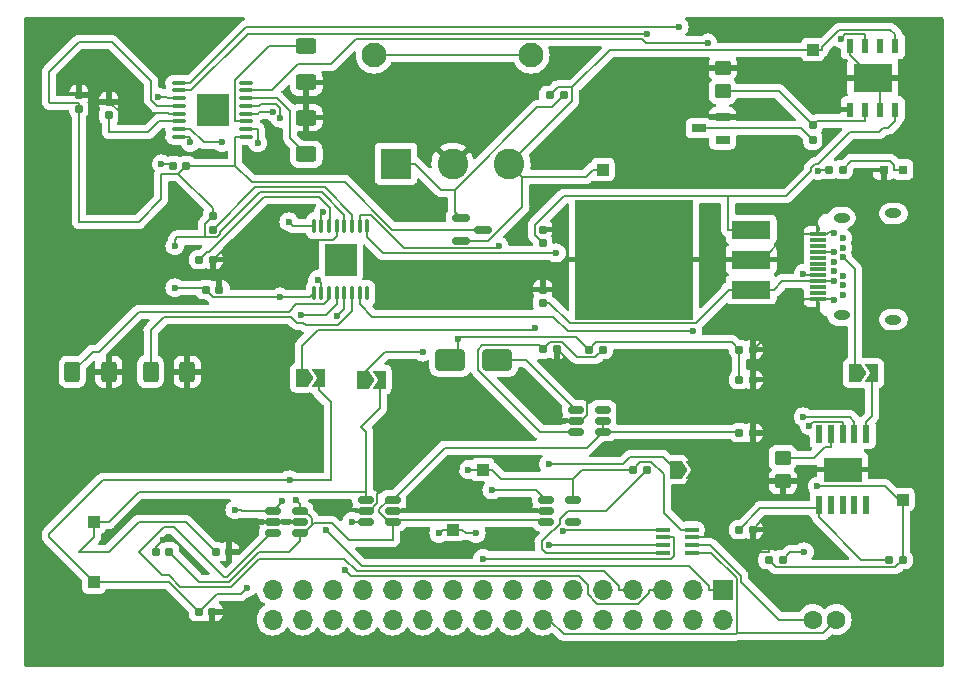
<source format=gtl>
%TF.GenerationSoftware,KiCad,Pcbnew,7.0.1*%
%TF.CreationDate,2025-03-28T02:07:49+02:00*%
%TF.ProjectId,PowerCircuit_V6,506f7765-7243-4697-9263-7569745f5636,rev?*%
%TF.SameCoordinates,Original*%
%TF.FileFunction,Copper,L1,Top*%
%TF.FilePolarity,Positive*%
%FSLAX46Y46*%
G04 Gerber Fmt 4.6, Leading zero omitted, Abs format (unit mm)*
G04 Created by KiCad (PCBNEW 7.0.1) date 2025-03-28 02:07:49*
%MOMM*%
%LPD*%
G01*
G04 APERTURE LIST*
G04 Aperture macros list*
%AMRoundRect*
0 Rectangle with rounded corners*
0 $1 Rounding radius*
0 $2 $3 $4 $5 $6 $7 $8 $9 X,Y pos of 4 corners*
0 Add a 4 corners polygon primitive as box body*
4,1,4,$2,$3,$4,$5,$6,$7,$8,$9,$2,$3,0*
0 Add four circle primitives for the rounded corners*
1,1,$1+$1,$2,$3*
1,1,$1+$1,$4,$5*
1,1,$1+$1,$6,$7*
1,1,$1+$1,$8,$9*
0 Add four rect primitives between the rounded corners*
20,1,$1+$1,$2,$3,$4,$5,0*
20,1,$1+$1,$4,$5,$6,$7,0*
20,1,$1+$1,$6,$7,$8,$9,0*
20,1,$1+$1,$8,$9,$2,$3,0*%
%AMFreePoly0*
4,1,6,1.000000,0.000000,0.500000,-0.750000,-0.500000,-0.750000,-0.500000,0.750000,0.500000,0.750000,1.000000,0.000000,1.000000,0.000000,$1*%
%AMFreePoly1*
4,1,6,0.500000,-0.750000,-0.650000,-0.750000,-0.150000,0.000000,-0.650000,0.750000,0.500000,0.750000,0.500000,-0.750000,0.500000,-0.750000,$1*%
G04 Aperture macros list end*
%TA.AperFunction,SMDPad,CuDef*%
%ADD10RoundRect,0.150000X-0.512500X-0.150000X0.512500X-0.150000X0.512500X0.150000X-0.512500X0.150000X0*%
%TD*%
%TA.AperFunction,SMDPad,CuDef*%
%ADD11R,1.000000X1.000000*%
%TD*%
%TA.AperFunction,SMDPad,CuDef*%
%ADD12RoundRect,0.160000X-0.197500X-0.160000X0.197500X-0.160000X0.197500X0.160000X-0.197500X0.160000X0*%
%TD*%
%TA.AperFunction,SMDPad,CuDef*%
%ADD13R,0.600000X1.500000*%
%TD*%
%TA.AperFunction,SMDPad,CuDef*%
%ADD14R,3.300000X2.100000*%
%TD*%
%TA.AperFunction,SMDPad,CuDef*%
%ADD15R,3.300000X1.510998*%
%TD*%
%TA.AperFunction,SMDPad,CuDef*%
%ADD16R,10.020015X10.122022*%
%TD*%
%TA.AperFunction,ComponentPad*%
%ADD17R,2.600000X2.600000*%
%TD*%
%TA.AperFunction,ComponentPad*%
%ADD18C,2.600000*%
%TD*%
%TA.AperFunction,ComponentPad*%
%ADD19C,2.100000*%
%TD*%
%TA.AperFunction,SMDPad,CuDef*%
%ADD20RoundRect,0.250000X0.450000X-0.350000X0.450000X0.350000X-0.450000X0.350000X-0.450000X-0.350000X0*%
%TD*%
%TA.AperFunction,SMDPad,CuDef*%
%ADD21RoundRect,0.155000X-0.212500X-0.155000X0.212500X-0.155000X0.212500X0.155000X-0.212500X0.155000X0*%
%TD*%
%TA.AperFunction,SMDPad,CuDef*%
%ADD22R,1.250013X0.700000*%
%TD*%
%TA.AperFunction,SMDPad,CuDef*%
%ADD23RoundRect,0.250000X-0.400000X-0.625000X0.400000X-0.625000X0.400000X0.625000X-0.400000X0.625000X0*%
%TD*%
%TA.AperFunction,SMDPad,CuDef*%
%ADD24FreePoly0,0.000000*%
%TD*%
%TA.AperFunction,SMDPad,CuDef*%
%ADD25FreePoly1,0.000000*%
%TD*%
%TA.AperFunction,SMDPad,CuDef*%
%ADD26O,1.251994X0.364008*%
%TD*%
%TA.AperFunction,SMDPad,CuDef*%
%ADD27O,1.300000X0.350013*%
%TD*%
%TA.AperFunction,SMDPad,CuDef*%
%ADD28R,2.740005X2.740005*%
%TD*%
%TA.AperFunction,ComponentPad*%
%ADD29O,1.400000X0.800000*%
%TD*%
%TA.AperFunction,SMDPad,CuDef*%
%ADD30R,1.400000X0.300000*%
%TD*%
%TA.AperFunction,ComponentPad*%
%ADD31C,0.600000*%
%TD*%
%TA.AperFunction,SMDPad,CuDef*%
%ADD32RoundRect,0.155000X0.155000X-0.212500X0.155000X0.212500X-0.155000X0.212500X-0.155000X-0.212500X0*%
%TD*%
%TA.AperFunction,SMDPad,CuDef*%
%ADD33O,0.350013X1.300000*%
%TD*%
%TA.AperFunction,SMDPad,CuDef*%
%ADD34RoundRect,0.250000X0.400000X0.625000X-0.400000X0.625000X-0.400000X-0.625000X0.400000X-0.625000X0*%
%TD*%
%TA.AperFunction,SMDPad,CuDef*%
%ADD35R,0.800000X0.800000*%
%TD*%
%TA.AperFunction,SMDPad,CuDef*%
%ADD36RoundRect,0.250000X0.625000X-0.400000X0.625000X0.400000X-0.625000X0.400000X-0.625000X-0.400000X0*%
%TD*%
%TA.AperFunction,ComponentPad*%
%ADD37R,1.700000X1.700000*%
%TD*%
%TA.AperFunction,ComponentPad*%
%ADD38O,1.700000X1.700000*%
%TD*%
%TA.AperFunction,SMDPad,CuDef*%
%ADD39RoundRect,0.150000X-0.587500X-0.150000X0.587500X-0.150000X0.587500X0.150000X-0.587500X0.150000X0*%
%TD*%
%TA.AperFunction,ComponentPad*%
%ADD40C,1.600000*%
%TD*%
%TA.AperFunction,SMDPad,CuDef*%
%ADD41R,0.600000X1.300000*%
%TD*%
%TA.AperFunction,SMDPad,CuDef*%
%ADD42R,3.300000X2.400000*%
%TD*%
%TA.AperFunction,SMDPad,CuDef*%
%ADD43RoundRect,0.160000X0.160000X-0.197500X0.160000X0.197500X-0.160000X0.197500X-0.160000X-0.197500X0*%
%TD*%
%TA.AperFunction,SMDPad,CuDef*%
%ADD44RoundRect,0.250000X-1.000000X-0.650000X1.000000X-0.650000X1.000000X0.650000X-1.000000X0.650000X0*%
%TD*%
%TA.AperFunction,ViaPad*%
%ADD45C,0.600000*%
%TD*%
%TA.AperFunction,Conductor*%
%ADD46C,0.200000*%
%TD*%
G04 APERTURE END LIST*
D10*
%TO.P,U4,1,VOUT*%
%TO.N,Net-(JP4-B)*%
X200660000Y-117780165D03*
%TO.P,U4,2,GND*%
%TO.N,GND*%
X200660000Y-118730165D03*
%TO.P,U4,3,ON*%
%TO.N,/CTRL_EXT_LOAD2*%
X200660000Y-119680165D03*
%TO.P,U4,4,VIN*%
%TO.N,/PWR_OUT*%
X202935000Y-119680165D03*
%TO.P,U4,5,GND*%
%TO.N,GND*%
X202935000Y-118730165D03*
%TO.P,U4,6,VIN*%
%TO.N,/PWR_OUT*%
X202935000Y-117780165D03*
%TD*%
D11*
%TO.P,TP6,1,1*%
%TO.N,Net-(JP3-B)*%
X185529263Y-118730165D03*
%TD*%
D12*
%TO.P,R9,1*%
%TO.N,/VBUS*%
X242645000Y-121920000D03*
%TO.P,R9,2*%
%TO.N,Net-(U9-VBUS)*%
X243840000Y-121920000D03*
%TD*%
D13*
%TO.P,U9,1,VDD*%
%TO.N,Net-(U9-VDD)*%
X246920076Y-117300127D03*
%TO.P,U9,2,CFG2*%
%TO.N,unconnected-(U9-CFG2-Pad2)*%
X247920076Y-117300127D03*
%TO.P,U9,3,CFG3*%
%TO.N,unconnected-(U9-CFG3-Pad3)*%
X248920076Y-117300127D03*
%TO.P,U9,4,DP*%
%TO.N,unconnected-(U9-DP-Pad4)*%
X249920076Y-117300127D03*
%TO.P,U9,5,DM*%
%TO.N,unconnected-(U9-DM-Pad5)*%
X250920076Y-117300127D03*
%TO.P,U9,6,CC2*%
%TO.N,/CC2*%
X250920076Y-111300127D03*
%TO.P,U9,7,CC1*%
%TO.N,/CC1*%
X249920076Y-111299873D03*
%TO.P,U9,8,VBUS*%
%TO.N,Net-(U9-VBUS)*%
X248920076Y-111299873D03*
%TO.P,U9,9,CFG1*%
%TO.N,Net-(U9-CFG1)*%
X247920076Y-111299873D03*
%TO.P,U9,10,PG*%
%TO.N,unconnected-(U9-PG-Pad10)*%
X246920076Y-111300127D03*
D14*
%TO.P,U9,11,GND*%
%TO.N,GND*%
X248920076Y-114299873D03*
%TD*%
D15*
%TO.P,U10,1,VCC*%
%TO.N,/VBUS*%
X241171816Y-99060005D03*
%TO.P,U10,2,GND*%
%TO.N,GND*%
X241171816Y-96520000D03*
%TO.P,U10,3,OUT*%
%TO.N,/Step_5V*%
X241171816Y-93979995D03*
D16*
%TO.P,U10,4,GND*%
%TO.N,GND*%
X231268082Y-96520000D03*
%TD*%
D17*
%TO.P,U7,1,1*%
%TO.N,Net-(Q1-G)*%
X211100025Y-88420076D03*
D18*
%TO.P,U7,2,2*%
%TO.N,GND*%
X215900127Y-88420076D03*
%TO.P,U7,3,3*%
%TO.N,/BATTERY*%
X220699975Y-88420076D03*
D19*
%TO.P,U7,4,EH*%
%TO.N,unconnected-(U7-EH-Pad4)*%
X222550114Y-79219924D03*
X209249886Y-79219924D03*
%TD*%
D20*
%TO.P,R13,1*%
%TO.N,/PROG*%
X238760000Y-82280000D03*
%TO.P,R13,2*%
%TO.N,GND*%
X238760000Y-80280000D03*
%TD*%
D21*
%TO.P,C8,1*%
%TO.N,Net-(U1-VINT)*%
X194445000Y-96520000D03*
%TO.P,C8,2*%
%TO.N,GND*%
X195580000Y-96520000D03*
%TD*%
D22*
%TO.P,U14,1,B*%
%TO.N,/FAST_CHARGE*%
X238760000Y-86359962D03*
%TO.P,U14,2,E*%
%TO.N,GND*%
X238760000Y-84460038D03*
%TO.P,U14,3,C*%
%TO.N,Net-(U14-C)*%
X236760000Y-85410000D03*
%TD*%
D10*
%TO.P,U2,1,SW*%
%TO.N,Net-(D1-A)*%
X226325000Y-109220000D03*
%TO.P,U2,2,GND*%
%TO.N,GND*%
X226325000Y-110170000D03*
%TO.P,U2,3,FB*%
%TO.N,Net-(U2-FB)*%
X226325000Y-111120000D03*
%TO.P,U2,4,EN*%
%TO.N,/PWR_OUT*%
X228600000Y-111120000D03*
%TO.P,U2,5,IN*%
X228600000Y-110170000D03*
%TO.P,U2,6,NC*%
%TO.N,unconnected-(U2-NC-Pad6)*%
X228600000Y-109220000D03*
%TD*%
D11*
%TO.P,TP3,1,1*%
%TO.N,/BATTERY*%
X228600000Y-88900000D03*
%TD*%
D23*
%TO.P,R7,1*%
%TO.N,Net-(U1-BISEN)*%
X190323863Y-106030165D03*
%TO.P,R7,2*%
%TO.N,GND*%
X193423863Y-106030165D03*
%TD*%
D24*
%TO.P,JP3,1,A*%
%TO.N,/EXT_LOAD1_OUT*%
X208280000Y-106680000D03*
D25*
%TO.P,JP3,2,B*%
%TO.N,Net-(JP3-B)*%
X209730000Y-106680000D03*
%TD*%
D26*
%TO.P,U13,1,IN+*%
%TO.N,/BATTERY*%
X236132160Y-121330208D03*
%TO.P,U13,2,IN-*%
%TO.N,/BATT_OUT*%
X236132160Y-120680221D03*
%TO.P,U13,3,GND*%
%TO.N,GND*%
X236132160Y-120030233D03*
%TO.P,U13,4,VS*%
%TO.N,/3V3*%
X236132160Y-119379992D03*
%TO.P,U13,5,SCL*%
%TO.N,/I2C1_SCL*%
X233680040Y-119379992D03*
%TO.P,U13,6,SDA*%
%TO.N,/I2C1_SDA*%
X233680040Y-120030233D03*
%TO.P,U13,7,A0*%
%TO.N,Net-(JP2-A)*%
X233680040Y-120680221D03*
%TO.P,U13,8,A1*%
%TO.N,Net-(U13-A1)*%
X233680040Y-121330208D03*
%TD*%
D27*
%TO.P,U12,1,nSleep*%
%TO.N,/PWR_OUT*%
X198430013Y-86110183D03*
%TO.P,U12,2,AOUT1*%
%TO.N,/MOTOR1_A_OUT*%
X198430013Y-85460195D03*
%TO.P,U12,3,AISEN*%
%TO.N,Net-(U12-AISEN)*%
X198430013Y-84810208D03*
%TO.P,U12,4,AOUT2*%
%TO.N,/MOTOR1_B_OUT*%
X198430013Y-84159967D03*
%TO.P,U12,5,BOUT2*%
%TO.N,/MOTOR2_B_OUT*%
X198430013Y-83509979D03*
%TO.P,U12,6,BISEN*%
%TO.N,Net-(U12-BISEN)*%
X198430013Y-82859992D03*
%TO.P,U12,7,BOUT1*%
%TO.N,/MOTOR2_A_OUT*%
X198430013Y-82210005D03*
%TO.P,U12,8,nFault*%
%TO.N,unconnected-(U12-nFault-Pad8)*%
X198430013Y-81560017D03*
%TO.P,U12,9,BIN1*%
%TO.N,/MOTOR2_CTRL1*%
X192729987Y-81560017D03*
%TO.P,U12,10,BIN2*%
%TO.N,/MOTOR2_CTRL2*%
X192729987Y-82210005D03*
%TO.P,U12,11,VCP*%
%TO.N,Net-(U12-VCP)*%
X192729987Y-82859992D03*
%TO.P,U12,12,VM*%
%TO.N,/PWR_OUT*%
X192729987Y-83509979D03*
%TO.P,U12,13,GND*%
%TO.N,GND*%
X192729987Y-84159967D03*
%TO.P,U12,14,VINT*%
%TO.N,Net-(U12-VINT)*%
X192729987Y-84810208D03*
%TO.P,U12,15,AIN2*%
%TO.N,/MOTOR1_CTRL2*%
X192729987Y-85460195D03*
%TO.P,U12,16,AIN1*%
%TO.N,/MOTOR1_CTRL1*%
X192729987Y-86110183D03*
D28*
%TO.P,U12,17,GND*%
%TO.N,unconnected-(U12-GND-Pad17)*%
X195580000Y-83835100D03*
%TD*%
D29*
%TO.P,U8,13,EP*%
%TO.N,unconnected-(U8-EP-Pad13)*%
X248819936Y-92980206D03*
%TO.P,U8,14,EP*%
%TO.N,unconnected-(U8-EP-Pad14)*%
X248819936Y-101240048D03*
%TO.P,U8,15,EP*%
%TO.N,unconnected-(U8-EP-Pad15)*%
X253209826Y-101599967D03*
%TO.P,U8,16,EP*%
%TO.N,unconnected-(U8-EP-Pad16)*%
X253209826Y-92620033D03*
D30*
%TO.P,U8,A1,GND*%
%TO.N,GND*%
X246819174Y-99859301D03*
%TO.P,U8,A2,SSTXP1*%
%TO.N,unconnected-(U8-SSTXP1-PadA2)*%
X246819174Y-99360191D03*
%TO.P,U8,A3,SSTXN1*%
%TO.N,unconnected-(U8-SSTXN1-PadA3)*%
X246819174Y-98861080D03*
%TO.P,U8,A4,VBUS*%
%TO.N,/VBUS*%
X246819174Y-98360699D03*
%TO.P,U8,A5,CC1*%
%TO.N,/CC1*%
X246819174Y-97860318D03*
%TO.P,U8,A6,DP1*%
%TO.N,unconnected-(U8-DP1-PadA6)*%
X246819174Y-97359936D03*
%TO.P,U8,A7,DN1*%
%TO.N,unconnected-(U8-DN1-PadA7)*%
X246819174Y-96859555D03*
%TO.P,U8,A8,SBU1*%
%TO.N,unconnected-(U8-SBU1-PadA8)*%
X246819174Y-96359174D03*
%TO.P,U8,A9,VBUS*%
%TO.N,/VBUS*%
X246819174Y-95860064D03*
%TO.P,U8,A10,SSRXN2*%
%TO.N,unconnected-(U8-SSRXN2-PadA10)*%
X246819174Y-95360953D03*
%TO.P,U8,A11,SSRXP2*%
%TO.N,unconnected-(U8-SSRXP2-PadA11)*%
X246819174Y-94860572D03*
%TO.P,U8,A12,GND*%
%TO.N,GND*%
X246819174Y-94360191D03*
D31*
%TO.P,U8,B1,GND*%
X248219986Y-94310152D03*
%TO.P,U8,B2,SSTXP2*%
%TO.N,unconnected-(U8-SSTXP2-PadB2)*%
X248920012Y-94710203D03*
%TO.P,U8,B3,SSTXN2*%
%TO.N,unconnected-(U8-SSTXN2-PadB3)*%
X248920012Y-95510051D03*
%TO.P,U8,B4,VBUS*%
%TO.N,/VBUS*%
X248219986Y-95910102D03*
%TO.P,U8,B5,CC2*%
%TO.N,Net-(JP1-A)*%
X248920012Y-96310152D03*
%TO.P,U8,B6,DP2*%
%TO.N,unconnected-(U8-DP2-PadB6)*%
X248219986Y-96710203D03*
%TO.P,U8,B7,DN2*%
%TO.N,unconnected-(U8-DN2-PadB7)*%
X248219986Y-97510051D03*
%TO.P,U8,B8,SBU2*%
%TO.N,unconnected-(U8-SBU2-PadB8)*%
X248920012Y-97910102D03*
%TO.P,U8,B9,VBUS*%
%TO.N,/VBUS*%
X248219986Y-98310152D03*
%TO.P,U8,B10,SSRXN1*%
%TO.N,unconnected-(U8-SSRXN1-PadB10)*%
X248920012Y-98710203D03*
%TO.P,U8,B11,SSRXP1*%
%TO.N,unconnected-(U8-SSRXP1-PadB11)*%
X248920012Y-99510051D03*
%TO.P,U8,B12,GND*%
%TO.N,GND*%
X248219986Y-99910102D03*
%TD*%
D32*
%TO.P,C15,1*%
%TO.N,/Step_5V*%
X223520000Y-95115000D03*
%TO.P,C15,2*%
%TO.N,GND*%
X223520000Y-93980000D03*
%TD*%
D33*
%TO.P,U1,1,nSleep*%
%TO.N,/PWR_OUT*%
X204134917Y-99370013D03*
%TO.P,U1,2,AOUT1*%
%TO.N,/MOTOR3_A_OUT*%
X204784905Y-99370013D03*
%TO.P,U1,3,AISEN*%
%TO.N,Net-(U1-AISEN)*%
X205434892Y-99370013D03*
%TO.P,U1,4,AOUT2*%
%TO.N,/MOTOR3_B_OUT*%
X206085133Y-99370013D03*
%TO.P,U1,5,BOUT2*%
%TO.N,/MOTOR4_B_OUT*%
X206735121Y-99370013D03*
%TO.P,U1,6,BISEN*%
%TO.N,Net-(U1-BISEN)*%
X207385108Y-99370013D03*
%TO.P,U1,7,BOUT1*%
%TO.N,/MOTOR4_A_OUT*%
X208035095Y-99370013D03*
%TO.P,U1,8,nFault*%
%TO.N,unconnected-(U1-nFault-Pad8)*%
X208685083Y-99370013D03*
%TO.P,U1,9,BIN1*%
%TO.N,/MOTOR4_CTRL1*%
X208685083Y-93669987D03*
%TO.P,U1,10,BIN2*%
%TO.N,/MOTOR4_CTRL2*%
X208035095Y-93669987D03*
%TO.P,U1,11,VCP*%
%TO.N,Net-(U1-VCP)*%
X207385108Y-93669987D03*
%TO.P,U1,12,VM*%
%TO.N,/PWR_OUT*%
X206735121Y-93669987D03*
%TO.P,U1,13,GND*%
%TO.N,GND*%
X206085133Y-93669987D03*
%TO.P,U1,14,VINT*%
%TO.N,Net-(U1-VINT)*%
X205434892Y-93669987D03*
%TO.P,U1,15,AIN2*%
%TO.N,/MOTOR3_CTRL2*%
X204784905Y-93669987D03*
%TO.P,U1,16,AIN1*%
%TO.N,/MOTOR3_CTRL1*%
X204134917Y-93669987D03*
D28*
%TO.P,U1,17,GND*%
%TO.N,unconnected-(U1-GND-Pad17)*%
X206410000Y-96520000D03*
%TD*%
D21*
%TO.P,C13,1*%
%TO.N,Net-(U9-VDD)*%
X240165000Y-119380000D03*
%TO.P,C13,2*%
%TO.N,GND*%
X241300000Y-119380000D03*
%TD*%
D11*
%TO.P,TP2,1,1*%
%TO.N,/BATTERY*%
X246380000Y-78740000D03*
%TD*%
D21*
%TO.P,C9,1*%
%TO.N,Net-(JP3-B)*%
X195818863Y-121270165D03*
%TO.P,C9,2*%
%TO.N,GND*%
X196953863Y-121270165D03*
%TD*%
D32*
%TO.P,C14,1*%
%TO.N,/VBUS*%
X223520000Y-100195000D03*
%TO.P,C14,2*%
%TO.N,GND*%
X223520000Y-99060000D03*
%TD*%
D21*
%TO.P,C2,1*%
%TO.N,/5V*%
X240165000Y-106680000D03*
%TO.P,C2,2*%
%TO.N,GND*%
X241300000Y-106680000D03*
%TD*%
D34*
%TO.P,R6,1*%
%TO.N,GND*%
X186793863Y-106030165D03*
%TO.P,R6,2*%
%TO.N,Net-(U1-AISEN)*%
X183693863Y-106030165D03*
%TD*%
D11*
%TO.P,TP5,1,1*%
%TO.N,/3V3*%
X218440000Y-114300000D03*
%TD*%
D20*
%TO.P,R8,1*%
%TO.N,GND*%
X243840000Y-115300000D03*
%TO.P,R8,2*%
%TO.N,Net-(U9-CFG1)*%
X243840000Y-113300000D03*
%TD*%
D35*
%TO.P,LED1,1,K*%
%TO.N,GND*%
X252401033Y-88900227D03*
%TO.P,LED1,2,A*%
%TO.N,Net-(LED1-A)*%
X253999967Y-88899973D03*
%TD*%
D24*
%TO.P,JP1,1,A*%
%TO.N,Net-(JP1-A)*%
X249960000Y-106140000D03*
D25*
%TO.P,JP1,2,B*%
%TO.N,/CC2*%
X251410000Y-106140000D03*
%TD*%
D36*
%TO.P,R4,1*%
%TO.N,GND*%
X203510000Y-81530000D03*
%TO.P,R4,2*%
%TO.N,Net-(U12-AISEN)*%
X203510000Y-78430000D03*
%TD*%
D37*
%TO.P,J1,1,Pin_1*%
%TO.N,/MOTOR2_B_OUT*%
X238760000Y-124460000D03*
D38*
%TO.P,J1,2,Pin_2*%
%TO.N,/MOTOR2_A_OUT*%
X238760000Y-127000000D03*
%TO.P,J1,3,Pin_3*%
%TO.N,/MOTOR4_A_OUT*%
X236220000Y-124460000D03*
%TO.P,J1,4,Pin_4*%
%TO.N,/MOTOR2_CTRL1*%
X236220000Y-127000000D03*
%TO.P,J1,5,Pin_5*%
%TO.N,/MOTOR4_B_OUT*%
X233680000Y-124460000D03*
%TO.P,J1,6,Pin_6*%
%TO.N,/MOTOR2_CTRL2*%
X233680000Y-127000000D03*
%TO.P,J1,7,Pin_7*%
%TO.N,/CTRL_EXT_LOAD2*%
X231140000Y-124460000D03*
%TO.P,J1,8,Pin_8*%
%TO.N,/MOTOR4_CTRL1*%
X231140000Y-127000000D03*
%TO.P,J1,9,Pin_9*%
%TO.N,unconnected-(J1-Pin_9-Pad9)*%
X228600000Y-124460000D03*
%TO.P,J1,10,Pin_10*%
%TO.N,/MOTOR4_CTRL2*%
X228600000Y-127000000D03*
%TO.P,J1,11,Pin_11*%
%TO.N,/EXT_LOAD2_OUT*%
X226060000Y-124460000D03*
%TO.P,J1,12,Pin_12*%
%TO.N,unconnected-(J1-Pin_12-Pad12)*%
X226060000Y-127000000D03*
%TO.P,J1,13,Pin_13*%
%TO.N,/FAST_CHARGE_CTRL*%
X223520000Y-124460000D03*
%TO.P,J1,14,Pin_14*%
%TO.N,/BATTERY*%
X223520000Y-127000000D03*
%TO.P,J1,15,Pin_15*%
%TO.N,unconnected-(J1-Pin_15-Pad15)*%
X220980000Y-124460000D03*
%TO.P,J1,16,Pin_16*%
%TO.N,/I2C1_SCL*%
X220980000Y-127000000D03*
%TO.P,J1,17,Pin_17*%
%TO.N,/I2C1_SDA*%
X218440000Y-124460000D03*
%TO.P,J1,18,Pin_18*%
%TO.N,/3V3*%
X218440000Y-127000000D03*
%TO.P,J1,19,Pin_19*%
%TO.N,GND*%
X215900000Y-124460000D03*
%TO.P,J1,20,Pin_20*%
%TO.N,/5V*%
X215900000Y-127000000D03*
%TO.P,J1,21,Pin_21*%
%TO.N,/EXT_LOAD1_OUT*%
X213360000Y-124460000D03*
%TO.P,J1,22,Pin_22*%
%TO.N,/9V*%
X213360000Y-127000000D03*
%TO.P,J1,23,Pin_23*%
%TO.N,GND*%
X210820000Y-124460000D03*
%TO.P,J1,24,Pin_24*%
%TO.N,/MOTOR3_CTRL1*%
X210820000Y-127000000D03*
%TO.P,J1,25,Pin_25*%
%TO.N,/CTRL_EXT_LOAD1*%
X208280000Y-124460000D03*
%TO.P,J1,26,Pin_26*%
%TO.N,/MOTOR3_CTRL2*%
X208280000Y-127000000D03*
%TO.P,J1,27,Pin_27*%
%TO.N,/MOTOR3_A_OUT*%
X205740000Y-124460000D03*
%TO.P,J1,28,Pin_28*%
%TO.N,/MOTOR1_CTRL1*%
X205740000Y-127000000D03*
%TO.P,J1,29,Pin_29*%
%TO.N,/MOTOR3_B_OUT*%
X203200000Y-124460000D03*
%TO.P,J1,30,Pin_30*%
%TO.N,/MOTOR1_CTRL2*%
X203200000Y-127000000D03*
%TO.P,J1,31,Pin_31*%
%TO.N,/MOTOR1_B_OUT*%
X200660000Y-124460000D03*
%TO.P,J1,32,Pin_32*%
%TO.N,/MOTOR1_A_OUT*%
X200660000Y-127000000D03*
%TD*%
D11*
%TO.P,TP4,1,1*%
%TO.N,/5V*%
X215900000Y-119380000D03*
%TD*%
D32*
%TO.P,C4,1*%
%TO.N,Net-(U12-VINT)*%
X186793863Y-84305165D03*
%TO.P,C4,2*%
%TO.N,GND*%
X186793863Y-83170165D03*
%TD*%
D12*
%TO.P,R10,1*%
%TO.N,Net-(U9-VDD)*%
X252805000Y-121920000D03*
%TO.P,R10,2*%
%TO.N,/VBUS*%
X254000000Y-121920000D03*
%TD*%
D21*
%TO.P,C7,1*%
%TO.N,GND*%
X190738863Y-121270165D03*
%TO.P,C7,2*%
%TO.N,/PWR_OUT*%
X191873863Y-121270165D03*
%TD*%
D24*
%TO.P,JP4,1,A*%
%TO.N,/EXT_LOAD2_OUT*%
X203123863Y-106538165D03*
D25*
%TO.P,JP4,2,B*%
%TO.N,Net-(JP4-B)*%
X204573863Y-106538165D03*
%TD*%
D10*
%TO.P,U5,1,VOUT*%
%TO.N,Net-(JP3-B)*%
X208545000Y-116840000D03*
%TO.P,U5,2,GND*%
%TO.N,GND*%
X208545000Y-117790000D03*
%TO.P,U5,3,ON*%
%TO.N,/CTRL_EXT_LOAD1*%
X208545000Y-118740000D03*
%TO.P,U5,4,VIN*%
%TO.N,/PWR_OUT*%
X210820000Y-118740000D03*
%TO.P,U5,5,GND*%
%TO.N,GND*%
X210820000Y-117790000D03*
%TO.P,U5,6,VIN*%
%TO.N,/PWR_OUT*%
X210820000Y-116840000D03*
%TD*%
D32*
%TO.P,C11,1*%
%TO.N,Net-(U1-VCP)*%
X195580000Y-93980000D03*
%TO.P,C11,2*%
%TO.N,/PWR_OUT*%
X195580000Y-92845000D03*
%TD*%
D12*
%TO.P,R14,1*%
%TO.N,/3V3*%
X231140000Y-114300000D03*
%TO.P,R14,2*%
%TO.N,Net-(U13-A1)*%
X232335000Y-114300000D03*
%TD*%
D21*
%TO.P,C3,1*%
%TO.N,/PWR_OUT*%
X240165000Y-111190000D03*
%TO.P,C3,2*%
%TO.N,GND*%
X241300000Y-111190000D03*
%TD*%
D39*
%TO.P,Q1,1,G*%
%TO.N,Net-(Q1-G)*%
X216565000Y-93030000D03*
%TO.P,Q1,2,S*%
%TO.N,/BATTERY*%
X216565000Y-94930000D03*
%TO.P,Q1,3,D*%
%TO.N,/PWR_OUT*%
X218440000Y-93980000D03*
%TD*%
D32*
%TO.P,C5,1*%
%TO.N,/PWR_OUT*%
X184253863Y-83737665D03*
%TO.P,C5,2*%
%TO.N,GND*%
X184253863Y-82602665D03*
%TD*%
D21*
%TO.P,C12,1*%
%TO.N,/PWR_OUT*%
X195012500Y-99060000D03*
%TO.P,C12,2*%
%TO.N,GND*%
X196147500Y-99060000D03*
%TD*%
D36*
%TO.P,R5,1*%
%TO.N,Net-(U12-BISEN)*%
X203510000Y-87600000D03*
%TO.P,R5,2*%
%TO.N,GND*%
X203510000Y-84500000D03*
%TD*%
D24*
%TO.P,JP2,1,A*%
%TO.N,Net-(JP2-A)*%
X234770000Y-114300000D03*
D25*
%TO.P,JP2,2,B*%
%TO.N,GND*%
X236220000Y-114300000D03*
%TD*%
D40*
%TO.P,CN1,1,1*%
%TO.N,/BATTERY*%
X248380000Y-127000000D03*
%TO.P,CN1,2,2*%
%TO.N,/BATT_OUT*%
X246380000Y-127000000D03*
%TD*%
D11*
%TO.P,TP7,1,1*%
%TO.N,Net-(JP4-B)*%
X185529263Y-123810165D03*
%TD*%
D21*
%TO.P,C1,1*%
%TO.N,/5V*%
X240165000Y-104140000D03*
%TO.P,C1,2*%
%TO.N,GND*%
X241300000Y-104140000D03*
%TD*%
D12*
%TO.P,R1,1*%
%TO.N,/5V*%
X227405000Y-104140000D03*
%TO.P,R1,2*%
%TO.N,Net-(U2-FB)*%
X228600000Y-104140000D03*
%TD*%
D10*
%TO.P,U3,1,VIN*%
%TO.N,/5V*%
X223785000Y-116840000D03*
%TO.P,U3,2,GND*%
%TO.N,GND*%
X223785000Y-117790000D03*
%TO.P,U3,3,EN*%
%TO.N,/PWR_OUT*%
X223785000Y-118740000D03*
%TO.P,U3,4,NC*%
%TO.N,unconnected-(U3-NC-Pad4)*%
X226060000Y-118740000D03*
%TO.P,U3,5,VOUT*%
%TO.N,/3V3*%
X226060000Y-116840000D03*
%TD*%
D21*
%TO.P,C6,1*%
%TO.N,Net-(U12-VCP)*%
X192215000Y-88590000D03*
%TO.P,C6,2*%
%TO.N,/PWR_OUT*%
X193350000Y-88590000D03*
%TD*%
D12*
%TO.P,R11,1*%
%TO.N,Net-(U11-CHRG)*%
X247725000Y-88900000D03*
%TO.P,R11,2*%
%TO.N,Net-(LED1-A)*%
X248920000Y-88900000D03*
%TD*%
D41*
%TO.P,U11,1,TEMP*%
%TO.N,GND*%
X249554920Y-83819973D03*
%TO.P,U11,2,PROG*%
%TO.N,/PROG*%
X250824923Y-83819973D03*
%TO.P,U11,3,GND*%
%TO.N,GND*%
X252094925Y-83819973D03*
%TO.P,U11,4,VCC*%
%TO.N,/Step_5V*%
X253364928Y-83819973D03*
%TO.P,U11,5,BAT*%
%TO.N,/BATTERY*%
X253364928Y-78420176D03*
%TO.P,U11,6,STDBY*%
%TO.N,unconnected-(U11-STDBY-Pad6)*%
X252094925Y-78420176D03*
%TO.P,U11,7,CHRG*%
%TO.N,Net-(U11-CHRG)*%
X250824923Y-78420176D03*
%TO.P,U11,8,CE*%
%TO.N,GND*%
X249554920Y-78420176D03*
D42*
%TO.P,U11,9,EP*%
X251459924Y-81119948D03*
%TD*%
D43*
%TO.P,R12,1*%
%TO.N,Net-(U14-C)*%
X246380000Y-86360000D03*
%TO.P,R12,2*%
%TO.N,/PROG*%
X246380000Y-85165000D03*
%TD*%
D12*
%TO.P,R3,1*%
%TO.N,/BATTERY*%
X224100000Y-82630000D03*
%TO.P,R3,2*%
%TO.N,Net-(Q1-G)*%
X225295000Y-82630000D03*
%TD*%
D44*
%TO.P,D1,1,K*%
%TO.N,/5V*%
X215685000Y-105030000D03*
%TO.P,D1,2,A*%
%TO.N,Net-(D1-A)*%
X219685000Y-105030000D03*
%TD*%
D12*
%TO.P,R2,1*%
%TO.N,Net-(U2-FB)*%
X223520000Y-104130000D03*
%TO.P,R2,2*%
%TO.N,GND*%
X224715000Y-104130000D03*
%TD*%
D21*
%TO.P,C10,1*%
%TO.N,Net-(JP4-B)*%
X194413863Y-126350165D03*
%TO.P,C10,2*%
%TO.N,GND*%
X195548863Y-126350165D03*
%TD*%
D11*
%TO.P,TP1,1,1*%
%TO.N,/VBUS*%
X254000000Y-116840000D03*
%TD*%
D45*
%TO.N,/5V*%
X214725400Y-119704000D03*
X216355100Y-103288400D03*
X219217800Y-116031200D03*
X217889200Y-119705600D03*
%TO.N,GND*%
X212701863Y-97394165D03*
X198477863Y-114158165D03*
X191365863Y-120254165D03*
X216257863Y-111110165D03*
X212193863Y-121270165D03*
X204573863Y-113650165D03*
X192889863Y-113650165D03*
X185777863Y-94854165D03*
X212193863Y-113650165D03*
X185777863Y-90790165D03*
X212701863Y-92314165D03*
X216257863Y-114158165D03*
X204573863Y-117206165D03*
X192889863Y-117714165D03*
X198477863Y-119238165D03*
%TO.N,/PWR_OUT*%
X192381863Y-95362165D03*
X201281900Y-99682000D03*
X202644000Y-116911365D03*
X192381863Y-98918165D03*
%TO.N,Net-(U12-VCP)*%
X191242800Y-88424700D03*
X190957200Y-82749100D03*
%TO.N,Net-(JP4-B)*%
X201422400Y-116962465D03*
X198477863Y-124318165D03*
X202086200Y-115174165D03*
X197461863Y-117714165D03*
%TO.N,/VBUS*%
X246759200Y-115715400D03*
%TO.N,/MOTOR2_B_OUT*%
X205137100Y-119411400D03*
X201273600Y-84543100D03*
%TO.N,/MOTOR2_A_OUT*%
X237490000Y-78184200D03*
%TO.N,/MOTOR4_A_OUT*%
X236220000Y-102592200D03*
%TO.N,/MOTOR2_CTRL1*%
X235068100Y-76811100D03*
%TO.N,/MOTOR4_B_OUT*%
X206078100Y-101327900D03*
X206778000Y-122791300D03*
%TO.N,/MOTOR2_CTRL2*%
X232372400Y-77413000D03*
%TO.N,/MOTOR4_CTRL1*%
X224673600Y-95963600D03*
%TO.N,/MOTOR4_CTRL2*%
X219819700Y-95361700D03*
%TO.N,/EXT_LOAD2_OUT*%
X222855100Y-102321900D03*
%TO.N,/I2C1_SCL*%
X225228000Y-119525400D03*
%TO.N,/I2C1_SDA*%
X218440000Y-121834200D03*
%TO.N,/3V3*%
X217238100Y-114300000D03*
%TO.N,/EXT_LOAD1_OUT*%
X213360000Y-104357900D03*
%TO.N,/MOTOR3_CTRL1*%
X202033863Y-93330165D03*
%TO.N,/CTRL_EXT_LOAD1*%
X207356900Y-118704200D03*
%TO.N,/MOTOR3_CTRL2*%
X204942300Y-92496700D03*
%TO.N,/MOTOR3_A_OUT*%
X204467200Y-98231900D03*
%TO.N,/MOTOR1_CTRL1*%
X193681900Y-86591900D03*
%TO.N,/MOTOR3_B_OUT*%
X203093000Y-101255900D03*
%TO.N,/MOTOR1_CTRL2*%
X196349700Y-86592700D03*
%TO.N,/MOTOR1_B_OUT*%
X200660000Y-84021800D03*
%TO.N,/MOTOR1_A_OUT*%
X199381900Y-86626700D03*
%TO.N,Net-(JP2-A)*%
X224035500Y-120680200D03*
X224032300Y-113845000D03*
%TO.N,Net-(U9-VBUS)*%
X245664700Y-121264900D03*
X246096900Y-110592100D03*
%TO.N,Net-(U11-CHRG)*%
X246852300Y-89015400D03*
X248749300Y-77829500D03*
%TO.N,/CC1*%
X245596000Y-97719500D03*
X245596000Y-109846100D03*
%TD*%
D46*
%TO.N,/5V*%
X214774100Y-119704000D02*
X214725400Y-119704000D01*
X219217800Y-116031200D02*
X222976200Y-116031200D01*
X215499100Y-119380000D02*
X215900000Y-119380000D01*
X215098100Y-119380000D02*
X214774100Y-119704000D01*
X216355100Y-104359900D02*
X215685000Y-105030000D01*
X215900000Y-119380000D02*
X216701900Y-119380000D01*
X240165000Y-104140000D02*
X240165000Y-106680000D01*
X216701900Y-119380000D02*
X217027500Y-119705600D01*
X217027500Y-119705600D02*
X217889200Y-119705600D01*
X215499100Y-119380000D02*
X215098100Y-119380000D01*
X216355100Y-103288400D02*
X216355100Y-104359900D01*
X227405000Y-104140000D02*
X228036000Y-103509000D01*
X222976200Y-116031200D02*
X223785000Y-116840000D01*
X239534000Y-103509000D02*
X240165000Y-104140000D01*
X228036000Y-103509000D02*
X239534000Y-103509000D01*
X226330500Y-103065500D02*
X216578000Y-103065500D01*
X227405000Y-104140000D02*
X226330500Y-103065500D01*
X216578000Y-103065500D02*
X216355100Y-103288400D01*
%TO.N,GND*%
X193423863Y-106030165D02*
X196953863Y-106030165D01*
X249554920Y-78420176D02*
X249554920Y-79214944D01*
X196953863Y-106030165D02*
X204573863Y-113650165D01*
X246819174Y-94360191D02*
X247578870Y-94360191D01*
X248169185Y-99859301D02*
X248219986Y-99910102D01*
X241949835Y-118730165D02*
X241300000Y-119380000D01*
X246819174Y-99859301D02*
X248169185Y-99859301D01*
X228612200Y-96520000D02*
X231268100Y-96520000D01*
X245580699Y-99859301D02*
X241300000Y-104140000D01*
X197250002Y-94849998D02*
X195580000Y-96520000D01*
X252094925Y-81754949D02*
X251459924Y-81119948D01*
X209507500Y-116336528D02*
X209507500Y-117176396D01*
X243840000Y-115300000D02*
X243221700Y-115300000D01*
X226789700Y-110170000D02*
X227287500Y-109672200D01*
X205755122Y-94849998D02*
X197250002Y-94849998D01*
X246819174Y-99859301D02*
X245580699Y-99859301D01*
X236132160Y-120030233D02*
X238893931Y-120030233D01*
X206085133Y-93669987D02*
X206085133Y-94519987D01*
X212193863Y-121270165D02*
X209145863Y-121270165D01*
X242066317Y-96520000D02*
X244226126Y-94360191D01*
X208893896Y-117790000D02*
X208545000Y-117790000D01*
X227287500Y-109672200D02*
X227287500Y-106702500D01*
X187777541Y-84153843D02*
X186793863Y-83170165D01*
X208545000Y-117790000D02*
X205157698Y-117790000D01*
X241536600Y-104140000D02*
X241300000Y-104140000D01*
X249554920Y-79214944D02*
X251459924Y-81119948D01*
X242673863Y-118730165D02*
X241949835Y-118730165D01*
X205157698Y-117790000D02*
X204573863Y-117206165D01*
X247578870Y-94360191D02*
X247753863Y-94185198D01*
X223610300Y-93980000D02*
X223520000Y-93980000D01*
X242673863Y-121270165D02*
X242673863Y-118730165D01*
X191879987Y-84159967D02*
X191873863Y-84153843D01*
X191873863Y-84153843D02*
X187777541Y-84153843D01*
X238893931Y-120030233D02*
X240133863Y-121270165D01*
X244226126Y-94360191D02*
X246819174Y-94360191D01*
X248095032Y-94185198D02*
X248219986Y-94310152D01*
X241171816Y-96520000D02*
X242066317Y-96520000D01*
X212193863Y-113650165D02*
X209507500Y-116336528D01*
X190738863Y-121270165D02*
X190738863Y-120881165D01*
X210820000Y-117790000D02*
X223785000Y-117790000D01*
X226325000Y-110170000D02*
X226789700Y-110170000D01*
X240133863Y-121270165D02*
X242673863Y-121270165D01*
X227287500Y-106702500D02*
X224715000Y-104130000D01*
X209507500Y-117176396D02*
X208893896Y-117790000D01*
X252094925Y-83819973D02*
X252094925Y-81754949D01*
X243840000Y-115124100D02*
X243840000Y-115300000D01*
X192729987Y-84159967D02*
X191879987Y-84159967D01*
X206085133Y-94519987D02*
X205755122Y-94849998D01*
X247753863Y-94185198D02*
X248095032Y-94185198D01*
X201008896Y-118730165D02*
X200660000Y-118730165D01*
X190738863Y-120881165D02*
X191365863Y-120254165D01*
%TO.N,/PWR_OUT*%
X181713863Y-80630165D02*
X184253863Y-78090165D01*
X184253863Y-93330165D02*
X184253863Y-83270165D01*
X210820000Y-118740000D02*
X210820000Y-120254165D01*
X192730000Y-83510000D02*
X190867000Y-83510000D01*
X181713863Y-83170165D02*
X181713863Y-80630165D01*
X191228100Y-89261100D02*
X192678900Y-89261100D01*
X240165000Y-111190000D02*
X240095000Y-111120000D01*
X195918767Y-94652200D02*
X194937900Y-94652200D01*
X197478100Y-86110200D02*
X197478100Y-88590000D01*
X195580000Y-92162200D02*
X192678900Y-89261100D01*
X197478100Y-88590000D02*
X193350000Y-88590000D01*
X198430000Y-86110200D02*
X197478100Y-86110200D01*
X228600000Y-110170000D02*
X228600000Y-111120000D01*
X181813863Y-83270165D02*
X181713863Y-83170165D01*
X194413863Y-123810165D02*
X196953863Y-123810165D01*
X215212700Y-112447300D02*
X210820000Y-116840000D01*
X195580000Y-92845000D02*
X195580000Y-92162200D01*
X194798100Y-99060000D02*
X195012500Y-99060000D01*
X189333863Y-93330165D02*
X184253863Y-93330165D01*
X193350000Y-88590000D02*
X192678900Y-89261100D01*
X194870665Y-98918165D02*
X192381863Y-98918165D01*
X203952300Y-119015365D02*
X203952300Y-118379765D01*
X210981900Y-118578100D02*
X210820000Y-118740000D01*
X196190000Y-94380967D02*
X195918767Y-94652200D01*
X202935000Y-117780165D02*
X202935000Y-117202365D01*
X209653863Y-117922759D02*
X210471104Y-118740000D01*
X210471104Y-116840000D02*
X209653863Y-117657241D01*
X195012500Y-99060000D02*
X195634500Y-99682000D01*
X199493863Y-121270165D02*
X202033863Y-121270165D01*
X196953863Y-123810165D02*
X199493863Y-121270165D01*
X202935000Y-117202365D02*
X202644000Y-116911365D01*
X191228100Y-91435928D02*
X189333863Y-93330165D01*
X206735100Y-92718100D02*
X204807165Y-90790165D01*
X206799065Y-89990165D02*
X198878265Y-89990165D01*
X194937900Y-94652200D02*
X192583828Y-94652200D01*
X202935000Y-119680165D02*
X203287500Y-119680165D01*
X210820000Y-120254165D02*
X207113863Y-120254165D01*
X203952300Y-118379765D02*
X203352700Y-117780165D01*
X195634500Y-99682000D02*
X201281900Y-99682000D01*
X210471104Y-118740000D02*
X210820000Y-118740000D01*
X201281900Y-99682000D02*
X203822900Y-99682000D01*
X194937900Y-94652200D02*
X194937900Y-93487100D01*
X210788900Y-93980000D02*
X206799065Y-89990165D01*
X198878265Y-89990165D02*
X197478100Y-88590000D01*
X227272700Y-112447300D02*
X215212700Y-112447300D01*
X204807165Y-90790165D02*
X199609106Y-90790165D01*
X190355300Y-81408600D02*
X188652800Y-79706100D01*
X223623100Y-118578100D02*
X211795400Y-118578100D01*
X202033863Y-121270165D02*
X202935000Y-120369028D01*
X203287500Y-119680165D02*
X203952300Y-119015365D01*
X207113863Y-120254165D02*
X205671098Y-118811400D01*
X203352700Y-117780165D02*
X202935000Y-117780165D01*
X192381863Y-94854165D02*
X192381863Y-95362165D01*
X228600000Y-111120000D02*
X227272700Y-112447300D01*
X205671098Y-118811400D02*
X204156265Y-118811400D01*
X191228100Y-89261100D02*
X191228100Y-91435928D01*
X209653863Y-117657241D02*
X209653863Y-117922759D01*
X187036865Y-78090165D02*
X189333863Y-80387163D01*
X184253863Y-83270165D02*
X181813863Y-83270165D01*
X195012500Y-99060000D02*
X194870665Y-98918165D01*
X184253863Y-78090165D02*
X186793863Y-78090165D01*
X218440000Y-93980000D02*
X210788900Y-93980000D01*
X190867000Y-83510000D02*
X190355300Y-82998300D01*
X206735100Y-93670000D02*
X206735100Y-92718100D01*
X192583828Y-94652200D02*
X192381863Y-94854165D01*
X210820000Y-116840000D02*
X210471104Y-116840000D01*
X202935000Y-120369028D02*
X202935000Y-119680165D01*
X199609106Y-90790165D02*
X196190000Y-94209271D01*
X203822900Y-99682000D02*
X204134900Y-99370000D01*
X194937900Y-93487100D02*
X195580000Y-92845000D01*
X196190000Y-94209271D02*
X196190000Y-94380967D01*
X223785000Y-118740000D02*
X223623100Y-118578100D01*
X211795400Y-118578100D02*
X210981900Y-118578100D01*
X186793863Y-78090165D02*
X187036865Y-78090165D01*
X240095000Y-111120000D02*
X228600000Y-111120000D01*
X190355300Y-82998300D02*
X190355300Y-81408600D01*
X204156265Y-118811400D02*
X203952300Y-119015365D01*
X191873863Y-121270165D02*
X194413863Y-123810165D01*
%TO.N,Net-(U12-VINT)*%
X190130635Y-85710165D02*
X186793863Y-85710165D01*
X191030600Y-84810200D02*
X192730000Y-84810200D01*
X191030600Y-84810200D02*
X190130635Y-85710165D01*
X186793863Y-85710165D02*
X186793863Y-84305165D01*
%TO.N,Net-(U12-VCP)*%
X192730000Y-82860000D02*
X191778100Y-82860000D01*
X191242800Y-88424700D02*
X192049700Y-88424700D01*
X191667200Y-82749100D02*
X190957200Y-82749100D01*
X192049700Y-88424700D02*
X192215000Y-88590000D01*
X191778100Y-82860000D02*
X191667200Y-82749100D01*
%TO.N,Net-(U1-VINT)*%
X202033863Y-91190165D02*
X199893863Y-91190165D01*
X205542300Y-93562579D02*
X205542300Y-92158602D01*
X205434892Y-93669987D02*
X205542300Y-93562579D01*
X199893863Y-91242789D02*
X195266487Y-95870165D01*
X199893863Y-91190165D02*
X199893863Y-91242789D01*
X204573863Y-91190165D02*
X202033863Y-91190165D01*
X194445000Y-96520000D02*
X195163100Y-95801900D01*
X205542300Y-92158602D02*
X204573863Y-91190165D01*
%TO.N,Net-(JP3-B)*%
X189333863Y-116190165D02*
X208545000Y-116190165D01*
X208545000Y-116840000D02*
X208545000Y-111097800D01*
X186793863Y-118730165D02*
X189333863Y-116190165D01*
X185529263Y-119994765D02*
X185529263Y-118730165D01*
X189333863Y-118730165D02*
X186793863Y-121270165D01*
X193278863Y-118730165D02*
X189333863Y-118730165D01*
X209730000Y-106680000D02*
X209730000Y-109109000D01*
X186793863Y-121270165D02*
X184253863Y-121270165D01*
X184253863Y-121270165D02*
X185529263Y-119994765D01*
X208545000Y-111097800D02*
X208143100Y-110695900D01*
X195818863Y-121270165D02*
X193278863Y-118730165D01*
X185529263Y-118730165D02*
X186793863Y-118730165D01*
X209730000Y-109109000D02*
X208143100Y-110695900D01*
%TO.N,Net-(JP4-B)*%
X201422400Y-117017765D02*
X201422400Y-116962465D01*
X181713863Y-119746165D02*
X181713863Y-119994765D01*
X197969863Y-124826165D02*
X198477863Y-124318165D01*
X194413863Y-126350165D02*
X195937863Y-124826165D01*
X195937863Y-124826165D02*
X197969863Y-124826165D01*
X200660000Y-117780165D02*
X198035863Y-117780165D01*
X198035863Y-117780165D02*
X197969863Y-117714165D01*
X197969863Y-117714165D02*
X197461863Y-117714165D01*
X181713863Y-119994765D02*
X185529263Y-123810165D01*
X202086200Y-115174165D02*
X205589863Y-115174165D01*
X200660000Y-117780165D02*
X201422400Y-117017765D01*
X185529263Y-123810165D02*
X191873863Y-123810165D01*
X205589863Y-108606065D02*
X204573863Y-107590065D01*
X191873863Y-123810165D02*
X194413863Y-126350165D01*
X204573863Y-107590065D02*
X204573863Y-106538165D01*
X205589863Y-115174165D02*
X205589863Y-108606065D01*
X186285863Y-115174165D02*
X181713863Y-119746165D01*
X202086200Y-115174165D02*
X186285863Y-115174165D01*
%TO.N,Net-(U1-VCP)*%
X205057165Y-90390165D02*
X199169835Y-90390165D01*
X199169835Y-90390165D02*
X195580000Y-93980000D01*
X207385100Y-93670000D02*
X207385100Y-92718100D01*
X207385100Y-92718100D02*
X205057165Y-90390165D01*
%TO.N,Net-(U9-VDD)*%
X241956000Y-117589000D02*
X246920100Y-117589000D01*
X250488100Y-121920000D02*
X252805000Y-121920000D01*
X246920100Y-117300100D02*
X246920100Y-117589000D01*
X240165000Y-119380000D02*
X241956000Y-117589000D01*
X246920100Y-118352000D02*
X250488100Y-121920000D01*
X246920100Y-117589000D02*
X246920100Y-118352000D01*
%TO.N,/VBUS*%
X241171800Y-99060000D02*
X243123700Y-99060000D01*
X243823000Y-98360700D02*
X246819200Y-98360700D01*
X240195900Y-99060000D02*
X241171800Y-99060000D01*
X253369000Y-122551000D02*
X254000000Y-121920000D01*
X248169400Y-98360700D02*
X246819200Y-98360700D01*
X239219900Y-99060000D02*
X239219900Y-99192200D01*
X224088300Y-100195000D02*
X223520000Y-100195000D01*
X240195900Y-99060000D02*
X239219900Y-99060000D01*
X248220000Y-98310100D02*
X248169400Y-98360700D01*
X254000000Y-117240900D02*
X254000000Y-117641900D01*
X243276000Y-122551000D02*
X253369000Y-122551000D01*
X236503800Y-101908300D02*
X225801600Y-101908300D01*
X239219900Y-99192200D02*
X236503800Y-101908300D01*
X254000000Y-121920000D02*
X254000000Y-117641900D01*
X254000000Y-116840000D02*
X254000000Y-117240900D01*
X242645000Y-121920000D02*
X243276000Y-122551000D01*
X248170000Y-95860100D02*
X246819200Y-95860100D01*
X243123700Y-99060000D02*
X243823000Y-98360700D01*
X225801600Y-101908300D02*
X224088300Y-100195000D01*
X254000000Y-117240900D02*
X252474500Y-115715400D01*
X248220000Y-95910100D02*
X248170000Y-95860100D01*
X252474500Y-115715400D02*
X246759200Y-115715400D01*
%TO.N,/Step_5V*%
X246866500Y-88413500D02*
X246603100Y-88413500D01*
X223520000Y-95115000D02*
X222846500Y-94441500D01*
X222846500Y-94441500D02*
X222846500Y-93588300D01*
X252370700Y-85343900D02*
X252370700Y-85344000D01*
X241171800Y-93980000D02*
X239219900Y-93980000D01*
X252370700Y-85344000D02*
X251988100Y-85726600D01*
X253364900Y-84771900D02*
X252792900Y-85343900D01*
X246603100Y-88413500D02*
X246250400Y-88766200D01*
X246250400Y-88766200D02*
X246250400Y-89029600D01*
X225289700Y-91145100D02*
X239219900Y-91145100D01*
X239219900Y-91145100D02*
X239219900Y-93980000D01*
X249553400Y-85726600D02*
X246866500Y-88413500D01*
X252792900Y-85343900D02*
X252370700Y-85343900D01*
X244134900Y-91145100D02*
X239219900Y-91145100D01*
X246250400Y-89029600D02*
X244134900Y-91145100D01*
X222846500Y-93588300D02*
X225289700Y-91145100D01*
X253364900Y-83820000D02*
X253364900Y-84771900D01*
X251988100Y-85726600D02*
X249553400Y-85726600D01*
%TO.N,/BATT_OUT*%
X243527835Y-127000000D02*
X246380000Y-127000000D01*
X240338000Y-123313115D02*
X240338000Y-123810165D01*
X236132200Y-120680200D02*
X237705085Y-120680200D01*
X237705085Y-120680200D02*
X240338000Y-123313115D01*
X240338000Y-123810165D02*
X243527835Y-127000000D01*
%TO.N,/BATTERY*%
X220700000Y-88420100D02*
X221802700Y-89522800D01*
X224775100Y-81954900D02*
X226019900Y-81954900D01*
X223520000Y-127000000D02*
X224096000Y-127000000D01*
X224100000Y-82630000D02*
X224775100Y-81954900D01*
X246380000Y-78740000D02*
X245578100Y-78740000D01*
X252962800Y-77066200D02*
X248642600Y-77066200D01*
X247265300Y-128114700D02*
X248380000Y-127000000D01*
X227175300Y-89522800D02*
X227798100Y-88900000D01*
X228600000Y-88900000D02*
X227798100Y-88900000D01*
X239938000Y-123478800D02*
X237789400Y-121330200D01*
X248642600Y-77066200D02*
X247181900Y-78526900D01*
X246380000Y-78740000D02*
X247181900Y-78740000D01*
X229188700Y-78786100D02*
X245532000Y-78786100D01*
X247181900Y-78526900D02*
X247181900Y-78740000D01*
X221802700Y-89522800D02*
X227175300Y-89522800D01*
X253364900Y-78420200D02*
X253364900Y-77468300D01*
X226019900Y-83100200D02*
X220700000Y-88420100D01*
X245532000Y-78786100D02*
X245578100Y-78740000D01*
X253364900Y-77468300D02*
X252962800Y-77066200D01*
X225285000Y-128189000D02*
X224096000Y-127000000D01*
X226019900Y-81954900D02*
X226019900Y-83100200D01*
X239863700Y-128189000D02*
X225285000Y-128189000D01*
X226019900Y-81954900D02*
X229188700Y-78786100D01*
X239938000Y-128114700D02*
X239863700Y-128189000D01*
X239938000Y-128114700D02*
X247265300Y-128114700D01*
X239938000Y-128114700D02*
X239938000Y-123478800D01*
X221802700Y-92038700D02*
X218911400Y-94930000D01*
X237789400Y-121330200D02*
X236132200Y-121330200D01*
X218911400Y-94930000D02*
X216565000Y-94930000D01*
X221802700Y-89522800D02*
X221802700Y-92038700D01*
%TO.N,Net-(D1-A)*%
X222135000Y-105030000D02*
X226325000Y-109220000D01*
X219685000Y-105030000D02*
X222135000Y-105030000D01*
%TO.N,/MOTOR2_B_OUT*%
X237608100Y-124460000D02*
X237608100Y-124172000D01*
X201273600Y-84543100D02*
X201273600Y-83699800D01*
X201273600Y-83699800D02*
X200909200Y-83335400D01*
X237608100Y-124172000D02*
X235940400Y-122504300D01*
X200909200Y-83335400D02*
X199640200Y-83335400D01*
X199640200Y-83335400D02*
X199465600Y-83510000D01*
X238760000Y-124460000D02*
X237608100Y-124460000D01*
X235940400Y-122504300D02*
X208230000Y-122504300D01*
X199465600Y-83510000D02*
X198430000Y-83510000D01*
X208230000Y-122504300D02*
X205137100Y-119411400D01*
%TO.N,/MOTOR2_A_OUT*%
X200601900Y-82210000D02*
X202831900Y-79980000D01*
X232292400Y-78184200D02*
X237490000Y-78184200D01*
X202831900Y-79980000D02*
X205591500Y-79980000D01*
X207729500Y-77842000D02*
X231950200Y-77842000D01*
X231950200Y-77842000D02*
X232292400Y-78184200D01*
X205591500Y-79980000D02*
X207729500Y-77842000D01*
X198430000Y-82210000D02*
X200601900Y-82210000D01*
%TO.N,/MOTOR4_A_OUT*%
X225634200Y-102592200D02*
X236220000Y-102592200D01*
X208035100Y-100321900D02*
X209098900Y-101385700D01*
X208035100Y-99370000D02*
X208035100Y-100321900D01*
X224427700Y-101385700D02*
X225634200Y-102592200D01*
X209098900Y-101385700D02*
X224427700Y-101385700D01*
%TO.N,/MOTOR2_CTRL1*%
X192730000Y-81560000D02*
X193681900Y-81560000D01*
X198430800Y-76811100D02*
X235068100Y-76811100D01*
X193681900Y-81560000D02*
X198430800Y-76811100D01*
%TO.N,/MOTOR4_B_OUT*%
X232528100Y-124748000D02*
X231629300Y-125646800D01*
X233680000Y-124460000D02*
X232528100Y-124460000D01*
X206735100Y-100670900D02*
X206735100Y-99370000D01*
X227330000Y-124823900D02*
X227330000Y-124078800D01*
X231629300Y-125646800D02*
X228152900Y-125646800D01*
X207294800Y-123308100D02*
X206778000Y-122791300D01*
X228152900Y-125646800D02*
X227330000Y-124823900D01*
X226559300Y-123308100D02*
X207294800Y-123308100D01*
X206078100Y-101327900D02*
X206735100Y-100670900D01*
X227330000Y-124078800D02*
X226559300Y-123308100D01*
X232528100Y-124460000D02*
X232528100Y-124748000D01*
%TO.N,/MOTOR2_CTRL2*%
X232372400Y-77413000D02*
X198532000Y-77413000D01*
X198532000Y-77413000D02*
X193735000Y-82210000D01*
X193735000Y-82210000D02*
X192730000Y-82210000D01*
%TO.N,/CTRL_EXT_LOAD2*%
X228702800Y-122906200D02*
X207771500Y-122906200D01*
X196553863Y-123410165D02*
X196788177Y-123410165D01*
X191308177Y-123244479D02*
X189333863Y-121270165D01*
X192839549Y-124210165D02*
X191873863Y-123244479D01*
X189333863Y-121270165D02*
X191473863Y-119130165D01*
X229988100Y-124460000D02*
X229988100Y-124191500D01*
X207771500Y-122906200D02*
X206701151Y-121835851D01*
X200518177Y-119680165D02*
X200660000Y-119680165D01*
X231140000Y-124460000D02*
X229988100Y-124460000D01*
X197119548Y-124210165D02*
X192839549Y-124210165D01*
X199493863Y-121835851D02*
X197119548Y-124210165D01*
X206701151Y-121835851D02*
X199493863Y-121835851D01*
X196788177Y-123410165D02*
X200518177Y-119680165D01*
X191473863Y-119130165D02*
X192273863Y-119130165D01*
X229988100Y-124191500D02*
X228702800Y-122906200D01*
X191873863Y-123244479D02*
X191308177Y-123244479D01*
X192273863Y-119130165D02*
X196553863Y-123410165D01*
%TO.N,/MOTOR4_CTRL1*%
X210026800Y-95963600D02*
X224673600Y-95963600D01*
X208685100Y-93670000D02*
X208685100Y-94621900D01*
X208685100Y-94621900D02*
X210026800Y-95963600D01*
%TO.N,/MOTOR4_CTRL2*%
X219638100Y-95543300D02*
X219819700Y-95361700D01*
X211783900Y-95543300D02*
X219638100Y-95543300D01*
X208035100Y-93670000D02*
X208035100Y-92718100D01*
X208958700Y-92718100D02*
X211783900Y-95543300D01*
X208035100Y-92718100D02*
X208958700Y-92718100D01*
%TO.N,/EXT_LOAD2_OUT*%
X203123863Y-106538165D02*
X203123863Y-103826537D01*
X222708800Y-102468200D02*
X222855100Y-102321900D01*
X204482200Y-102468200D02*
X222708800Y-102468200D01*
X203123863Y-103826537D02*
X204482200Y-102468200D01*
%TO.N,/I2C1_SCL*%
X225373400Y-119380000D02*
X225228000Y-119525400D01*
X233680000Y-119380000D02*
X225373400Y-119380000D01*
%TO.N,/I2C1_SDA*%
X218440000Y-121834200D02*
X234359600Y-121834200D01*
X234607900Y-121585900D02*
X234607900Y-120030200D01*
X233680000Y-120030200D02*
X234607900Y-120030200D01*
X234359600Y-121834200D02*
X234607900Y-121585900D01*
%TO.N,/3V3*%
X226830500Y-114300000D02*
X231140000Y-114300000D01*
X233774100Y-117949800D02*
X235204300Y-119380000D01*
X220012400Y-115070500D02*
X219241900Y-114300000D01*
X231140000Y-114300000D02*
X231780600Y-113659400D01*
X226060000Y-115070500D02*
X220012400Y-115070500D01*
X226060000Y-116840000D02*
X226060000Y-115070500D01*
X218440000Y-114300000D02*
X217638100Y-114300000D01*
X232718500Y-113659400D02*
X233774100Y-114715000D01*
X236132200Y-119380000D02*
X235204300Y-119380000D01*
X233774100Y-114715000D02*
X233774100Y-117949800D01*
X231780600Y-113659400D02*
X232718500Y-113659400D01*
X217638100Y-114300000D02*
X217238100Y-114300000D01*
X226060000Y-115070500D02*
X226830500Y-114300000D01*
X218440000Y-114300000D02*
X219241900Y-114300000D01*
%TO.N,/EXT_LOAD1_OUT*%
X208280000Y-106224400D02*
X210146500Y-104357900D01*
X210146500Y-104357900D02*
X213360000Y-104357900D01*
X208280000Y-106680000D02*
X208280000Y-106224400D01*
%TO.N,/MOTOR3_CTRL1*%
X202373698Y-93670000D02*
X204134900Y-93670000D01*
X202033863Y-93330165D02*
X202373698Y-93670000D01*
%TO.N,/CTRL_EXT_LOAD1*%
X208545000Y-118740000D02*
X207392700Y-118740000D01*
X207392700Y-118740000D02*
X207356900Y-118704200D01*
%TO.N,/MOTOR3_CTRL2*%
X204784900Y-92654100D02*
X204942300Y-92496700D01*
X204784900Y-93670000D02*
X204784900Y-92654100D01*
%TO.N,/MOTOR3_A_OUT*%
X204784900Y-98418100D02*
X204653400Y-98418100D01*
X204784900Y-99370000D02*
X204784900Y-98418100D01*
X204653400Y-98418100D02*
X204467200Y-98231900D01*
%TO.N,/MOTOR1_CTRL1*%
X193681900Y-86591900D02*
X193681900Y-86110200D01*
X192730000Y-86110200D02*
X193681900Y-86110200D01*
%TO.N,/MOTOR3_B_OUT*%
X206085100Y-100321900D02*
X205151100Y-101255900D01*
X206085100Y-99370000D02*
X206085100Y-100321900D01*
X205151100Y-101255900D02*
X203093000Y-101255900D01*
%TO.N,/MOTOR1_CTRL2*%
X192730000Y-85460200D02*
X193681900Y-85460200D01*
X196349700Y-86592700D02*
X194814400Y-86592700D01*
X194814400Y-86592700D02*
X193681900Y-85460200D01*
%TO.N,/MOTOR1_B_OUT*%
X199520100Y-84021800D02*
X200660000Y-84021800D01*
X198430000Y-84160000D02*
X199381900Y-84160000D01*
X199381900Y-84160000D02*
X199520100Y-84021800D01*
%TO.N,/MOTOR1_A_OUT*%
X198430000Y-85460200D02*
X199381900Y-85460200D01*
X199381900Y-85460200D02*
X199381900Y-86626700D01*
%TO.N,Net-(JP1-A)*%
X248920000Y-96310200D02*
X249960000Y-97350200D01*
X249960000Y-97350200D02*
X249960000Y-106140000D01*
%TO.N,/CC2*%
X250920100Y-111300100D02*
X250920100Y-110248200D01*
X251410000Y-109758300D02*
X250920100Y-110248200D01*
X251410000Y-106140000D02*
X251410000Y-109758300D01*
%TO.N,Net-(JP2-A)*%
X233708400Y-113238400D02*
X230925900Y-113238400D01*
X230319300Y-113845000D02*
X224032300Y-113845000D01*
X234770000Y-114300000D02*
X233708400Y-113238400D01*
X230925900Y-113238400D02*
X230319300Y-113845000D01*
X233680000Y-120680200D02*
X224035500Y-120680200D01*
%TO.N,Net-(LED1-A)*%
X248920000Y-88900000D02*
X249621700Y-88198300D01*
X254000000Y-88900000D02*
X253298100Y-88900000D01*
X249621700Y-88198300D02*
X252947300Y-88198300D01*
X253298100Y-88549100D02*
X253298100Y-88900000D01*
X252947300Y-88198300D02*
X253298100Y-88549100D01*
%TO.N,Net-(Q1-G)*%
X224336500Y-83588500D02*
X225295000Y-82630000D01*
X223076100Y-83588500D02*
X224336500Y-83588500D01*
X214883200Y-90601400D02*
X216063200Y-90601400D01*
X216063200Y-92528200D02*
X216565000Y-93030000D01*
X216063200Y-90601400D02*
X216063200Y-92528200D01*
X212701900Y-88420100D02*
X214883200Y-90601400D01*
X211100000Y-88420100D02*
X212701900Y-88420100D01*
X216063200Y-90601400D02*
X223076100Y-83588500D01*
%TO.N,Net-(U2-FB)*%
X228600000Y-104140000D02*
X227964800Y-104775200D01*
X223520000Y-104130000D02*
X223186500Y-103796500D01*
X227964800Y-104775200D02*
X226459800Y-104775200D01*
X226459800Y-104775200D02*
X225173100Y-103488500D01*
X223186500Y-103796500D02*
X218413900Y-103796500D01*
X223322400Y-111120000D02*
X226325000Y-111120000D01*
X225173100Y-103488500D02*
X224161500Y-103488500D01*
X218413900Y-103796500D02*
X218049500Y-104160900D01*
X218049500Y-105847100D02*
X223322400Y-111120000D01*
X224161500Y-103488500D02*
X223520000Y-104130000D01*
X218049500Y-104160900D02*
X218049500Y-105847100D01*
%TO.N,Net-(U12-AISEN)*%
X203510000Y-78430100D02*
X203510000Y-78430000D01*
X198430000Y-84810200D02*
X197478100Y-84810200D01*
X200344400Y-78430100D02*
X203510000Y-78430100D01*
X197478100Y-81296400D02*
X200344400Y-78430100D01*
X197478100Y-84810200D02*
X197478100Y-81296400D01*
%TO.N,Net-(U12-BISEN)*%
X202105500Y-83921900D02*
X201043600Y-82860000D01*
X202105500Y-86195500D02*
X202105500Y-83921900D01*
X201043600Y-82860000D02*
X198430000Y-82860000D01*
X203510000Y-87600000D02*
X202105500Y-86195500D01*
%TO.N,Net-(U1-AISEN)*%
X189333863Y-100950165D02*
X185967891Y-104316137D01*
X205434900Y-99370000D02*
X205434900Y-99866772D01*
X204981659Y-100320013D02*
X202664015Y-100320013D01*
X185407891Y-104316137D02*
X183693863Y-106030165D01*
X202033863Y-100950165D02*
X189333863Y-100950165D01*
X202664015Y-100320013D02*
X202033863Y-100950165D01*
X185967891Y-104316137D02*
X185407891Y-104316137D01*
X205434900Y-99866772D02*
X204981659Y-100320013D01*
%TO.N,Net-(U1-BISEN)*%
X203247328Y-101855900D02*
X202705283Y-101855900D01*
X202199548Y-101350165D02*
X191473863Y-101350165D01*
X203457728Y-102066300D02*
X203247328Y-101855900D01*
X207385100Y-99370000D02*
X207385100Y-100872100D01*
X190323863Y-102982165D02*
X190323863Y-102500165D01*
X190323863Y-106030165D02*
X190323863Y-102982165D01*
X191473863Y-101350165D02*
X190323863Y-102500165D01*
X207385100Y-100872100D02*
X206190900Y-102066300D01*
X202705283Y-101855900D02*
X202199548Y-101350165D01*
X206190900Y-102066300D02*
X203457728Y-102066300D01*
%TO.N,Net-(U9-CFG1)*%
X243840000Y-113300000D02*
X246467000Y-113300000D01*
X247415200Y-112351800D02*
X247920100Y-112351800D01*
X247920100Y-111299900D02*
X247920100Y-112351800D01*
X246467000Y-113300000D02*
X247415200Y-112351800D01*
%TO.N,Net-(U9-VBUS)*%
X248920100Y-110248000D02*
X246441000Y-110248000D01*
X243840000Y-121920000D02*
X244495100Y-121264900D01*
X244495100Y-121264900D02*
X245664700Y-121264900D01*
X246441000Y-110248000D02*
X246096900Y-110592100D01*
X248920100Y-111299900D02*
X248920100Y-110248000D01*
%TO.N,Net-(U11-CHRG)*%
X248749300Y-77829500D02*
X249110500Y-77468300D01*
X247725000Y-88900000D02*
X246967700Y-88900000D01*
X246967700Y-88900000D02*
X246852300Y-89015400D01*
X250824900Y-78420200D02*
X250824900Y-77468300D01*
X249110500Y-77468300D02*
X250824900Y-77468300D01*
%TO.N,Net-(U14-C)*%
X236760000Y-85410000D02*
X245430000Y-85410000D01*
X245430000Y-85410000D02*
X246380000Y-86360000D01*
%TO.N,/PROG*%
X243495000Y-82280000D02*
X246380000Y-85165000D01*
X250824900Y-83820000D02*
X250824900Y-84771900D01*
X238760000Y-82280000D02*
X243495000Y-82280000D01*
X250824900Y-84771900D02*
X246773100Y-84771900D01*
X246773100Y-84771900D02*
X246380000Y-85165000D01*
%TO.N,Net-(U13-A1)*%
X224434200Y-119380000D02*
X224520200Y-119380000D01*
X224520200Y-119380000D02*
X224998900Y-118901300D01*
X223431900Y-121001200D02*
X223431900Y-120382300D01*
X225688700Y-117790000D02*
X228845000Y-117790000D01*
X233680000Y-121330200D02*
X223760900Y-121330200D01*
X224998900Y-118479800D02*
X225688700Y-117790000D01*
X224998900Y-118901300D02*
X224998900Y-118479800D01*
X223760900Y-121330200D02*
X223431900Y-121001200D01*
X223431900Y-120382300D02*
X224434200Y-119380000D01*
X228845000Y-117790000D02*
X232335000Y-114300000D01*
%TO.N,unconnected-(U7-EH-Pad4)*%
X209249900Y-79219900D02*
X222550100Y-79219900D01*
%TO.N,/CC1*%
X249518200Y-109846100D02*
X245596000Y-109846100D01*
X246819200Y-97860300D02*
X245736800Y-97860300D01*
X245736800Y-97860300D02*
X245596000Y-97719500D01*
X249920100Y-110248000D02*
X249518200Y-109846100D01*
X249920100Y-111299900D02*
X249920100Y-110248000D01*
%TD*%
%TA.AperFunction,Conductor*%
%TO.N,GND*%
G36*
X198259581Y-76018938D02*
G01*
X198305276Y-76068370D01*
X198318409Y-76134394D01*
X198295109Y-76197551D01*
X198242243Y-76239226D01*
X198127961Y-76286562D01*
X198098935Y-76308835D01*
X198002518Y-76382818D01*
X198002516Y-76382819D01*
X198002515Y-76382821D01*
X197983290Y-76407874D01*
X197972598Y-76420065D01*
X193515518Y-80877145D01*
X193476441Y-80903542D01*
X193430334Y-80913439D01*
X193383867Y-80905406D01*
X193367827Y-80899323D01*
X193245839Y-80884511D01*
X192214135Y-80884511D01*
X192153140Y-80891917D01*
X192092146Y-80899323D01*
X191938763Y-80957493D01*
X191803761Y-81050678D01*
X191694979Y-81173469D01*
X191618744Y-81318720D01*
X191579487Y-81477997D01*
X191579487Y-81642037D01*
X191618744Y-81801314D01*
X191632428Y-81827386D01*
X191646631Y-81885011D01*
X191632428Y-81942636D01*
X191618745Y-81968706D01*
X191606315Y-82019136D01*
X191579615Y-82070682D01*
X191532380Y-82104426D01*
X191474963Y-82112975D01*
X191419946Y-82094454D01*
X191359449Y-82056442D01*
X191306722Y-82023311D01*
X191136455Y-81963732D01*
X191136451Y-81963731D01*
X191136450Y-81963731D01*
X191065917Y-81955784D01*
X191009948Y-81935018D01*
X190970170Y-81890505D01*
X190955800Y-81832564D01*
X190955800Y-81456094D01*
X190956861Y-81439908D01*
X190960983Y-81408600D01*
X190940344Y-81251838D01*
X190879836Y-81105759D01*
X190843532Y-81058447D01*
X190837571Y-81050678D01*
X190783582Y-80980317D01*
X190758529Y-80961094D01*
X190746334Y-80950399D01*
X187495064Y-77699129D01*
X187484368Y-77686933D01*
X187480535Y-77681938D01*
X187465769Y-77662693D01*
X187465146Y-77661881D01*
X187339705Y-77565628D01*
X187193627Y-77505121D01*
X187076226Y-77489665D01*
X187071645Y-77489062D01*
X187036865Y-77484482D01*
X187009028Y-77488147D01*
X187005562Y-77488604D01*
X186989378Y-77489665D01*
X186833224Y-77489665D01*
X184301350Y-77489665D01*
X184285165Y-77488604D01*
X184281239Y-77488087D01*
X184253862Y-77484482D01*
X184097100Y-77505121D01*
X183951022Y-77565628D01*
X183907330Y-77599154D01*
X183907329Y-77599156D01*
X183825580Y-77661882D01*
X183806357Y-77686934D01*
X183795664Y-77699126D01*
X181322828Y-80171963D01*
X181310636Y-80182656D01*
X181285580Y-80201882D01*
X181223460Y-80282840D01*
X181223460Y-80282841D01*
X181202211Y-80310532D01*
X181189325Y-80327326D01*
X181128819Y-80473402D01*
X181108180Y-80630164D01*
X181112302Y-80661466D01*
X181113363Y-80677652D01*
X181113363Y-83122678D01*
X181112302Y-83138864D01*
X181108180Y-83170165D01*
X181113363Y-83209525D01*
X181113363Y-83209526D01*
X181128819Y-83326927D01*
X181189326Y-83473005D01*
X181285579Y-83598446D01*
X181300687Y-83610038D01*
X181309030Y-83616440D01*
X181310631Y-83617668D01*
X181322827Y-83628364D01*
X181355662Y-83661199D01*
X181366357Y-83673394D01*
X181385580Y-83698447D01*
X181456479Y-83752849D01*
X181486451Y-83775847D01*
X181511022Y-83794701D01*
X181657101Y-83855209D01*
X181782561Y-83871726D01*
X181813862Y-83875847D01*
X181813862Y-83875846D01*
X181813863Y-83875847D01*
X181845165Y-83871725D01*
X181861350Y-83870665D01*
X183319364Y-83870665D01*
X183381364Y-83887278D01*
X183426751Y-83932665D01*
X183443364Y-83994665D01*
X183443364Y-84016369D01*
X183446286Y-84053524D01*
X183492492Y-84212563D01*
X183492493Y-84212565D01*
X183500036Y-84225319D01*
X183576800Y-84355119D01*
X183617043Y-84395362D01*
X183643924Y-84435591D01*
X183653363Y-84483044D01*
X183653363Y-93282678D01*
X183652302Y-93298864D01*
X183648180Y-93330165D01*
X183658141Y-93405817D01*
X183658141Y-93405818D01*
X183668819Y-93486927D01*
X183729326Y-93633005D01*
X183825580Y-93758447D01*
X183921994Y-93832427D01*
X183951022Y-93854701D01*
X184097101Y-93915209D01*
X184222561Y-93931726D01*
X184253862Y-93935847D01*
X184253862Y-93935846D01*
X184253863Y-93935847D01*
X184285165Y-93931725D01*
X184301350Y-93930665D01*
X189286376Y-93930665D01*
X189302560Y-93931725D01*
X189333863Y-93935847D01*
X189490625Y-93915209D01*
X189636704Y-93854701D01*
X189677707Y-93823238D01*
X189762145Y-93758447D01*
X189781372Y-93733388D01*
X189792053Y-93721208D01*
X191619143Y-91894118D01*
X191631323Y-91883437D01*
X191656382Y-91864210D01*
X191752636Y-91738769D01*
X191813144Y-91592690D01*
X191828600Y-91475289D01*
X191833782Y-91435928D01*
X191829660Y-91404625D01*
X191828600Y-91388441D01*
X191828600Y-89985600D01*
X191845213Y-89923600D01*
X191890600Y-89878213D01*
X191952600Y-89861600D01*
X192378803Y-89861600D01*
X192426256Y-89871039D01*
X192466484Y-89897919D01*
X194795225Y-92226660D01*
X194824212Y-92272335D01*
X194830994Y-92326005D01*
X194821680Y-92354674D01*
X194823000Y-92355058D01*
X194772424Y-92529139D01*
X194772424Y-92529142D01*
X194769908Y-92561121D01*
X194769500Y-92566300D01*
X194769500Y-92754902D01*
X194760061Y-92802355D01*
X194733181Y-92842583D01*
X194546865Y-93028898D01*
X194534674Y-93039590D01*
X194509620Y-93058815D01*
X194497315Y-93074852D01*
X194423883Y-93170550D01*
X194423879Y-93170554D01*
X194423870Y-93170564D01*
X194413365Y-93184256D01*
X194352855Y-93330339D01*
X194332217Y-93487099D01*
X194336339Y-93518401D01*
X194337400Y-93534587D01*
X194337400Y-93927700D01*
X194320787Y-93989700D01*
X194275400Y-94035087D01*
X194213400Y-94051700D01*
X192631315Y-94051700D01*
X192615130Y-94050639D01*
X192611204Y-94050122D01*
X192583827Y-94046517D01*
X192548569Y-94051159D01*
X192544467Y-94051700D01*
X192427065Y-94067156D01*
X192280987Y-94127663D01*
X192155544Y-94223918D01*
X192136325Y-94248966D01*
X192125631Y-94261161D01*
X191990824Y-94395967D01*
X191978632Y-94406659D01*
X191953580Y-94425882D01*
X191867759Y-94537729D01*
X191867756Y-94537732D01*
X191857326Y-94551323D01*
X191796819Y-94697401D01*
X191784464Y-94791248D01*
X191772739Y-94829902D01*
X191757781Y-94850777D01*
X191677952Y-94977825D01*
X191656074Y-95012643D01*
X191597585Y-95179796D01*
X191596494Y-95182913D01*
X191576297Y-95362164D01*
X191596494Y-95541416D01*
X191596494Y-95541418D01*
X191596495Y-95541420D01*
X191656074Y-95711687D01*
X191685570Y-95758629D01*
X191752048Y-95864429D01*
X191879598Y-95991979D01*
X191879600Y-95991980D01*
X191879601Y-95991981D01*
X192032341Y-96087954D01*
X192202608Y-96147533D01*
X192324804Y-96161301D01*
X192381862Y-96167730D01*
X192381862Y-96167729D01*
X192381863Y-96167730D01*
X192561118Y-96147533D01*
X192731385Y-96087954D01*
X192884125Y-95991981D01*
X193011679Y-95864427D01*
X193107652Y-95711687D01*
X193167231Y-95541420D01*
X193182341Y-95407311D01*
X193187355Y-95362816D01*
X193208121Y-95306848D01*
X193252634Y-95267070D01*
X193310575Y-95252700D01*
X194563703Y-95252700D01*
X194619998Y-95266215D01*
X194664021Y-95303815D01*
X194686176Y-95357302D01*
X194681634Y-95415019D01*
X194651386Y-95464378D01*
X194492008Y-95623756D01*
X194442582Y-95673182D01*
X194402354Y-95700061D01*
X194354902Y-95709500D01*
X194166295Y-95709500D01*
X194129140Y-95712423D01*
X193970101Y-95758629D01*
X193827544Y-95842937D01*
X193710437Y-95960044D01*
X193626129Y-96102600D01*
X193579924Y-96261639D01*
X193577000Y-96298799D01*
X193577000Y-96741204D01*
X193579923Y-96778359D01*
X193626129Y-96937398D01*
X193710437Y-97079955D01*
X193827544Y-97197062D01*
X193861660Y-97217238D01*
X193970100Y-97281370D01*
X194129142Y-97327576D01*
X194166297Y-97330500D01*
X194723702Y-97330499D01*
X194723704Y-97330499D01*
X194760859Y-97327576D01*
X194919897Y-97281371D01*
X194919897Y-97281370D01*
X194919900Y-97281370D01*
X194949870Y-97263645D01*
X195012990Y-97246377D01*
X195076112Y-97263645D01*
X195105301Y-97280907D01*
X195264217Y-97327077D01*
X195301352Y-97330000D01*
X195330000Y-97330000D01*
X195330000Y-96770000D01*
X195830000Y-96770000D01*
X195830000Y-97330000D01*
X195858648Y-97330000D01*
X195895782Y-97327077D01*
X196054698Y-97280907D01*
X196197145Y-97196664D01*
X196314164Y-97079645D01*
X196398407Y-96937198D01*
X196444578Y-96778279D01*
X196445230Y-96770000D01*
X195830000Y-96770000D01*
X195330000Y-96770000D01*
X195330000Y-96576231D01*
X195344012Y-96518971D01*
X195382882Y-96474652D01*
X195409366Y-96464354D01*
X195408166Y-96461457D01*
X195454770Y-96442152D01*
X195569328Y-96394701D01*
X195663272Y-96322615D01*
X195679568Y-96306319D01*
X195719796Y-96279439D01*
X195767249Y-96270000D01*
X196445230Y-96270000D01*
X196444578Y-96261720D01*
X196398407Y-96102801D01*
X196314164Y-95960354D01*
X196257529Y-95903719D01*
X196225435Y-95848132D01*
X196225435Y-95783944D01*
X196257527Y-95728359D01*
X200158903Y-91826983D01*
X200199131Y-91800104D01*
X200246584Y-91790665D01*
X201994502Y-91790665D01*
X202073224Y-91790665D01*
X204216894Y-91790665D01*
X204273189Y-91804180D01*
X204317212Y-91841780D01*
X204339367Y-91895267D01*
X204334825Y-91952983D01*
X204317573Y-91981135D01*
X204319917Y-91982608D01*
X204220044Y-92141555D01*
X204216511Y-92147178D01*
X204170646Y-92278255D01*
X204156931Y-92317449D01*
X204146160Y-92413043D01*
X204130682Y-92460540D01*
X204097717Y-92498075D01*
X204052615Y-92519556D01*
X203893620Y-92558744D01*
X203748369Y-92634979D01*
X203625578Y-92743761D01*
X203532392Y-92878765D01*
X203490408Y-92989470D01*
X203463895Y-93031398D01*
X203423070Y-93059577D01*
X203374466Y-93069500D01*
X202878727Y-93069500D01*
X202829140Y-93059154D01*
X202787828Y-93029841D01*
X202761685Y-92986454D01*
X202759652Y-92980643D01*
X202663679Y-92827903D01*
X202663678Y-92827902D01*
X202663677Y-92827900D01*
X202536127Y-92700350D01*
X202385436Y-92605665D01*
X202383385Y-92604376D01*
X202213118Y-92544797D01*
X202213116Y-92544796D01*
X202213114Y-92544796D01*
X202033863Y-92524599D01*
X201854611Y-92544796D01*
X201854608Y-92544796D01*
X201854608Y-92544797D01*
X201684341Y-92604376D01*
X201684339Y-92604376D01*
X201684339Y-92604377D01*
X201531598Y-92700350D01*
X201404048Y-92827900D01*
X201308075Y-92980641D01*
X201308074Y-92980643D01*
X201253765Y-93135848D01*
X201248494Y-93150913D01*
X201228297Y-93330165D01*
X201248494Y-93509416D01*
X201248494Y-93509418D01*
X201248495Y-93509420D01*
X201308074Y-93679687D01*
X201336806Y-93725414D01*
X201404048Y-93832429D01*
X201531598Y-93959979D01*
X201531600Y-93959980D01*
X201531601Y-93959981D01*
X201684341Y-94055954D01*
X201854608Y-94115533D01*
X201953140Y-94126634D01*
X202014741Y-94151477D01*
X202054546Y-94182020D01*
X202054547Y-94182021D01*
X202059523Y-94185839D01*
X202070857Y-94194536D01*
X202216936Y-94255044D01*
X202342396Y-94271561D01*
X202373697Y-94275682D01*
X202373697Y-94275681D01*
X202373698Y-94275682D01*
X202405000Y-94271560D01*
X202421185Y-94270500D01*
X203374476Y-94270500D01*
X203423080Y-94280423D01*
X203463905Y-94308603D01*
X203490418Y-94350530D01*
X203532392Y-94461209D01*
X203625578Y-94596212D01*
X203625579Y-94596213D01*
X203625580Y-94596214D01*
X203748368Y-94704994D01*
X203893620Y-94781229D01*
X204052896Y-94820487D01*
X204216937Y-94820487D01*
X204216938Y-94820487D01*
X204376214Y-94781229D01*
X204402286Y-94767544D01*
X204459910Y-94753341D01*
X204517536Y-94767545D01*
X204530298Y-94774243D01*
X204574591Y-94813413D01*
X204595709Y-94868642D01*
X204588851Y-94927371D01*
X204545906Y-95042511D01*
X204539497Y-95102128D01*
X204539497Y-97307376D01*
X204525127Y-97365317D01*
X204485349Y-97409830D01*
X204429380Y-97430596D01*
X204287949Y-97446531D01*
X204287946Y-97446531D01*
X204287945Y-97446532D01*
X204117678Y-97506111D01*
X204117676Y-97506111D01*
X204117676Y-97506112D01*
X203964935Y-97602085D01*
X203837385Y-97729635D01*
X203786628Y-97810415D01*
X203741411Y-97882378D01*
X203712880Y-97963915D01*
X203681831Y-98052648D01*
X203661634Y-98231900D01*
X203672858Y-98331518D01*
X203665390Y-98389869D01*
X203631870Y-98438212D01*
X203625581Y-98443783D01*
X203532393Y-98578789D01*
X203474223Y-98732172D01*
X203459411Y-98854162D01*
X203459411Y-98957500D01*
X203442798Y-99019500D01*
X203397411Y-99064887D01*
X203335411Y-99081500D01*
X201864841Y-99081500D01*
X201817388Y-99072061D01*
X201796811Y-99058312D01*
X201795992Y-99059617D01*
X201654384Y-98970639D01*
X201631422Y-98956211D01*
X201461155Y-98896632D01*
X201461153Y-98896631D01*
X201461151Y-98896631D01*
X201281899Y-98876434D01*
X201102648Y-98896631D01*
X201102645Y-98896631D01*
X201102645Y-98896632D01*
X200932378Y-98956211D01*
X200932376Y-98956211D01*
X200932376Y-98956212D01*
X200767808Y-99059617D01*
X200766988Y-99058312D01*
X200746412Y-99072061D01*
X200698959Y-99081500D01*
X197139000Y-99081500D01*
X197077000Y-99064887D01*
X197031613Y-99019500D01*
X197015000Y-98957500D01*
X197015000Y-98838852D01*
X197012077Y-98801717D01*
X196965907Y-98642801D01*
X196881664Y-98500354D01*
X196764645Y-98383335D01*
X196622198Y-98299092D01*
X196463282Y-98252922D01*
X196426148Y-98250000D01*
X196397500Y-98250000D01*
X196397500Y-98957500D01*
X196380887Y-99019500D01*
X196335500Y-99064887D01*
X196273500Y-99081500D01*
X196021500Y-99081500D01*
X195959500Y-99064887D01*
X195914113Y-99019500D01*
X195897500Y-98957500D01*
X195897500Y-98250000D01*
X195868852Y-98250000D01*
X195831717Y-98252922D01*
X195672801Y-98299092D01*
X195643609Y-98316356D01*
X195580489Y-98333622D01*
X195517370Y-98316354D01*
X195487399Y-98298629D01*
X195328360Y-98252424D01*
X195313496Y-98251254D01*
X195291203Y-98249500D01*
X195291200Y-98249500D01*
X194733795Y-98249500D01*
X194696640Y-98252423D01*
X194537603Y-98298628D01*
X194537599Y-98298630D01*
X194537600Y-98298630D01*
X194534611Y-98300397D01*
X194471491Y-98317665D01*
X192964804Y-98317665D01*
X192917351Y-98308226D01*
X192896774Y-98294477D01*
X192895955Y-98295782D01*
X192794287Y-98231900D01*
X192731385Y-98192376D01*
X192561118Y-98132797D01*
X192561116Y-98132796D01*
X192561114Y-98132796D01*
X192381863Y-98112599D01*
X192202611Y-98132796D01*
X192202608Y-98132796D01*
X192202608Y-98132797D01*
X192032341Y-98192376D01*
X192032339Y-98192376D01*
X192032339Y-98192377D01*
X191879598Y-98288350D01*
X191752048Y-98415900D01*
X191656075Y-98568641D01*
X191656074Y-98568643D01*
X191630125Y-98642801D01*
X191596494Y-98738913D01*
X191576297Y-98918165D01*
X191596494Y-99097416D01*
X191596494Y-99097418D01*
X191596495Y-99097420D01*
X191656074Y-99267687D01*
X191695180Y-99329924D01*
X191752048Y-99420429D01*
X191879598Y-99547979D01*
X191879600Y-99547980D01*
X191879601Y-99547981D01*
X192032341Y-99643954D01*
X192202608Y-99703533D01*
X192381863Y-99723730D01*
X192561118Y-99703533D01*
X192731385Y-99643954D01*
X192884125Y-99547981D01*
X192884124Y-99547981D01*
X192895955Y-99540548D01*
X192896774Y-99541852D01*
X192917351Y-99528104D01*
X192964804Y-99518665D01*
X194147306Y-99518665D01*
X194208743Y-99534955D01*
X194254038Y-99579544D01*
X194277937Y-99619955D01*
X194395044Y-99737062D01*
X194395046Y-99737063D01*
X194537600Y-99821370D01*
X194696642Y-99867576D01*
X194733797Y-99870500D01*
X194922402Y-99870499D01*
X194969854Y-99879938D01*
X195010083Y-99906818D01*
X195176299Y-100073034D01*
X195186994Y-100085229D01*
X195206217Y-100110281D01*
X195228382Y-100127289D01*
X195266175Y-100175229D01*
X195276514Y-100235393D01*
X195256891Y-100293200D01*
X195212064Y-100334638D01*
X195152896Y-100349665D01*
X189381350Y-100349665D01*
X189365165Y-100348604D01*
X189361239Y-100348087D01*
X189333862Y-100344482D01*
X189258733Y-100354374D01*
X189177100Y-100365121D01*
X189031022Y-100425628D01*
X188905579Y-100521883D01*
X188886357Y-100546935D01*
X188875663Y-100559129D01*
X185755475Y-103679318D01*
X185715247Y-103706198D01*
X185667794Y-103715637D01*
X185455378Y-103715637D01*
X185439193Y-103714576D01*
X185435267Y-103714059D01*
X185407890Y-103710454D01*
X185273985Y-103728084D01*
X185262557Y-103729588D01*
X185251128Y-103731093D01*
X185105050Y-103791600D01*
X184979607Y-103887855D01*
X184960385Y-103912907D01*
X184949691Y-103925101D01*
X184254724Y-104620067D01*
X184208608Y-104649212D01*
X184154447Y-104655745D01*
X184147991Y-104655085D01*
X184143872Y-104654665D01*
X184143870Y-104654665D01*
X183243854Y-104654665D01*
X183141066Y-104665165D01*
X182974528Y-104720351D01*
X182825205Y-104812453D01*
X182701151Y-104936507D01*
X182609049Y-105085830D01*
X182553863Y-105252367D01*
X182543363Y-105355155D01*
X182543363Y-106705173D01*
X182553863Y-106807961D01*
X182609049Y-106974499D01*
X182701151Y-107123822D01*
X182825205Y-107247876D01*
X182825207Y-107247877D01*
X182974529Y-107339979D01*
X183066367Y-107370411D01*
X183141065Y-107395164D01*
X183151565Y-107396236D01*
X183243854Y-107405665D01*
X184143871Y-107405664D01*
X184246660Y-107395164D01*
X184413197Y-107339979D01*
X184562519Y-107247877D01*
X184686575Y-107123821D01*
X184778677Y-106974499D01*
X184833862Y-106807962D01*
X184844363Y-106705174D01*
X184844363Y-106280165D01*
X185643864Y-106280165D01*
X185643864Y-106705144D01*
X185654356Y-106807860D01*
X185709505Y-106974287D01*
X185801546Y-107123510D01*
X185925517Y-107247481D01*
X186074740Y-107339522D01*
X186241166Y-107394671D01*
X186343884Y-107405165D01*
X186543863Y-107405165D01*
X186543863Y-106280165D01*
X187043863Y-106280165D01*
X187043863Y-107405164D01*
X187243842Y-107405164D01*
X187346558Y-107394671D01*
X187512985Y-107339522D01*
X187662208Y-107247481D01*
X187786179Y-107123510D01*
X187878220Y-106974287D01*
X187933369Y-106807861D01*
X187943863Y-106705144D01*
X187943863Y-106280165D01*
X187043863Y-106280165D01*
X186543863Y-106280165D01*
X185643864Y-106280165D01*
X184844363Y-106280165D01*
X184844362Y-105780260D01*
X184853801Y-105732808D01*
X184880678Y-105692583D01*
X185449709Y-105123553D01*
X185506691Y-105091095D01*
X185572259Y-105092239D01*
X185628075Y-105126665D01*
X185658527Y-105184746D01*
X185655687Y-105238952D01*
X185655737Y-105238958D01*
X185655633Y-105239966D01*
X185655096Y-105250235D01*
X185654357Y-105252465D01*
X185643863Y-105355186D01*
X185643863Y-105780165D01*
X186543863Y-105780165D01*
X186543863Y-104655165D01*
X187043863Y-104655165D01*
X187043863Y-105780165D01*
X187943862Y-105780165D01*
X187943862Y-105355186D01*
X187933369Y-105252469D01*
X187878220Y-105086042D01*
X187786179Y-104936819D01*
X187662208Y-104812848D01*
X187512985Y-104720807D01*
X187346559Y-104665658D01*
X187243842Y-104655165D01*
X187043863Y-104655165D01*
X186543863Y-104655165D01*
X186543863Y-104640760D01*
X186553302Y-104593307D01*
X186580179Y-104553082D01*
X189546278Y-101586984D01*
X189586507Y-101560104D01*
X189633960Y-101550665D01*
X190124766Y-101550665D01*
X190181061Y-101564180D01*
X190225084Y-101601780D01*
X190247239Y-101655267D01*
X190242697Y-101712983D01*
X190212449Y-101762343D01*
X190002211Y-101972581D01*
X189932828Y-102041964D01*
X189920637Y-102052655D01*
X189895583Y-102071880D01*
X189895580Y-102071883D01*
X189895581Y-102071883D01*
X189859806Y-102118506D01*
X189847362Y-102134724D01*
X189799325Y-102197326D01*
X189738819Y-102343402D01*
X189718180Y-102500164D01*
X189722302Y-102531466D01*
X189723363Y-102547652D01*
X189723363Y-104591432D01*
X189712740Y-104641647D01*
X189682693Y-104683259D01*
X189638368Y-104709137D01*
X189634755Y-104710335D01*
X189604527Y-104720351D01*
X189455205Y-104812453D01*
X189331151Y-104936507D01*
X189239049Y-105085830D01*
X189183863Y-105252367D01*
X189173363Y-105355155D01*
X189173363Y-106705173D01*
X189183863Y-106807961D01*
X189239049Y-106974499D01*
X189331151Y-107123822D01*
X189455205Y-107247876D01*
X189455207Y-107247877D01*
X189604529Y-107339979D01*
X189696367Y-107370411D01*
X189771065Y-107395164D01*
X189781565Y-107396236D01*
X189873854Y-107405665D01*
X190773871Y-107405664D01*
X190876660Y-107395164D01*
X191043197Y-107339979D01*
X191192519Y-107247877D01*
X191316575Y-107123821D01*
X191408677Y-106974499D01*
X191463862Y-106807962D01*
X191474363Y-106705174D01*
X191474363Y-106280165D01*
X192273864Y-106280165D01*
X192273864Y-106705144D01*
X192284356Y-106807860D01*
X192339505Y-106974287D01*
X192431546Y-107123510D01*
X192555517Y-107247481D01*
X192704740Y-107339522D01*
X192871166Y-107394671D01*
X192973884Y-107405165D01*
X193173863Y-107405165D01*
X193173863Y-106280165D01*
X193673863Y-106280165D01*
X193673863Y-107405164D01*
X193873842Y-107405164D01*
X193976558Y-107394671D01*
X194142985Y-107339522D01*
X194292208Y-107247481D01*
X194416179Y-107123510D01*
X194508220Y-106974287D01*
X194563369Y-106807861D01*
X194573863Y-106705144D01*
X194573863Y-106280165D01*
X193673863Y-106280165D01*
X193173863Y-106280165D01*
X192273864Y-106280165D01*
X191474363Y-106280165D01*
X191474362Y-105780165D01*
X192273863Y-105780165D01*
X193173863Y-105780165D01*
X193173863Y-104655166D01*
X192973884Y-104655166D01*
X192871167Y-104665658D01*
X192704740Y-104720807D01*
X192555517Y-104812848D01*
X192431546Y-104936819D01*
X192339505Y-105086042D01*
X192284356Y-105252468D01*
X192273863Y-105355186D01*
X192273863Y-105780165D01*
X191474362Y-105780165D01*
X191474362Y-105355157D01*
X191464849Y-105262035D01*
X191463862Y-105252368D01*
X191441454Y-105184746D01*
X191408677Y-105085831D01*
X191331372Y-104960499D01*
X191316574Y-104936507D01*
X191192520Y-104812453D01*
X191043198Y-104720351D01*
X191020772Y-104712920D01*
X191009357Y-104709137D01*
X190965033Y-104683259D01*
X190944747Y-104655165D01*
X193673863Y-104655165D01*
X193673863Y-105780165D01*
X194573862Y-105780165D01*
X194573862Y-105355186D01*
X194563369Y-105252469D01*
X194508220Y-105086042D01*
X194416179Y-104936819D01*
X194292208Y-104812848D01*
X194142985Y-104720807D01*
X193976559Y-104665658D01*
X193873842Y-104655165D01*
X193673863Y-104655165D01*
X190944747Y-104655165D01*
X190934986Y-104641647D01*
X190924363Y-104591432D01*
X190924363Y-102800262D01*
X190933802Y-102752809D01*
X190960682Y-102712581D01*
X191686279Y-101986984D01*
X191726507Y-101960104D01*
X191773960Y-101950665D01*
X201899451Y-101950665D01*
X201946904Y-101960104D01*
X201987132Y-101986984D01*
X202247082Y-102246934D01*
X202257777Y-102259129D01*
X202277000Y-102284182D01*
X202354180Y-102343403D01*
X202376787Y-102360750D01*
X202402442Y-102380436D01*
X202548521Y-102440944D01*
X202673981Y-102457461D01*
X202705282Y-102461582D01*
X202705282Y-102461581D01*
X202705283Y-102461582D01*
X202736585Y-102457460D01*
X202752770Y-102456400D01*
X202938998Y-102456400D01*
X202993847Y-102469190D01*
X203015018Y-102486567D01*
X203016494Y-102484644D01*
X203154887Y-102590836D01*
X203234768Y-102623924D01*
X203283169Y-102659820D01*
X203308933Y-102714294D01*
X203305977Y-102774480D01*
X203274997Y-102826166D01*
X202732828Y-103368335D01*
X202720637Y-103379027D01*
X202695583Y-103398252D01*
X202695580Y-103398255D01*
X202695581Y-103398255D01*
X202646449Y-103462285D01*
X202599326Y-103523696D01*
X202538819Y-103669774D01*
X202518180Y-103826536D01*
X202522302Y-103857838D01*
X202523363Y-103874024D01*
X202523363Y-105204313D01*
X202513924Y-105251766D01*
X202487044Y-105291994D01*
X202446816Y-105318874D01*
X202371039Y-105350261D01*
X202266316Y-105430618D01*
X202185959Y-105535342D01*
X202135446Y-105657292D01*
X202118216Y-105788164D01*
X202118216Y-107288166D01*
X202135446Y-107419036D01*
X202185959Y-107540989D01*
X202266100Y-107645428D01*
X202266317Y-107645711D01*
X202371040Y-107726068D01*
X202492992Y-107776582D01*
X202604019Y-107791199D01*
X202623862Y-107793812D01*
X202623863Y-107793812D01*
X203623863Y-107793812D01*
X203623866Y-107793812D01*
X203762050Y-107776750D01*
X203762481Y-107780242D01*
X203795395Y-107776372D01*
X203923863Y-107793812D01*
X203925427Y-107793812D01*
X203928785Y-107794480D01*
X203932166Y-107794939D01*
X203932137Y-107795146D01*
X203972880Y-107803251D01*
X204013109Y-107830131D01*
X204039986Y-107870356D01*
X204049327Y-107892906D01*
X204049328Y-107892908D01*
X204145579Y-108018346D01*
X204170631Y-108037568D01*
X204182827Y-108048264D01*
X204953044Y-108818481D01*
X204979924Y-108858709D01*
X204989363Y-108906162D01*
X204989363Y-114449665D01*
X204972750Y-114511665D01*
X204927363Y-114557052D01*
X204865363Y-114573665D01*
X202669141Y-114573665D01*
X202621688Y-114564226D01*
X202601111Y-114550477D01*
X202600292Y-114551782D01*
X202488687Y-114481656D01*
X202435722Y-114448376D01*
X202265455Y-114388797D01*
X202265453Y-114388796D01*
X202265451Y-114388796D01*
X202086200Y-114368599D01*
X201906948Y-114388796D01*
X201906945Y-114388796D01*
X201906945Y-114388797D01*
X201736678Y-114448376D01*
X201736676Y-114448376D01*
X201736676Y-114448377D01*
X201572108Y-114551782D01*
X201571288Y-114550477D01*
X201550712Y-114564226D01*
X201503259Y-114573665D01*
X186333350Y-114573665D01*
X186317165Y-114572604D01*
X186313239Y-114572087D01*
X186285862Y-114568482D01*
X186250604Y-114573124D01*
X186246502Y-114573665D01*
X186129100Y-114589121D01*
X185983024Y-114649627D01*
X185932845Y-114688130D01*
X185857581Y-114745883D01*
X185857579Y-114745884D01*
X185857578Y-114745886D01*
X185838353Y-114770939D01*
X185827661Y-114783130D01*
X181322828Y-119287963D01*
X181310637Y-119298655D01*
X181285582Y-119317881D01*
X181199781Y-119429700D01*
X181199780Y-119429701D01*
X181189326Y-119443324D01*
X181128819Y-119589402D01*
X181108180Y-119746164D01*
X181112302Y-119777466D01*
X181113363Y-119793652D01*
X181113363Y-119947278D01*
X181112302Y-119963464D01*
X181108180Y-119994765D01*
X181120792Y-120090562D01*
X181122874Y-120106377D01*
X181123147Y-120108446D01*
X181128819Y-120151527D01*
X181189327Y-120297606D01*
X181285579Y-120423046D01*
X181297130Y-120431909D01*
X181306284Y-120438933D01*
X181310631Y-120442268D01*
X181322827Y-120452964D01*
X184492444Y-123622581D01*
X184519324Y-123662809D01*
X184528763Y-123710262D01*
X184528763Y-124358034D01*
X184535172Y-124417649D01*
X184546901Y-124449096D01*
X184585467Y-124552496D01*
X184671717Y-124667711D01*
X184786932Y-124753961D01*
X184921780Y-124804256D01*
X184981390Y-124810665D01*
X186077135Y-124810664D01*
X186136746Y-124804256D01*
X186271594Y-124753961D01*
X186386809Y-124667711D01*
X186473059Y-124552496D01*
X186495872Y-124491329D01*
X186522310Y-124449096D01*
X186563240Y-124420677D01*
X186612053Y-124410665D01*
X191573766Y-124410665D01*
X191621219Y-124420104D01*
X191661447Y-124446984D01*
X193509544Y-126295082D01*
X193536424Y-126335310D01*
X193545863Y-126382762D01*
X193545863Y-126571369D01*
X193548786Y-126608524D01*
X193594129Y-126764592D01*
X193594993Y-126767565D01*
X193598391Y-126773310D01*
X193679300Y-126910120D01*
X193796407Y-127027227D01*
X193796409Y-127027228D01*
X193938963Y-127111535D01*
X194098005Y-127157741D01*
X194135160Y-127160665D01*
X194692565Y-127160664D01*
X194692567Y-127160664D01*
X194729722Y-127157741D01*
X194888760Y-127111536D01*
X194888760Y-127111535D01*
X194888763Y-127111535D01*
X194918733Y-127093810D01*
X194981853Y-127076542D01*
X195044975Y-127093810D01*
X195074164Y-127111072D01*
X195233080Y-127157242D01*
X195270215Y-127160165D01*
X195298863Y-127160165D01*
X195298863Y-126600165D01*
X195798863Y-126600165D01*
X195798863Y-127160165D01*
X195827511Y-127160165D01*
X195864645Y-127157242D01*
X196023561Y-127111072D01*
X196166008Y-127026829D01*
X196283027Y-126909810D01*
X196367270Y-126767363D01*
X196413441Y-126608444D01*
X196414093Y-126600165D01*
X195798863Y-126600165D01*
X195298863Y-126600165D01*
X195298863Y-126365761D01*
X195308302Y-126318308D01*
X195335179Y-126278082D01*
X195476780Y-126136482D01*
X195517007Y-126109604D01*
X195564460Y-126100165D01*
X196414093Y-126100165D01*
X196413441Y-126091885D01*
X196367270Y-125932966D01*
X196283028Y-125790521D01*
X196166006Y-125673498D01*
X196161437Y-125670796D01*
X196120918Y-125632140D01*
X196101537Y-125579601D01*
X196107248Y-125523892D01*
X196136881Y-125476382D01*
X196150286Y-125462977D01*
X196190514Y-125436102D01*
X196237962Y-125426665D01*
X197922376Y-125426665D01*
X197938560Y-125427725D01*
X197969863Y-125431847D01*
X198126625Y-125411209D01*
X198272704Y-125350701D01*
X198357794Y-125285409D01*
X198398145Y-125254447D01*
X198417372Y-125229388D01*
X198428053Y-125217208D01*
X198496399Y-125148862D01*
X198530276Y-125124826D01*
X198570193Y-125113326D01*
X198657118Y-125103533D01*
X198827385Y-125043954D01*
X198980125Y-124947981D01*
X199107679Y-124820427D01*
X199132262Y-124781302D01*
X199172860Y-124741308D01*
X199227063Y-124723696D01*
X199283419Y-124732190D01*
X199330023Y-124764995D01*
X199357030Y-124815182D01*
X199386097Y-124923664D01*
X199409095Y-124972983D01*
X199485965Y-125137830D01*
X199621505Y-125331401D01*
X199788599Y-125498495D01*
X199974160Y-125628426D01*
X200013024Y-125672743D01*
X200027035Y-125730000D01*
X200013024Y-125787257D01*
X199974159Y-125831575D01*
X199943738Y-125852875D01*
X199886958Y-125892634D01*
X199788595Y-125961508D01*
X199621505Y-126128598D01*
X199485965Y-126322170D01*
X199386097Y-126536336D01*
X199324936Y-126764592D01*
X199304340Y-127000000D01*
X199324936Y-127235407D01*
X199342919Y-127302519D01*
X199386097Y-127463663D01*
X199485965Y-127677830D01*
X199621505Y-127871401D01*
X199788599Y-128038495D01*
X199982170Y-128174035D01*
X200196337Y-128273903D01*
X200424592Y-128335063D01*
X200660000Y-128355659D01*
X200895408Y-128335063D01*
X201123663Y-128273903D01*
X201337830Y-128174035D01*
X201531401Y-128038495D01*
X201698495Y-127871401D01*
X201828426Y-127685839D01*
X201872743Y-127646975D01*
X201930000Y-127632964D01*
X201987257Y-127646975D01*
X202031573Y-127685839D01*
X202161505Y-127871401D01*
X202328599Y-128038495D01*
X202522170Y-128174035D01*
X202736337Y-128273903D01*
X202964592Y-128335063D01*
X203200000Y-128355659D01*
X203435408Y-128335063D01*
X203663663Y-128273903D01*
X203877830Y-128174035D01*
X204071401Y-128038495D01*
X204238495Y-127871401D01*
X204368426Y-127685839D01*
X204412743Y-127646975D01*
X204470000Y-127632964D01*
X204527257Y-127646975D01*
X204571573Y-127685839D01*
X204701505Y-127871401D01*
X204868599Y-128038495D01*
X205062170Y-128174035D01*
X205276337Y-128273903D01*
X205504592Y-128335063D01*
X205740000Y-128355659D01*
X205975408Y-128335063D01*
X206203663Y-128273903D01*
X206417830Y-128174035D01*
X206611401Y-128038495D01*
X206778495Y-127871401D01*
X206908426Y-127685839D01*
X206952743Y-127646975D01*
X207010000Y-127632964D01*
X207067257Y-127646975D01*
X207111573Y-127685839D01*
X207241505Y-127871401D01*
X207408599Y-128038495D01*
X207602170Y-128174035D01*
X207816337Y-128273903D01*
X208044592Y-128335063D01*
X208280000Y-128355659D01*
X208515408Y-128335063D01*
X208743663Y-128273903D01*
X208957830Y-128174035D01*
X209151401Y-128038495D01*
X209318495Y-127871401D01*
X209448426Y-127685839D01*
X209492743Y-127646975D01*
X209550000Y-127632964D01*
X209607257Y-127646975D01*
X209651573Y-127685839D01*
X209781505Y-127871401D01*
X209948599Y-128038495D01*
X210142170Y-128174035D01*
X210356337Y-128273903D01*
X210584592Y-128335063D01*
X210820000Y-128355659D01*
X211055408Y-128335063D01*
X211283663Y-128273903D01*
X211497830Y-128174035D01*
X211691401Y-128038495D01*
X211858495Y-127871401D01*
X211988426Y-127685839D01*
X212032743Y-127646975D01*
X212090000Y-127632964D01*
X212147257Y-127646975D01*
X212191573Y-127685839D01*
X212321505Y-127871401D01*
X212488599Y-128038495D01*
X212682170Y-128174035D01*
X212896337Y-128273903D01*
X213124592Y-128335063D01*
X213360000Y-128355659D01*
X213595408Y-128335063D01*
X213823663Y-128273903D01*
X214037830Y-128174035D01*
X214231401Y-128038495D01*
X214398495Y-127871401D01*
X214528426Y-127685839D01*
X214572743Y-127646975D01*
X214630000Y-127632964D01*
X214687257Y-127646975D01*
X214731573Y-127685839D01*
X214861505Y-127871401D01*
X215028599Y-128038495D01*
X215222170Y-128174035D01*
X215436337Y-128273903D01*
X215664592Y-128335063D01*
X215900000Y-128355659D01*
X216135408Y-128335063D01*
X216363663Y-128273903D01*
X216577830Y-128174035D01*
X216771401Y-128038495D01*
X216938495Y-127871401D01*
X217068426Y-127685839D01*
X217112743Y-127646975D01*
X217170000Y-127632964D01*
X217227257Y-127646975D01*
X217271573Y-127685839D01*
X217401505Y-127871401D01*
X217568599Y-128038495D01*
X217762170Y-128174035D01*
X217976337Y-128273903D01*
X218204592Y-128335063D01*
X218440000Y-128355659D01*
X218675408Y-128335063D01*
X218903663Y-128273903D01*
X219117830Y-128174035D01*
X219311401Y-128038495D01*
X219478495Y-127871401D01*
X219608426Y-127685839D01*
X219652743Y-127646975D01*
X219710000Y-127632964D01*
X219767257Y-127646975D01*
X219811573Y-127685839D01*
X219941505Y-127871401D01*
X220108599Y-128038495D01*
X220302170Y-128174035D01*
X220516337Y-128273903D01*
X220744592Y-128335063D01*
X220980000Y-128355659D01*
X221215408Y-128335063D01*
X221443663Y-128273903D01*
X221657830Y-128174035D01*
X221851401Y-128038495D01*
X222018495Y-127871401D01*
X222148426Y-127685839D01*
X222192743Y-127646975D01*
X222250000Y-127632964D01*
X222307257Y-127646975D01*
X222351573Y-127685839D01*
X222481505Y-127871401D01*
X222648599Y-128038495D01*
X222842170Y-128174035D01*
X223056337Y-128273903D01*
X223284592Y-128335063D01*
X223520000Y-128355659D01*
X223755408Y-128335063D01*
X223983663Y-128273903D01*
X224197830Y-128174035D01*
X224243742Y-128141886D01*
X224296891Y-128120770D01*
X224353867Y-128125755D01*
X224402545Y-128155780D01*
X224826799Y-128580034D01*
X224837494Y-128592229D01*
X224856717Y-128617282D01*
X224964184Y-128699743D01*
X224964185Y-128699744D01*
X224982159Y-128713536D01*
X225128238Y-128774044D01*
X225253698Y-128790561D01*
X225284999Y-128794682D01*
X225284999Y-128794681D01*
X225285000Y-128794682D01*
X225316302Y-128790560D01*
X225332487Y-128789500D01*
X239816213Y-128789500D01*
X239832397Y-128790560D01*
X239863700Y-128794682D01*
X240020462Y-128774044D01*
X240111048Y-128736521D01*
X240139737Y-128724639D01*
X240187189Y-128715200D01*
X247217813Y-128715200D01*
X247233997Y-128716260D01*
X247265300Y-128720382D01*
X247422062Y-128699744D01*
X247568141Y-128639236D01*
X247596752Y-128617282D01*
X247693582Y-128542982D01*
X247712809Y-128517923D01*
X247723490Y-128505743D01*
X247937294Y-128291939D01*
X247992880Y-128259847D01*
X248057067Y-128259847D01*
X248153308Y-128285635D01*
X248380000Y-128305468D01*
X248606692Y-128285635D01*
X248826496Y-128226739D01*
X249032734Y-128130568D01*
X249219139Y-128000047D01*
X249380047Y-127839139D01*
X249510568Y-127652734D01*
X249606739Y-127446496D01*
X249665635Y-127226692D01*
X249685468Y-127000000D01*
X249665635Y-126773308D01*
X249606739Y-126553504D01*
X249510568Y-126347266D01*
X249502196Y-126335310D01*
X249380046Y-126160859D01*
X249219140Y-125999953D01*
X249032735Y-125869432D01*
X248826497Y-125773261D01*
X248606689Y-125714364D01*
X248380000Y-125694531D01*
X248153310Y-125714364D01*
X247933502Y-125773261D01*
X247727264Y-125869432D01*
X247540859Y-125999953D01*
X247467681Y-126073132D01*
X247412094Y-126105226D01*
X247347906Y-126105226D01*
X247292319Y-126073132D01*
X247219140Y-125999953D01*
X247032735Y-125869432D01*
X246826497Y-125773261D01*
X246606689Y-125714364D01*
X246380000Y-125694531D01*
X246153310Y-125714364D01*
X245933502Y-125773261D01*
X245727264Y-125869432D01*
X245540859Y-125999953D01*
X245379953Y-126160859D01*
X245249882Y-126346623D01*
X245205564Y-126385489D01*
X245148307Y-126399500D01*
X243827932Y-126399500D01*
X243780479Y-126390061D01*
X243740251Y-126363181D01*
X240974819Y-123597749D01*
X240947939Y-123557521D01*
X240938500Y-123510068D01*
X240938500Y-123360602D01*
X240939561Y-123344416D01*
X240943682Y-123313114D01*
X240940108Y-123285965D01*
X240923044Y-123156353D01*
X240862536Y-123010274D01*
X240838755Y-122979282D01*
X240810174Y-122942034D01*
X240766282Y-122884832D01*
X240741229Y-122865609D01*
X240729034Y-122854914D01*
X238163284Y-120289164D01*
X238152588Y-120276968D01*
X238133366Y-120251916D01*
X238007926Y-120155664D01*
X237973417Y-120141370D01*
X237865597Y-120096709D01*
X237862298Y-120095214D01*
X237705086Y-120074517D01*
X237677708Y-120078122D01*
X237673782Y-120078639D01*
X237657598Y-120079700D01*
X237307034Y-120079700D01*
X237241289Y-120060836D01*
X237195547Y-120009983D01*
X237183726Y-119942615D01*
X237209423Y-119879227D01*
X237233708Y-119848228D01*
X237218521Y-119786616D01*
X237206272Y-119763277D01*
X237192068Y-119705649D01*
X237206273Y-119648024D01*
X237218993Y-119623789D01*
X237224560Y-119601204D01*
X239297000Y-119601204D01*
X239299923Y-119638359D01*
X239346129Y-119797398D01*
X239430437Y-119939955D01*
X239547544Y-120057062D01*
X239604189Y-120090562D01*
X239690100Y-120141370D01*
X239849142Y-120187576D01*
X239886297Y-120190500D01*
X240443702Y-120190499D01*
X240443704Y-120190499D01*
X240480859Y-120187576D01*
X240639897Y-120141371D01*
X240639897Y-120141370D01*
X240639900Y-120141370D01*
X240669870Y-120123645D01*
X240732990Y-120106377D01*
X240796112Y-120123645D01*
X240825301Y-120140907D01*
X240984217Y-120187077D01*
X241021352Y-120190000D01*
X241050000Y-120190000D01*
X241050000Y-119630000D01*
X241550000Y-119630000D01*
X241550000Y-120190000D01*
X241578648Y-120190000D01*
X241615782Y-120187077D01*
X241774698Y-120140907D01*
X241917145Y-120056664D01*
X242034164Y-119939645D01*
X242118407Y-119797198D01*
X242164578Y-119638279D01*
X242165230Y-119630000D01*
X241550000Y-119630000D01*
X241050000Y-119630000D01*
X241050000Y-119395596D01*
X241059439Y-119348143D01*
X241086319Y-119307915D01*
X241227915Y-119166319D01*
X241268143Y-119139439D01*
X241315596Y-119130000D01*
X242165230Y-119130000D01*
X242164578Y-119121720D01*
X242118407Y-118962801D01*
X242034165Y-118820356D01*
X241917143Y-118703334D01*
X241912575Y-118700632D01*
X241872056Y-118661979D01*
X241852674Y-118609441D01*
X241858381Y-118553734D01*
X241888010Y-118506224D01*
X242168419Y-118225816D01*
X242208645Y-118198939D01*
X242256098Y-118189500D01*
X246051784Y-118189500D01*
X246100596Y-118199512D01*
X246141527Y-118227930D01*
X246167964Y-118270164D01*
X246176280Y-118292458D01*
X246202088Y-118326933D01*
X246262530Y-118407674D01*
X246286411Y-118425551D01*
X246319114Y-118462177D01*
X246335037Y-118508625D01*
X246335054Y-118508758D01*
X246395564Y-118654841D01*
X246491816Y-118780281D01*
X246516868Y-118799503D01*
X246529064Y-118810199D01*
X249457684Y-121738819D01*
X249487934Y-121788182D01*
X249492476Y-121845898D01*
X249470321Y-121899385D01*
X249426298Y-121936985D01*
X249370003Y-121950500D01*
X246403679Y-121950500D01*
X246340678Y-121933303D01*
X246295151Y-121886481D01*
X246279728Y-121823023D01*
X246298685Y-121760528D01*
X246332560Y-121706615D01*
X246390489Y-121614422D01*
X246450068Y-121444155D01*
X246470265Y-121264900D01*
X246450068Y-121085645D01*
X246390489Y-120915378D01*
X246294516Y-120762638D01*
X246294515Y-120762637D01*
X246294514Y-120762635D01*
X246166964Y-120635085D01*
X246104567Y-120595879D01*
X246014222Y-120539111D01*
X245843955Y-120479532D01*
X245843953Y-120479531D01*
X245843951Y-120479531D01*
X245664700Y-120459334D01*
X245485448Y-120479531D01*
X245485445Y-120479531D01*
X245485445Y-120479532D01*
X245315178Y-120539111D01*
X245315176Y-120539111D01*
X245315176Y-120539112D01*
X245150608Y-120642517D01*
X245149788Y-120641212D01*
X245129212Y-120654961D01*
X245081759Y-120664400D01*
X244542587Y-120664400D01*
X244526402Y-120663339D01*
X244522476Y-120662822D01*
X244495099Y-120659217D01*
X244415747Y-120669665D01*
X244338337Y-120679856D01*
X244192261Y-120740362D01*
X244163235Y-120762635D01*
X244066818Y-120836618D01*
X244066816Y-120836619D01*
X244066815Y-120836621D01*
X244047590Y-120861674D01*
X244036898Y-120873865D01*
X243847582Y-121063181D01*
X243807354Y-121090061D01*
X243759902Y-121099500D01*
X243589115Y-121099500D01*
X243522567Y-121105547D01*
X243369429Y-121153267D01*
X243306649Y-121191219D01*
X243242500Y-121209102D01*
X243178351Y-121191219D01*
X243115569Y-121153266D01*
X242962434Y-121105548D01*
X242895881Y-121099500D01*
X242394115Y-121099500D01*
X242327567Y-121105547D01*
X242174432Y-121153266D01*
X242037162Y-121236248D01*
X241923748Y-121349662D01*
X241840765Y-121486933D01*
X241793048Y-121640065D01*
X241787000Y-121706618D01*
X241787000Y-122133384D01*
X241793047Y-122199932D01*
X241840766Y-122353067D01*
X241923748Y-122490337D01*
X242037162Y-122603751D01*
X242037164Y-122603752D01*
X242037165Y-122603753D01*
X242129274Y-122659435D01*
X242174433Y-122686734D01*
X242250998Y-122710592D01*
X242327567Y-122734452D01*
X242394119Y-122740500D01*
X242564902Y-122740499D01*
X242612354Y-122749938D01*
X242652583Y-122776818D01*
X242817799Y-122942034D01*
X242828494Y-122954229D01*
X242847717Y-122979282D01*
X242940555Y-123050518D01*
X242940556Y-123050519D01*
X242973159Y-123075536D01*
X243119238Y-123136044D01*
X243244698Y-123152561D01*
X243275999Y-123156682D01*
X243275999Y-123156681D01*
X243276000Y-123156682D01*
X243307302Y-123152560D01*
X243323487Y-123151500D01*
X253321513Y-123151500D01*
X253337697Y-123152560D01*
X253369000Y-123156682D01*
X253525762Y-123136044D01*
X253671841Y-123075536D01*
X253704445Y-123050518D01*
X253797282Y-122979282D01*
X253816509Y-122954223D01*
X253827183Y-122942050D01*
X253992419Y-122776814D01*
X254032644Y-122749938D01*
X254080097Y-122740499D01*
X254250884Y-122740499D01*
X254304122Y-122735661D01*
X254317433Y-122734452D01*
X254470569Y-122686733D01*
X254607835Y-122603753D01*
X254721253Y-122490335D01*
X254804233Y-122353069D01*
X254851952Y-122199933D01*
X254858000Y-122133381D01*
X254857999Y-121706620D01*
X254857256Y-121698447D01*
X254851952Y-121640067D01*
X254831055Y-121573005D01*
X254804233Y-121486931D01*
X254721253Y-121349665D01*
X254636816Y-121265228D01*
X254609939Y-121225003D01*
X254600500Y-121177550D01*
X254600500Y-117922790D01*
X254610512Y-117873977D01*
X254638931Y-117833047D01*
X254681164Y-117806609D01*
X254742331Y-117783796D01*
X254857546Y-117697546D01*
X254943796Y-117582331D01*
X254994091Y-117447483D01*
X255000500Y-117387873D01*
X255000499Y-116292128D01*
X254994091Y-116232517D01*
X254943796Y-116097669D01*
X254857546Y-115982454D01*
X254742331Y-115896204D01*
X254607483Y-115845909D01*
X254547873Y-115839500D01*
X254547869Y-115839500D01*
X253499197Y-115839500D01*
X253451744Y-115830061D01*
X253411516Y-115803181D01*
X252932699Y-115324364D01*
X252922003Y-115312168D01*
X252916818Y-115305411D01*
X252913050Y-115300500D01*
X252902781Y-115287116D01*
X252777340Y-115190863D01*
X252631262Y-115130356D01*
X252513861Y-115114900D01*
X252509280Y-115114297D01*
X252474500Y-115109717D01*
X252446663Y-115113382D01*
X252443197Y-115113839D01*
X252427013Y-115114900D01*
X251194076Y-115114900D01*
X251132076Y-115098287D01*
X251086689Y-115052900D01*
X251070076Y-114990900D01*
X251070076Y-114549873D01*
X246770076Y-114549873D01*
X246770076Y-114797796D01*
X246755706Y-114855737D01*
X246715928Y-114900249D01*
X246659960Y-114921016D01*
X246579949Y-114930031D01*
X246579946Y-114930031D01*
X246579945Y-114930032D01*
X246409678Y-114989611D01*
X246409676Y-114989611D01*
X246409676Y-114989612D01*
X246256935Y-115085585D01*
X246129385Y-115213135D01*
X246055651Y-115330483D01*
X246033411Y-115365878D01*
X246012936Y-115424393D01*
X245973831Y-115536148D01*
X245953634Y-115715400D01*
X245973831Y-115894651D01*
X245973831Y-115894653D01*
X245973832Y-115894655D01*
X246033411Y-116064922D01*
X246066979Y-116118345D01*
X246129385Y-116217664D01*
X246131676Y-116219955D01*
X246165161Y-116281278D01*
X246160177Y-116350969D01*
X246125985Y-116442641D01*
X246125985Y-116442644D01*
X246120575Y-116492967D01*
X246119576Y-116502258D01*
X246119576Y-116864500D01*
X246102963Y-116926500D01*
X246057576Y-116971887D01*
X245995576Y-116988500D01*
X242003487Y-116988500D01*
X241987302Y-116987439D01*
X241983376Y-116986922D01*
X241955999Y-116983317D01*
X241920741Y-116987959D01*
X241916639Y-116988500D01*
X241799237Y-117003956D01*
X241653159Y-117064463D01*
X241527717Y-117160717D01*
X241508494Y-117185769D01*
X241497801Y-117197961D01*
X240162582Y-118533181D01*
X240122354Y-118560061D01*
X240074902Y-118569500D01*
X239886295Y-118569500D01*
X239849140Y-118572423D01*
X239690101Y-118618629D01*
X239547544Y-118702937D01*
X239430437Y-118820044D01*
X239346129Y-118962600D01*
X239299924Y-119121639D01*
X239297000Y-119158799D01*
X239297000Y-119601204D01*
X237224560Y-119601204D01*
X237258657Y-119462863D01*
X237258657Y-119297121D01*
X237218993Y-119136195D01*
X237141968Y-118989438D01*
X237032061Y-118865378D01*
X237032060Y-118865377D01*
X237032059Y-118865376D01*
X236895658Y-118771225D01*
X236740687Y-118712453D01*
X236740686Y-118712452D01*
X236617439Y-118697488D01*
X235646881Y-118697488D01*
X235620988Y-118700632D01*
X235523630Y-118712453D01*
X235498794Y-118721872D01*
X235452327Y-118729904D01*
X235406221Y-118720006D01*
X235367145Y-118693610D01*
X234410919Y-117737384D01*
X234384039Y-117697156D01*
X234374600Y-117649703D01*
X234374600Y-115679647D01*
X234391213Y-115617647D01*
X234436600Y-115572260D01*
X234498600Y-115555647D01*
X235270002Y-115555647D01*
X235315730Y-115550000D01*
X242640001Y-115550000D01*
X242640001Y-115699979D01*
X242650493Y-115802695D01*
X242705642Y-115969122D01*
X242797683Y-116118345D01*
X242921654Y-116242316D01*
X243070877Y-116334357D01*
X243237303Y-116389506D01*
X243340021Y-116400000D01*
X243590000Y-116400000D01*
X243590000Y-115550000D01*
X244090000Y-115550000D01*
X244090000Y-116399999D01*
X244339979Y-116399999D01*
X244442695Y-116389506D01*
X244609122Y-116334357D01*
X244758345Y-116242316D01*
X244882316Y-116118345D01*
X244974357Y-115969122D01*
X245029506Y-115802696D01*
X245040000Y-115699979D01*
X245040000Y-115550000D01*
X244090000Y-115550000D01*
X243590000Y-115550000D01*
X242640001Y-115550000D01*
X235315730Y-115550000D01*
X235319196Y-115549572D01*
X235392990Y-115540461D01*
X235508594Y-115495816D01*
X235609866Y-115424393D01*
X235690724Y-115330482D01*
X236190724Y-114580482D01*
X236244503Y-114474715D01*
X236272155Y-114359327D01*
X236272155Y-114240673D01*
X236265445Y-114212672D01*
X236244503Y-114125284D01*
X236217157Y-114071504D01*
X236190724Y-114019518D01*
X235826171Y-113472688D01*
X235690723Y-113269516D01*
X235609867Y-113175608D01*
X235508593Y-113104183D01*
X235416720Y-113068703D01*
X235392990Y-113059539D01*
X235392989Y-113059538D01*
X235392987Y-113059538D01*
X235270002Y-113044353D01*
X235270000Y-113044353D01*
X234414950Y-113044353D01*
X234367497Y-113034914D01*
X234327269Y-113008034D01*
X234166599Y-112847364D01*
X234155903Y-112835168D01*
X234136681Y-112810116D01*
X234011240Y-112713863D01*
X233865162Y-112653356D01*
X233747761Y-112637900D01*
X233743180Y-112637297D01*
X233708400Y-112632717D01*
X233680563Y-112636382D01*
X233677097Y-112636839D01*
X233660913Y-112637900D01*
X230973387Y-112637900D01*
X230957202Y-112636839D01*
X230953276Y-112636322D01*
X230925899Y-112632717D01*
X230890641Y-112637359D01*
X230886539Y-112637900D01*
X230769137Y-112653356D01*
X230623061Y-112713862D01*
X230575515Y-112750346D01*
X230497618Y-112810118D01*
X230497616Y-112810119D01*
X230497615Y-112810121D01*
X230478390Y-112835174D01*
X230467698Y-112847365D01*
X230106884Y-113208181D01*
X230066656Y-113235061D01*
X230019203Y-113244500D01*
X227540662Y-113244500D01*
X227475872Y-113226227D01*
X227430177Y-113176795D01*
X227417044Y-113110771D01*
X227440344Y-113047614D01*
X227493210Y-113005939D01*
X227613588Y-112956077D01*
X227636713Y-112924896D01*
X227700982Y-112875582D01*
X227720209Y-112850523D01*
X227730890Y-112838343D01*
X228612415Y-111956819D01*
X228652644Y-111929939D01*
X228700097Y-111920500D01*
X229178192Y-111920500D01*
X229178194Y-111920500D01*
X229215069Y-111917598D01*
X229372898Y-111871744D01*
X229514365Y-111788081D01*
X229545626Y-111756819D01*
X229585855Y-111729939D01*
X229633308Y-111720500D01*
X239349621Y-111720500D01*
X239397074Y-111729939D01*
X239437299Y-111756816D01*
X239512257Y-111831774D01*
X239547547Y-111867064D01*
X239689317Y-111950907D01*
X239690100Y-111951370D01*
X239849142Y-111997576D01*
X239886297Y-112000500D01*
X240443702Y-112000499D01*
X240443704Y-112000499D01*
X240480859Y-111997576D01*
X240639897Y-111951371D01*
X240639897Y-111951370D01*
X240639900Y-111951370D01*
X240669870Y-111933645D01*
X240732990Y-111916377D01*
X240796112Y-111933645D01*
X240825301Y-111950907D01*
X240984217Y-111997077D01*
X241021352Y-112000000D01*
X241050000Y-112000000D01*
X241050000Y-111440000D01*
X241550000Y-111440000D01*
X241550000Y-112000000D01*
X241578648Y-112000000D01*
X241615782Y-111997077D01*
X241774698Y-111950907D01*
X241917145Y-111866664D01*
X242034164Y-111749645D01*
X242118407Y-111607198D01*
X242164578Y-111448279D01*
X242165230Y-111440000D01*
X241550000Y-111440000D01*
X241050000Y-111440000D01*
X241050000Y-110380000D01*
X241550000Y-110380000D01*
X241550000Y-110940000D01*
X242165230Y-110940000D01*
X242164578Y-110931720D01*
X242118407Y-110772801D01*
X242034164Y-110630354D01*
X241917145Y-110513335D01*
X241774698Y-110429092D01*
X241615782Y-110382922D01*
X241578648Y-110380000D01*
X241550000Y-110380000D01*
X241050000Y-110380000D01*
X241021352Y-110380000D01*
X240984217Y-110382922D01*
X240825301Y-110429092D01*
X240796109Y-110446356D01*
X240732989Y-110463622D01*
X240669870Y-110446354D01*
X240639899Y-110428629D01*
X240480860Y-110382424D01*
X240465995Y-110381254D01*
X240443703Y-110379500D01*
X240443700Y-110379500D01*
X239886295Y-110379500D01*
X239849140Y-110382423D01*
X239690100Y-110428629D01*
X239565646Y-110502232D01*
X239502525Y-110519500D01*
X229886612Y-110519500D01*
X229821824Y-110501229D01*
X229776130Y-110451799D01*
X229763946Y-110390566D01*
X229763000Y-110390566D01*
X229763000Y-110385809D01*
X229762994Y-110385779D01*
X229763000Y-110385703D01*
X229763000Y-109954308D01*
X229760300Y-109920000D01*
X229760098Y-109917431D01*
X229751571Y-109888081D01*
X229714245Y-109759604D01*
X229714244Y-109759602D01*
X229713368Y-109758122D01*
X229696100Y-109695000D01*
X229713369Y-109631877D01*
X229714243Y-109630399D01*
X229714244Y-109630398D01*
X229760098Y-109472569D01*
X229763000Y-109435694D01*
X229763000Y-109004306D01*
X229760098Y-108967431D01*
X229746974Y-108922260D01*
X229714244Y-108809602D01*
X229630580Y-108668134D01*
X229514365Y-108551919D01*
X229372897Y-108468255D01*
X229215072Y-108422402D01*
X229192943Y-108420660D01*
X229178194Y-108419500D01*
X228021806Y-108419500D01*
X228009514Y-108420467D01*
X227984927Y-108422402D01*
X227827102Y-108468255D01*
X227685634Y-108551919D01*
X227569419Y-108668134D01*
X227569231Y-108668453D01*
X227560902Y-108676651D01*
X227558342Y-108679212D01*
X227558321Y-108679191D01*
X227523936Y-108713041D01*
X227462500Y-108729330D01*
X227401064Y-108713041D01*
X227366678Y-108679191D01*
X227366658Y-108679212D01*
X227364097Y-108676651D01*
X227355769Y-108668453D01*
X227355580Y-108668134D01*
X227239365Y-108551919D01*
X227097897Y-108468255D01*
X226940072Y-108422402D01*
X226917943Y-108420660D01*
X226903194Y-108419500D01*
X226903192Y-108419500D01*
X226425097Y-108419500D01*
X226377644Y-108410061D01*
X226337416Y-108383181D01*
X223110478Y-105156243D01*
X223079553Y-105104736D01*
X223076469Y-105044738D01*
X223101951Y-104990332D01*
X223150016Y-104954289D01*
X223209380Y-104945071D01*
X223269119Y-104950500D01*
X223770880Y-104950499D01*
X223770884Y-104950499D01*
X223830620Y-104945071D01*
X223837433Y-104944452D01*
X223990569Y-104896733D01*
X224053835Y-104858487D01*
X224117983Y-104840605D01*
X224182133Y-104858488D01*
X224244640Y-104896275D01*
X224397656Y-104943956D01*
X224464159Y-104950000D01*
X224465000Y-104950000D01*
X224465000Y-104213000D01*
X224481613Y-104151000D01*
X224527000Y-104105613D01*
X224589000Y-104089000D01*
X224841000Y-104089000D01*
X224903000Y-104105613D01*
X224948387Y-104151000D01*
X224965000Y-104213000D01*
X224965000Y-104950000D01*
X224965841Y-104950000D01*
X225032343Y-104943956D01*
X225185361Y-104896274D01*
X225322521Y-104813359D01*
X225397941Y-104737939D01*
X225453529Y-104705845D01*
X225517716Y-104705845D01*
X225573304Y-104737939D01*
X226001599Y-105166234D01*
X226012294Y-105178429D01*
X226031517Y-105203482D01*
X226129792Y-105278890D01*
X226129793Y-105278891D01*
X226134520Y-105282518D01*
X226156959Y-105299736D01*
X226303038Y-105360244D01*
X226459800Y-105380883D01*
X226491108Y-105376760D01*
X226507294Y-105375700D01*
X227917313Y-105375700D01*
X227933497Y-105376760D01*
X227964800Y-105380882D01*
X228121562Y-105360244D01*
X228267641Y-105299736D01*
X228290080Y-105282518D01*
X228294807Y-105278891D01*
X228294808Y-105278890D01*
X228320561Y-105259129D01*
X228393082Y-105203482D01*
X228412309Y-105178423D01*
X228422990Y-105166243D01*
X228592416Y-104996817D01*
X228632644Y-104969938D01*
X228680097Y-104960499D01*
X228850884Y-104960499D01*
X228904122Y-104955661D01*
X228917433Y-104954452D01*
X229070569Y-104906733D01*
X229207835Y-104823753D01*
X229321253Y-104710335D01*
X229404233Y-104573069D01*
X229451952Y-104419933D01*
X229458000Y-104353381D01*
X229457999Y-104233499D01*
X229474612Y-104171501D01*
X229519999Y-104126113D01*
X229581999Y-104109500D01*
X239173000Y-104109500D01*
X239235000Y-104126113D01*
X239280387Y-104171499D01*
X239297000Y-104233499D01*
X239297000Y-104361203D01*
X239299923Y-104398359D01*
X239346129Y-104557398D01*
X239430435Y-104699952D01*
X239430436Y-104699953D01*
X239430437Y-104699954D01*
X239528183Y-104797700D01*
X239555061Y-104837926D01*
X239564500Y-104885379D01*
X239564500Y-105934621D01*
X239555061Y-105982074D01*
X239528183Y-106022299D01*
X239493242Y-106057241D01*
X239430435Y-106120047D01*
X239346129Y-106262600D01*
X239299924Y-106421639D01*
X239297000Y-106458799D01*
X239297000Y-106901204D01*
X239299923Y-106938359D01*
X239346071Y-107097198D01*
X239346130Y-107097400D01*
X239361756Y-107123822D01*
X239430437Y-107239955D01*
X239547544Y-107357062D01*
X239652336Y-107419036D01*
X239690100Y-107441370D01*
X239849142Y-107487576D01*
X239886297Y-107490500D01*
X240443702Y-107490499D01*
X240443704Y-107490499D01*
X240480859Y-107487576D01*
X240639897Y-107441371D01*
X240639897Y-107441370D01*
X240639900Y-107441370D01*
X240669870Y-107423645D01*
X240732990Y-107406377D01*
X240796112Y-107423645D01*
X240825301Y-107440907D01*
X240984217Y-107487077D01*
X241021352Y-107490000D01*
X241050000Y-107490000D01*
X241050000Y-106930000D01*
X241550000Y-106930000D01*
X241550000Y-107490000D01*
X241578648Y-107490000D01*
X241615782Y-107487077D01*
X241774698Y-107440907D01*
X241917145Y-107356664D01*
X242034164Y-107239645D01*
X242118407Y-107097198D01*
X242164578Y-106938279D01*
X242165230Y-106930000D01*
X241550000Y-106930000D01*
X241050000Y-106930000D01*
X241050000Y-105870000D01*
X241550000Y-105870000D01*
X241550000Y-106430000D01*
X242165230Y-106430000D01*
X242164578Y-106421720D01*
X242118407Y-106262801D01*
X242034164Y-106120354D01*
X241917145Y-106003335D01*
X241774698Y-105919092D01*
X241615782Y-105872922D01*
X241578648Y-105870000D01*
X241550000Y-105870000D01*
X241050000Y-105870000D01*
X241021352Y-105870000D01*
X240984217Y-105872922D01*
X240924095Y-105890390D01*
X240867222Y-105893296D01*
X240815048Y-105870475D01*
X240778577Y-105826739D01*
X240765500Y-105771314D01*
X240765500Y-105048686D01*
X240778577Y-104993261D01*
X240815048Y-104949525D01*
X240867222Y-104926704D01*
X240924095Y-104929610D01*
X240984217Y-104947077D01*
X241021352Y-104950000D01*
X241050000Y-104950000D01*
X241050000Y-104390000D01*
X241550000Y-104390000D01*
X241550000Y-104950000D01*
X241578648Y-104950000D01*
X241615782Y-104947077D01*
X241774698Y-104900907D01*
X241917145Y-104816664D01*
X242034164Y-104699645D01*
X242118407Y-104557198D01*
X242164578Y-104398279D01*
X242165230Y-104390000D01*
X241550000Y-104390000D01*
X241050000Y-104390000D01*
X241050000Y-103330000D01*
X241550000Y-103330000D01*
X241550000Y-103890000D01*
X242165230Y-103890000D01*
X242164578Y-103881720D01*
X242118407Y-103722801D01*
X242034164Y-103580354D01*
X241917145Y-103463335D01*
X241774698Y-103379092D01*
X241615782Y-103332922D01*
X241578648Y-103330000D01*
X241550000Y-103330000D01*
X241050000Y-103330000D01*
X241021352Y-103330000D01*
X240984217Y-103332922D01*
X240825301Y-103379092D01*
X240796109Y-103396356D01*
X240732989Y-103413622D01*
X240669870Y-103396354D01*
X240639899Y-103378629D01*
X240480860Y-103332424D01*
X240465996Y-103331254D01*
X240443703Y-103329500D01*
X240443700Y-103329500D01*
X240255097Y-103329500D01*
X240207644Y-103320061D01*
X240167416Y-103293181D01*
X239992199Y-103117964D01*
X239981503Y-103105768D01*
X239980928Y-103105019D01*
X239967644Y-103087706D01*
X239962281Y-103080716D01*
X239836840Y-102984463D01*
X239690762Y-102923956D01*
X239573361Y-102908500D01*
X239568780Y-102907897D01*
X239534000Y-102903317D01*
X239506163Y-102906982D01*
X239502697Y-102907439D01*
X239486513Y-102908500D01*
X237128683Y-102908500D01*
X237062711Y-102889494D01*
X237016963Y-102838302D01*
X237005463Y-102770616D01*
X237025565Y-102592200D01*
X237008523Y-102440944D01*
X237005368Y-102412945D01*
X236990410Y-102370197D01*
X236986561Y-102301650D01*
X237019769Y-102241564D01*
X239044840Y-100216494D01*
X239094763Y-100186065D01*
X239153082Y-100181894D01*
X239206828Y-100204909D01*
X239279485Y-100259300D01*
X239414333Y-100309595D01*
X239473943Y-100316004D01*
X242869688Y-100316003D01*
X242929299Y-100309595D01*
X243064147Y-100259300D01*
X243179362Y-100173050D01*
X243265612Y-100057835D01*
X243315907Y-99922987D01*
X243322316Y-99863377D01*
X243322315Y-99710560D01*
X243331754Y-99663108D01*
X243358635Y-99622878D01*
X243398862Y-99596000D01*
X243426541Y-99584536D01*
X243435651Y-99577546D01*
X243551982Y-99488282D01*
X243571209Y-99463223D01*
X243581890Y-99451043D01*
X244035415Y-98997519D01*
X244075644Y-98970639D01*
X244123097Y-98961200D01*
X245496782Y-98961200D01*
X245554911Y-98975669D01*
X245599475Y-99015700D01*
X245620072Y-99071951D01*
X245622805Y-99097383D01*
X245622805Y-99123883D01*
X245618674Y-99162317D01*
X245618674Y-99558064D01*
X245623057Y-99598840D01*
X245623057Y-99625340D01*
X245619174Y-99661471D01*
X245619174Y-99709301D01*
X245631000Y-99721127D01*
X245636457Y-99722417D01*
X245680220Y-99758990D01*
X245719147Y-99810990D01*
X245743386Y-99874248D01*
X245730764Y-99940805D01*
X245685047Y-99990796D01*
X245619880Y-100009301D01*
X245619174Y-100009301D01*
X245619174Y-100057125D01*
X245625576Y-100116676D01*
X245675821Y-100251390D01*
X245761985Y-100366489D01*
X245877084Y-100452653D01*
X246011798Y-100502898D01*
X246071350Y-100509301D01*
X246669174Y-100509301D01*
X246669174Y-100134691D01*
X246685786Y-100072692D01*
X246731173Y-100027305D01*
X246793172Y-100010691D01*
X246819171Y-100010690D01*
X246845173Y-100010690D01*
X246907173Y-100027302D01*
X246952561Y-100072689D01*
X246969174Y-100134690D01*
X246969174Y-100510457D01*
X246997011Y-100555223D01*
X247002531Y-100611267D01*
X246989538Y-100709948D01*
X247009318Y-100860184D01*
X247067305Y-101000178D01*
X247159551Y-101120396D01*
X247230636Y-101174941D01*
X247279769Y-101212642D01*
X247419765Y-101270630D01*
X247524289Y-101284391D01*
X247571969Y-101301041D01*
X247609054Y-101335323D01*
X247629394Y-101381549D01*
X247658791Y-101519850D01*
X247735784Y-101692778D01*
X247847046Y-101845918D01*
X247987719Y-101972581D01*
X248151651Y-102067227D01*
X248230566Y-102092868D01*
X248331680Y-102125722D01*
X248472744Y-102140548D01*
X249167125Y-102140548D01*
X249167128Y-102140548D01*
X249222539Y-102134724D01*
X249289858Y-102146595D01*
X249340658Y-102192335D01*
X249359500Y-102258045D01*
X249359500Y-104806148D01*
X249350061Y-104853601D01*
X249323181Y-104893829D01*
X249282953Y-104920709D01*
X249207176Y-104952096D01*
X249102453Y-105032453D01*
X249022096Y-105137177D01*
X248971583Y-105259127D01*
X248954353Y-105389999D01*
X248954353Y-106890001D01*
X248971583Y-107020871D01*
X249022096Y-107142824D01*
X249096391Y-107239645D01*
X249102454Y-107247546D01*
X249207177Y-107327903D01*
X249329129Y-107378417D01*
X249440156Y-107393034D01*
X249459999Y-107395647D01*
X249460000Y-107395647D01*
X250460000Y-107395647D01*
X250460003Y-107395647D01*
X250598187Y-107378585D01*
X250598618Y-107382077D01*
X250631533Y-107378207D01*
X250702182Y-107387798D01*
X250756897Y-107409288D01*
X250795566Y-107453562D01*
X250809500Y-107510671D01*
X250809500Y-109458203D01*
X250800061Y-109505656D01*
X250773183Y-109545881D01*
X250560941Y-109758123D01*
X250529065Y-109789999D01*
X250516873Y-109800691D01*
X250495719Y-109816924D01*
X250447071Y-109839610D01*
X250393393Y-109839611D01*
X250344744Y-109816926D01*
X250323329Y-109800494D01*
X250311134Y-109789799D01*
X249976399Y-109455064D01*
X249965703Y-109442868D01*
X249946481Y-109417816D01*
X249821040Y-109321563D01*
X249674962Y-109261056D01*
X249557561Y-109245600D01*
X249552980Y-109244997D01*
X249518200Y-109240417D01*
X249490363Y-109244082D01*
X249486897Y-109244539D01*
X249470713Y-109245600D01*
X246178941Y-109245600D01*
X246131488Y-109236161D01*
X246110911Y-109222412D01*
X246110092Y-109223717D01*
X246038076Y-109178467D01*
X245945522Y-109120311D01*
X245775255Y-109060732D01*
X245775253Y-109060731D01*
X245775251Y-109060731D01*
X245596000Y-109040534D01*
X245416748Y-109060731D01*
X245416745Y-109060731D01*
X245416745Y-109060732D01*
X245246478Y-109120311D01*
X245246476Y-109120311D01*
X245246476Y-109120312D01*
X245093735Y-109216285D01*
X244966185Y-109343835D01*
X244885297Y-109472569D01*
X244870211Y-109496578D01*
X244823385Y-109630398D01*
X244810631Y-109666848D01*
X244790434Y-109846100D01*
X244810631Y-110025351D01*
X244810631Y-110025353D01*
X244810632Y-110025355D01*
X244870211Y-110195622D01*
X244896649Y-110237698D01*
X244966185Y-110348364D01*
X245093735Y-110475914D01*
X245093737Y-110475915D01*
X245093738Y-110475916D01*
X245194355Y-110539138D01*
X245241739Y-110568911D01*
X245280761Y-110607933D01*
X245298987Y-110660021D01*
X245311531Y-110771350D01*
X245311532Y-110771355D01*
X245371111Y-110941622D01*
X245371112Y-110941623D01*
X245467085Y-111094364D01*
X245594635Y-111221914D01*
X245594637Y-111221915D01*
X245594638Y-111221916D01*
X245747378Y-111317889D01*
X245917645Y-111377468D01*
X245987355Y-111385322D01*
X246009459Y-111387813D01*
X246065427Y-111408579D01*
X246105206Y-111453091D01*
X246119576Y-111511033D01*
X246119576Y-112097996D01*
X246125985Y-112157611D01*
X246151132Y-112225033D01*
X246176280Y-112292458D01*
X246224812Y-112357288D01*
X246262530Y-112407673D01*
X246289547Y-112427898D01*
X246331418Y-112483831D01*
X246336403Y-112553522D01*
X246302919Y-112614844D01*
X246254586Y-112663179D01*
X246214357Y-112690061D01*
X246166903Y-112699500D01*
X245086478Y-112699500D01*
X245026046Y-112683777D01*
X244980939Y-112640596D01*
X244882711Y-112481342D01*
X244758657Y-112357288D01*
X244609334Y-112265186D01*
X244442797Y-112210000D01*
X244340009Y-112199500D01*
X243339991Y-112199500D01*
X243237203Y-112210000D01*
X243070665Y-112265186D01*
X242921342Y-112357288D01*
X242797288Y-112481342D01*
X242705186Y-112630665D01*
X242650000Y-112797202D01*
X242639500Y-112899990D01*
X242639500Y-113700008D01*
X242650000Y-113802796D01*
X242705186Y-113969334D01*
X242797288Y-114118657D01*
X242891303Y-114212672D01*
X242923397Y-114268259D01*
X242923397Y-114332446D01*
X242891304Y-114388034D01*
X242797681Y-114481656D01*
X242705642Y-114630877D01*
X242650493Y-114797303D01*
X242640000Y-114900021D01*
X242640000Y-115050000D01*
X245039999Y-115050000D01*
X245039999Y-114900021D01*
X245029506Y-114797304D01*
X244974357Y-114630877D01*
X244882316Y-114481654D01*
X244788696Y-114388034D01*
X244756602Y-114332446D01*
X244756602Y-114268259D01*
X244788694Y-114212673D01*
X244882712Y-114118656D01*
X244974814Y-113969334D01*
X244974813Y-113969334D01*
X244980939Y-113959404D01*
X245026046Y-113916223D01*
X245086478Y-113900500D01*
X246419513Y-113900500D01*
X246435697Y-113901560D01*
X246467000Y-113905682D01*
X246623762Y-113885044D01*
X246623762Y-113885043D01*
X246629891Y-113884237D01*
X246698481Y-113894794D01*
X246750657Y-113940551D01*
X246770076Y-114007176D01*
X246770076Y-114049873D01*
X251070076Y-114049873D01*
X251070076Y-113202049D01*
X251063673Y-113142497D01*
X251013428Y-113007783D01*
X250927264Y-112892684D01*
X250812162Y-112806519D01*
X250770038Y-112790807D01*
X250715177Y-112750346D01*
X250689992Y-112687000D01*
X250702096Y-112619914D01*
X250747830Y-112569364D01*
X250813370Y-112550626D01*
X251267948Y-112550626D01*
X251327559Y-112544218D01*
X251462407Y-112493923D01*
X251577622Y-112407673D01*
X251663872Y-112292458D01*
X251714167Y-112157610D01*
X251720576Y-112098000D01*
X251720575Y-110502255D01*
X251714167Y-110442644D01*
X251704179Y-110415866D01*
X251696396Y-110369584D01*
X251706372Y-110323722D01*
X251732677Y-110284856D01*
X251801043Y-110216490D01*
X251813223Y-110205809D01*
X251838282Y-110186582D01*
X251934536Y-110061141D01*
X251995044Y-109915062D01*
X251998596Y-109888081D01*
X252015682Y-109758300D01*
X252011560Y-109726997D01*
X252010500Y-109710813D01*
X252010500Y-107473851D01*
X252019939Y-107426398D01*
X252046819Y-107386169D01*
X252087043Y-107359291D01*
X252162824Y-107327903D01*
X252267546Y-107247546D01*
X252347903Y-107142824D01*
X252398417Y-107020871D01*
X252415647Y-106890000D01*
X252415647Y-105390000D01*
X252398417Y-105259129D01*
X252347903Y-105137177D01*
X252267546Y-105032454D01*
X252267545Y-105032453D01*
X252162824Y-104952096D01*
X252040871Y-104901583D01*
X251910001Y-104884353D01*
X251910000Y-104884353D01*
X250760000Y-104884353D01*
X250701179Y-104892337D01*
X250632397Y-104881987D01*
X250580009Y-104836231D01*
X250560500Y-104769465D01*
X250560500Y-101694615D01*
X252009326Y-101694615D01*
X252048681Y-101879769D01*
X252125674Y-102052697D01*
X252236936Y-102205837D01*
X252377609Y-102332500D01*
X252541541Y-102427146D01*
X252616449Y-102451485D01*
X252721570Y-102485641D01*
X252862634Y-102500467D01*
X253557015Y-102500467D01*
X253557018Y-102500467D01*
X253698082Y-102485641D01*
X253878110Y-102427146D01*
X254042042Y-102332500D01*
X254182714Y-102205838D01*
X254188899Y-102197326D01*
X254293977Y-102052697D01*
X254329647Y-101972581D01*
X254370970Y-101879770D01*
X254395929Y-101762347D01*
X254410326Y-101694615D01*
X254410326Y-101505319D01*
X254370970Y-101320164D01*
X254293977Y-101147236D01*
X254182715Y-100994096D01*
X254042042Y-100867433D01*
X253878110Y-100772787D01*
X253698083Y-100714293D01*
X253656741Y-100709948D01*
X253557018Y-100699467D01*
X252862634Y-100699467D01*
X252777995Y-100708362D01*
X252721568Y-100714293D01*
X252541541Y-100772787D01*
X252377609Y-100867433D01*
X252236936Y-100994096D01*
X252125674Y-101147236D01*
X252048681Y-101320164D01*
X252009326Y-101505319D01*
X252009326Y-101694615D01*
X250560500Y-101694615D01*
X250560500Y-97397687D01*
X250561561Y-97381501D01*
X250565682Y-97350199D01*
X250562964Y-97329560D01*
X250545044Y-97193438D01*
X250484536Y-97047359D01*
X250455619Y-97009674D01*
X250400162Y-96937400D01*
X250388282Y-96921917D01*
X250363229Y-96902694D01*
X250351034Y-96891999D01*
X249750720Y-96291685D01*
X249726681Y-96257805D01*
X249715181Y-96217887D01*
X249705380Y-96130896D01*
X249642451Y-95951056D01*
X249635492Y-95910101D01*
X249642451Y-95869146D01*
X249705380Y-95689306D01*
X249725577Y-95510051D01*
X249705380Y-95330795D01*
X249653869Y-95183586D01*
X249645801Y-95160529D01*
X249645800Y-95160527D01*
X249642495Y-95151082D01*
X249635536Y-95110127D01*
X249642495Y-95069172D01*
X249646250Y-95058443D01*
X249705380Y-94889458D01*
X249725577Y-94710203D01*
X249705380Y-94530948D01*
X249645801Y-94360681D01*
X249549828Y-94207941D01*
X249549827Y-94207940D01*
X249549826Y-94207938D01*
X249422275Y-94080387D01*
X249382793Y-94055579D01*
X249336745Y-94003758D01*
X249325708Y-93935319D01*
X249353134Y-93871651D01*
X249410444Y-93832655D01*
X249488220Y-93807385D01*
X249492187Y-93805095D01*
X249652152Y-93712739D01*
X249654982Y-93710191D01*
X249792824Y-93586077D01*
X249800598Y-93575378D01*
X249904087Y-93432936D01*
X249916161Y-93405817D01*
X249981080Y-93260009D01*
X249998193Y-93179500D01*
X250020436Y-93074854D01*
X250020436Y-92885558D01*
X249984115Y-92714681D01*
X252009326Y-92714681D01*
X252048681Y-92899835D01*
X252125674Y-93072763D01*
X252236936Y-93225903D01*
X252377609Y-93352566D01*
X252541541Y-93447212D01*
X252628189Y-93475365D01*
X252721570Y-93505707D01*
X252862634Y-93520533D01*
X253557015Y-93520533D01*
X253557018Y-93520533D01*
X253698082Y-93505707D01*
X253878110Y-93447212D01*
X254042042Y-93352566D01*
X254182714Y-93225904D01*
X254216429Y-93179500D01*
X254293977Y-93072763D01*
X254331062Y-92989470D01*
X254370970Y-92899836D01*
X254392055Y-92800637D01*
X254410326Y-92714681D01*
X254410326Y-92525385D01*
X254370970Y-92340230D01*
X254293977Y-92167302D01*
X254182715Y-92014162D01*
X254042042Y-91887499D01*
X253878110Y-91792853D01*
X253698083Y-91734359D01*
X253657978Y-91730144D01*
X253557018Y-91719533D01*
X252862634Y-91719533D01*
X252777995Y-91728428D01*
X252721568Y-91734359D01*
X252541541Y-91792853D01*
X252377609Y-91887499D01*
X252236936Y-92014162D01*
X252125674Y-92167302D01*
X252048681Y-92340230D01*
X252009326Y-92525385D01*
X252009326Y-92714681D01*
X249984115Y-92714681D01*
X249981080Y-92700403D01*
X249904087Y-92527475D01*
X249792825Y-92374335D01*
X249652152Y-92247672D01*
X249488220Y-92153026D01*
X249308193Y-92094532D01*
X249272925Y-92090825D01*
X249167128Y-92079706D01*
X248472744Y-92079706D01*
X248388105Y-92088601D01*
X248331678Y-92094532D01*
X248151651Y-92153026D01*
X247987719Y-92247672D01*
X247847047Y-92374335D01*
X247735786Y-92527474D01*
X247735785Y-92527476D01*
X247728074Y-92544796D01*
X247720805Y-92561121D01*
X247693663Y-92599883D01*
X247653977Y-92625655D01*
X247607526Y-92634684D01*
X247527743Y-92634684D01*
X247433095Y-92645746D01*
X247401546Y-92649434D01*
X247242172Y-92707442D01*
X247100477Y-92800636D01*
X246984089Y-92923999D01*
X246899293Y-93070872D01*
X246850649Y-93233352D01*
X246840788Y-93402662D01*
X246870238Y-93569683D01*
X246872695Y-93575378D01*
X246878542Y-93619800D01*
X246907032Y-93654980D01*
X246931947Y-93712739D01*
X246937414Y-93725414D01*
X246944638Y-93735117D01*
X246962880Y-93770161D01*
X246969174Y-93809164D01*
X246969174Y-94086072D01*
X246952562Y-94148071D01*
X246907175Y-94193458D01*
X246845176Y-94210072D01*
X246819176Y-94210072D01*
X246793174Y-94210072D01*
X246731175Y-94193461D01*
X246685787Y-94148074D01*
X246669174Y-94086073D01*
X246669174Y-93710191D01*
X246071350Y-93710191D01*
X246011798Y-93716593D01*
X245877084Y-93766838D01*
X245761985Y-93853002D01*
X245675821Y-93968101D01*
X245625576Y-94102815D01*
X245619174Y-94162367D01*
X245619174Y-94210191D01*
X245620832Y-94210191D01*
X245685999Y-94228696D01*
X245731716Y-94278687D01*
X245744338Y-94345245D01*
X245720098Y-94408503D01*
X245681170Y-94460503D01*
X245637408Y-94497075D01*
X245630706Y-94498658D01*
X245619174Y-94510191D01*
X245619174Y-94558017D01*
X245623126Y-94594781D01*
X245623126Y-94621288D01*
X245620094Y-94649497D01*
X245618674Y-94662702D01*
X245618674Y-95058443D01*
X245622874Y-95097510D01*
X245622874Y-95124015D01*
X245618798Y-95161934D01*
X245618674Y-95163083D01*
X245618674Y-95558826D01*
X245622805Y-95597255D01*
X245622805Y-95623756D01*
X245618674Y-95662190D01*
X245618674Y-96057937D01*
X245622805Y-96096366D01*
X245622805Y-96122868D01*
X245618674Y-96161301D01*
X245618674Y-96557045D01*
X245622874Y-96596112D01*
X245622874Y-96622619D01*
X245618674Y-96661686D01*
X245618674Y-96800567D01*
X245604304Y-96858508D01*
X245564526Y-96903021D01*
X245508558Y-96923787D01*
X245416748Y-96934131D01*
X245416745Y-96934131D01*
X245416745Y-96934132D01*
X245246478Y-96993711D01*
X245246476Y-96993711D01*
X245246476Y-96993712D01*
X245093735Y-97089685D01*
X244966185Y-97217235D01*
X244870212Y-97369976D01*
X244870211Y-97369978D01*
X244856267Y-97409830D01*
X244810631Y-97540249D01*
X244798256Y-97650083D01*
X244777490Y-97706052D01*
X244732977Y-97745830D01*
X244675036Y-97760200D01*
X243870494Y-97760200D01*
X243854308Y-97759139D01*
X243823000Y-97755017D01*
X243822999Y-97755017D01*
X243626130Y-97780936D01*
X243584144Y-97809660D01*
X243520157Y-97836164D01*
X243394719Y-97932416D01*
X243379796Y-97951865D01*
X243335932Y-97987753D01*
X243280681Y-98000376D01*
X243225585Y-97987096D01*
X243182152Y-97950687D01*
X243179361Y-97946958D01*
X243101880Y-97888957D01*
X243065306Y-97845194D01*
X243052190Y-97789690D01*
X243065306Y-97734185D01*
X243101880Y-97690423D01*
X243179004Y-97632689D01*
X243265168Y-97517588D01*
X243315413Y-97382874D01*
X243321816Y-97323323D01*
X243321816Y-96770000D01*
X239021816Y-96770000D01*
X239021816Y-97323323D01*
X239028218Y-97382874D01*
X239078463Y-97517588D01*
X239164628Y-97632689D01*
X239241751Y-97690423D01*
X239278325Y-97734185D01*
X239291441Y-97789690D01*
X239278325Y-97845194D01*
X239241752Y-97888957D01*
X239164270Y-97946959D01*
X239078020Y-98062174D01*
X239028322Y-98195421D01*
X239027725Y-98197023D01*
X239022030Y-98250000D01*
X239021316Y-98256637D01*
X239021316Y-98409425D01*
X239011877Y-98456878D01*
X238984997Y-98497106D01*
X238944769Y-98523986D01*
X238917058Y-98535464D01*
X238791617Y-98631717D01*
X238695364Y-98757158D01*
X238628609Y-98918319D01*
X238628079Y-98918099D01*
X238624860Y-98928704D01*
X238601336Y-98961526D01*
X237771096Y-99791768D01*
X236989769Y-100573094D01*
X236940408Y-100603344D01*
X236882692Y-100607886D01*
X236829205Y-100585731D01*
X236791605Y-100541708D01*
X236778090Y-100485413D01*
X236778090Y-96770000D01*
X225758074Y-96770000D01*
X225758074Y-100716177D01*
X225744559Y-100772472D01*
X225706959Y-100816495D01*
X225653472Y-100838650D01*
X225595756Y-100834108D01*
X225546393Y-100803858D01*
X224546499Y-99803964D01*
X224535803Y-99791768D01*
X224516581Y-99766716D01*
X224391141Y-99670464D01*
X224360150Y-99657627D01*
X224312059Y-99622106D01*
X224286179Y-99568211D01*
X224288527Y-99508470D01*
X224327077Y-99375780D01*
X224330000Y-99338648D01*
X224330000Y-99310000D01*
X222710000Y-99310000D01*
X222710000Y-99338648D01*
X222712922Y-99375782D01*
X222759092Y-99534697D01*
X222776355Y-99563888D01*
X222793622Y-99627008D01*
X222776355Y-99690128D01*
X222758629Y-99720101D01*
X222712424Y-99879139D01*
X222709500Y-99916299D01*
X222709500Y-100473704D01*
X222712423Y-100510859D01*
X222746051Y-100626605D01*
X222748957Y-100683478D01*
X222726136Y-100735652D01*
X222682400Y-100772123D01*
X222626975Y-100785200D01*
X209398997Y-100785200D01*
X209351544Y-100775761D01*
X209311316Y-100748881D01*
X209109538Y-100547103D01*
X209076822Y-100489097D01*
X209078834Y-100422531D01*
X209114991Y-100366607D01*
X209194420Y-100296240D01*
X209287607Y-100161236D01*
X209345777Y-100007853D01*
X209360589Y-99885865D01*
X209360589Y-98854161D01*
X209355227Y-98810000D01*
X222710000Y-98810000D01*
X223270000Y-98810000D01*
X223270000Y-98194769D01*
X223769999Y-98194769D01*
X223770000Y-98194770D01*
X223770000Y-98810000D01*
X224330000Y-98810000D01*
X224330000Y-98781352D01*
X224327077Y-98744217D01*
X224280907Y-98585301D01*
X224196664Y-98442854D01*
X224079645Y-98325835D01*
X223937198Y-98241592D01*
X223778279Y-98195421D01*
X223769999Y-98194769D01*
X223270000Y-98194769D01*
X223261720Y-98195421D01*
X223102801Y-98241592D01*
X222960354Y-98325835D01*
X222843335Y-98442854D01*
X222759092Y-98585301D01*
X222712922Y-98744217D01*
X222710000Y-98781352D01*
X222710000Y-98810000D01*
X209355227Y-98810000D01*
X209345777Y-98732173D01*
X209287607Y-98578790D01*
X209231224Y-98497106D01*
X209194421Y-98443787D01*
X209194420Y-98443786D01*
X209071632Y-98335006D01*
X209005691Y-98300397D01*
X208926379Y-98258770D01*
X208806360Y-98229188D01*
X208767104Y-98219513D01*
X208603062Y-98219513D01*
X208574362Y-98226587D01*
X208443782Y-98258771D01*
X208417712Y-98272454D01*
X208360087Y-98286657D01*
X208302462Y-98272453D01*
X208289704Y-98265757D01*
X208245409Y-98226587D01*
X208224290Y-98171358D01*
X208231147Y-98112631D01*
X208274094Y-97997486D01*
X208280503Y-97937876D01*
X208280502Y-95365898D01*
X208294017Y-95309604D01*
X208331617Y-95265581D01*
X208385104Y-95243426D01*
X208442820Y-95247968D01*
X208492183Y-95278218D01*
X209568599Y-96354634D01*
X209579294Y-96366829D01*
X209598517Y-96391882D01*
X209681048Y-96455209D01*
X209696706Y-96467224D01*
X209723959Y-96488136D01*
X209870038Y-96548644D01*
X209995498Y-96565161D01*
X210026799Y-96569282D01*
X210026799Y-96569281D01*
X210026800Y-96569282D01*
X210058102Y-96565160D01*
X210074287Y-96564100D01*
X224090659Y-96564100D01*
X224138112Y-96573539D01*
X224158688Y-96587287D01*
X224159508Y-96585983D01*
X224196717Y-96609363D01*
X224324078Y-96689389D01*
X224494345Y-96748968D01*
X224673600Y-96769165D01*
X224852855Y-96748968D01*
X225023122Y-96689389D01*
X225175862Y-96593416D01*
X225303416Y-96465862D01*
X225399389Y-96313122D01*
X225458968Y-96142855D01*
X225479165Y-95963600D01*
X225458968Y-95784345D01*
X225399389Y-95614078D01*
X225303416Y-95461338D01*
X225303415Y-95461337D01*
X225303414Y-95461335D01*
X225175864Y-95333785D01*
X225069687Y-95267070D01*
X225023122Y-95237811D01*
X224852855Y-95178232D01*
X224852853Y-95178231D01*
X224852851Y-95178231D01*
X224673600Y-95158034D01*
X224480462Y-95179796D01*
X224480408Y-95179325D01*
X224437168Y-95183586D01*
X224382745Y-95161934D01*
X224344332Y-95117718D01*
X224330499Y-95060803D01*
X224330499Y-94836296D01*
X224327576Y-94799140D01*
X224281371Y-94640103D01*
X224281370Y-94640102D01*
X224281370Y-94640100D01*
X224263644Y-94610128D01*
X224246377Y-94547008D01*
X224263645Y-94483886D01*
X224280908Y-94454695D01*
X224327077Y-94295782D01*
X224330000Y-94258648D01*
X224330000Y-94230000D01*
X223571000Y-94230000D01*
X223509000Y-94213387D01*
X223463613Y-94168000D01*
X223447000Y-94106000D01*
X223447000Y-93888397D01*
X223456439Y-93840944D01*
X223483319Y-93800716D01*
X223517716Y-93766319D01*
X223557944Y-93739439D01*
X223605397Y-93730000D01*
X224330000Y-93730000D01*
X224330000Y-93701352D01*
X224327077Y-93664217D01*
X224280907Y-93505301D01*
X224196664Y-93362854D01*
X224146603Y-93312793D01*
X224114509Y-93257206D01*
X224114509Y-93193018D01*
X224146601Y-93137433D01*
X225502116Y-91781918D01*
X225542344Y-91755039D01*
X225589797Y-91745600D01*
X225634074Y-91745600D01*
X225696074Y-91762213D01*
X225741461Y-91807600D01*
X225758074Y-91869600D01*
X225758074Y-96270000D01*
X236778090Y-96270000D01*
X236778090Y-91869600D01*
X236794703Y-91807600D01*
X236840090Y-91762213D01*
X236902090Y-91745600D01*
X238495400Y-91745600D01*
X238557400Y-91762213D01*
X238602787Y-91807600D01*
X238619400Y-91869600D01*
X238619400Y-93932513D01*
X238618339Y-93948699D01*
X238614217Y-93980000D01*
X238623657Y-94051700D01*
X238625692Y-94067156D01*
X238634856Y-94136762D01*
X238681729Y-94249924D01*
X238695364Y-94282841D01*
X238791617Y-94408282D01*
X238859674Y-94460503D01*
X238917059Y-94504536D01*
X238942481Y-94515066D01*
X238944769Y-94516014D01*
X238984997Y-94542894D01*
X239011877Y-94583122D01*
X239021316Y-94630574D01*
X239021316Y-94783363D01*
X239027725Y-94842978D01*
X239045061Y-94889458D01*
X239078020Y-94977825D01*
X239164269Y-95093038D01*
X239164271Y-95093041D01*
X239198911Y-95118972D01*
X239241749Y-95151041D01*
X239241751Y-95151042D01*
X239278325Y-95194804D01*
X239291441Y-95250308D01*
X239278325Y-95305813D01*
X239241752Y-95349576D01*
X239164627Y-95407311D01*
X239078463Y-95522411D01*
X239028218Y-95657125D01*
X239021816Y-95716677D01*
X239021816Y-96270000D01*
X243321816Y-96270000D01*
X243321816Y-95716677D01*
X243315413Y-95657125D01*
X243265168Y-95522411D01*
X243179005Y-95407312D01*
X243101879Y-95349576D01*
X243065306Y-95305813D01*
X243052190Y-95250308D01*
X243065306Y-95194804D01*
X243101875Y-95151046D01*
X243179362Y-95093040D01*
X243265612Y-94977825D01*
X243315907Y-94842977D01*
X243322316Y-94783367D01*
X243322315Y-93176624D01*
X243315907Y-93117013D01*
X243265612Y-92982165D01*
X243179362Y-92866950D01*
X243064147Y-92780700D01*
X242929299Y-92730405D01*
X242869689Y-92723996D01*
X242869685Y-92723996D01*
X242869590Y-92723996D01*
X239944399Y-92723996D01*
X239882400Y-92707384D01*
X239837013Y-92661997D01*
X239820400Y-92599997D01*
X239820400Y-91869600D01*
X239837013Y-91807600D01*
X239882400Y-91762213D01*
X239944400Y-91745600D01*
X244087413Y-91745600D01*
X244103597Y-91746660D01*
X244134900Y-91750782D01*
X244291662Y-91730144D01*
X244437741Y-91669636D01*
X244437741Y-91669635D01*
X244437741Y-91669634D01*
X244445205Y-91666543D01*
X244453982Y-91657172D01*
X244563182Y-91573382D01*
X244582409Y-91548323D01*
X244593090Y-91536143D01*
X246362693Y-89766540D01*
X246422780Y-89733332D01*
X246491327Y-89737182D01*
X246502777Y-89741188D01*
X246502778Y-89741189D01*
X246510151Y-89743769D01*
X246673044Y-89800768D01*
X246852300Y-89820965D01*
X247031555Y-89800768D01*
X247201822Y-89741189D01*
X247250127Y-89710835D01*
X247300090Y-89692867D01*
X247352985Y-89697443D01*
X247407567Y-89714452D01*
X247474119Y-89720500D01*
X247975880Y-89720499D01*
X247975884Y-89720499D01*
X248029122Y-89715661D01*
X248042433Y-89714452D01*
X248195569Y-89666733D01*
X248258348Y-89628780D01*
X248322498Y-89610897D01*
X248386649Y-89628780D01*
X248420740Y-89649389D01*
X248449433Y-89666734D01*
X248497080Y-89681581D01*
X248602567Y-89714452D01*
X248669119Y-89720500D01*
X249170880Y-89720499D01*
X249170884Y-89720499D01*
X249224122Y-89715661D01*
X249237433Y-89714452D01*
X249390569Y-89666733D01*
X249527835Y-89583753D01*
X249641253Y-89470335D01*
X249724233Y-89333069D01*
X249771952Y-89179933D01*
X249774652Y-89150227D01*
X251501033Y-89150227D01*
X251501033Y-89348051D01*
X251507435Y-89407602D01*
X251557680Y-89542316D01*
X251643844Y-89657415D01*
X251758943Y-89743579D01*
X251893657Y-89793824D01*
X251953209Y-89800227D01*
X252151033Y-89800227D01*
X252151033Y-89150227D01*
X251501033Y-89150227D01*
X249774652Y-89150227D01*
X249778000Y-89113381D01*
X249777999Y-88942597D01*
X249787438Y-88895144D01*
X249814320Y-88854915D01*
X249834119Y-88835117D01*
X249874347Y-88808238D01*
X249921798Y-88798800D01*
X252527033Y-88798800D01*
X252589033Y-88815413D01*
X252634420Y-88860800D01*
X252651033Y-88922800D01*
X252651033Y-89800227D01*
X252848857Y-89800227D01*
X252908408Y-89793824D01*
X253043122Y-89743579D01*
X253125940Y-89681581D01*
X253173893Y-89659681D01*
X253226610Y-89659681D01*
X253274561Y-89681579D01*
X253357636Y-89743769D01*
X253492484Y-89794064D01*
X253552094Y-89800473D01*
X254447839Y-89800472D01*
X254507450Y-89794064D01*
X254642298Y-89743769D01*
X254757513Y-89657519D01*
X254843763Y-89542304D01*
X254894058Y-89407456D01*
X254900467Y-89347846D01*
X254900466Y-88452101D01*
X254894058Y-88392490D01*
X254843763Y-88257642D01*
X254757513Y-88142427D01*
X254642298Y-88056177D01*
X254507450Y-88005882D01*
X254447840Y-87999473D01*
X254447836Y-87999473D01*
X253649070Y-87999473D01*
X253601617Y-87990034D01*
X253561389Y-87963154D01*
X253405499Y-87807264D01*
X253394803Y-87795068D01*
X253375581Y-87770016D01*
X253250140Y-87673763D01*
X253104062Y-87613256D01*
X252986661Y-87597800D01*
X252982080Y-87597197D01*
X252947300Y-87592617D01*
X252919463Y-87596282D01*
X252915997Y-87596739D01*
X252899813Y-87597800D01*
X249669187Y-87597800D01*
X249653002Y-87596739D01*
X249649076Y-87596222D01*
X249621699Y-87592617D01*
X249586441Y-87597259D01*
X249582339Y-87597800D01*
X249464937Y-87613256D01*
X249318861Y-87673762D01*
X249286085Y-87698912D01*
X249193418Y-87770018D01*
X249193416Y-87770019D01*
X249193415Y-87770021D01*
X249174190Y-87795074D01*
X249163498Y-87807265D01*
X248927582Y-88043181D01*
X248887354Y-88070061D01*
X248839902Y-88079500D01*
X248669115Y-88079500D01*
X248602567Y-88085547D01*
X248449429Y-88133267D01*
X248386649Y-88171219D01*
X248322499Y-88189102D01*
X248258350Y-88171219D01*
X248206617Y-88139945D01*
X248166636Y-88101153D01*
X248147671Y-88048774D01*
X248153550Y-87993379D01*
X248183084Y-87946149D01*
X249765815Y-86363419D01*
X249806044Y-86336539D01*
X249853497Y-86327100D01*
X251940613Y-86327100D01*
X251956797Y-86328160D01*
X251988100Y-86332282D01*
X252144862Y-86311644D01*
X252290941Y-86251136D01*
X252312151Y-86234861D01*
X252416382Y-86154882D01*
X252435609Y-86129823D01*
X252446283Y-86117650D01*
X252583218Y-85980716D01*
X252623445Y-85953839D01*
X252670897Y-85944400D01*
X252745413Y-85944400D01*
X252761597Y-85945460D01*
X252792900Y-85949582D01*
X252949662Y-85928944D01*
X253095741Y-85868436D01*
X253110664Y-85856985D01*
X253221182Y-85772182D01*
X253240409Y-85747123D01*
X253251090Y-85734943D01*
X253755943Y-85230090D01*
X253768123Y-85219409D01*
X253793182Y-85200182D01*
X253889436Y-85074741D01*
X253949944Y-84928662D01*
X253949968Y-84928476D01*
X253965891Y-84882022D01*
X253998597Y-84845392D01*
X254022474Y-84827519D01*
X254108724Y-84712304D01*
X254159019Y-84577456D01*
X254165428Y-84517846D01*
X254165427Y-83122101D01*
X254159019Y-83062490D01*
X254108724Y-82927642D01*
X254022474Y-82812427D01*
X253907259Y-82726177D01*
X253772411Y-82675882D01*
X253712801Y-82669473D01*
X253712797Y-82669473D01*
X253691799Y-82669473D01*
X253634324Y-82655349D01*
X253589943Y-82616193D01*
X253568766Y-82560926D01*
X253575617Y-82502139D01*
X253603521Y-82427323D01*
X253609924Y-82367772D01*
X253609924Y-81369948D01*
X249309924Y-81369948D01*
X249309924Y-82367772D01*
X249316326Y-82427325D01*
X249344417Y-82502640D01*
X249351268Y-82561427D01*
X249330091Y-82616693D01*
X249285710Y-82655849D01*
X249228235Y-82669973D01*
X249207096Y-82669973D01*
X249147544Y-82676375D01*
X249012830Y-82726620D01*
X248897731Y-82812784D01*
X248811567Y-82927883D01*
X248761322Y-83062597D01*
X248754920Y-83122149D01*
X248754920Y-83569973D01*
X249680920Y-83569973D01*
X249742920Y-83586586D01*
X249788307Y-83631973D01*
X249804920Y-83693973D01*
X249804920Y-83945973D01*
X249788307Y-84007973D01*
X249742920Y-84053360D01*
X249680920Y-84069973D01*
X248754920Y-84069973D01*
X248746657Y-84078235D01*
X248738307Y-84109400D01*
X248692920Y-84154787D01*
X248630920Y-84171400D01*
X246820587Y-84171400D01*
X246804402Y-84170339D01*
X246800476Y-84169822D01*
X246773099Y-84166217D01*
X246679338Y-84178562D01*
X246616337Y-84186856D01*
X246470256Y-84247364D01*
X246466754Y-84250052D01*
X246412801Y-84273791D01*
X246353982Y-84269935D01*
X246303590Y-84239355D01*
X243953199Y-81888964D01*
X243942503Y-81876768D01*
X243923281Y-81851716D01*
X243797840Y-81755463D01*
X243651762Y-81694956D01*
X243495000Y-81674317D01*
X243467163Y-81677982D01*
X243463697Y-81678439D01*
X243447513Y-81679500D01*
X240006478Y-81679500D01*
X239946046Y-81663777D01*
X239900939Y-81620596D01*
X239802713Y-81461345D01*
X239771732Y-81430364D01*
X239708693Y-81367325D01*
X239676601Y-81311740D01*
X239676601Y-81247552D01*
X239708696Y-81191964D01*
X239802316Y-81098344D01*
X239894357Y-80949122D01*
X239949506Y-80782696D01*
X239960000Y-80679979D01*
X239960000Y-80530000D01*
X237560001Y-80530000D01*
X237560001Y-80679979D01*
X237570493Y-80782695D01*
X237625642Y-80949122D01*
X237717683Y-81098345D01*
X237811303Y-81191965D01*
X237843397Y-81247552D01*
X237843397Y-81311739D01*
X237811304Y-81367327D01*
X237717287Y-81461344D01*
X237625186Y-81610665D01*
X237570000Y-81777202D01*
X237559500Y-81879990D01*
X237559500Y-82680008D01*
X237570000Y-82782796D01*
X237625186Y-82949334D01*
X237717288Y-83098657D01*
X237841342Y-83222711D01*
X237841344Y-83222712D01*
X237990666Y-83314814D01*
X238128516Y-83360493D01*
X238152172Y-83368332D01*
X238209079Y-83407443D01*
X238236244Y-83470927D01*
X238225243Y-83539096D01*
X238179489Y-83590812D01*
X238113168Y-83610038D01*
X238087169Y-83610038D01*
X238027617Y-83616440D01*
X237892903Y-83666685D01*
X237777804Y-83752849D01*
X237691640Y-83867948D01*
X237641395Y-84002662D01*
X237634993Y-84062214D01*
X237634993Y-84210038D01*
X239885007Y-84210038D01*
X239885007Y-84062214D01*
X239878604Y-84002662D01*
X239828359Y-83867948D01*
X239742195Y-83752849D01*
X239627096Y-83666685D01*
X239492382Y-83616440D01*
X239432831Y-83610038D01*
X239406832Y-83610038D01*
X239340511Y-83590812D01*
X239294757Y-83539096D01*
X239283756Y-83470927D01*
X239310921Y-83407443D01*
X239367828Y-83368332D01*
X239391484Y-83360493D01*
X239529334Y-83314814D01*
X239678656Y-83222712D01*
X239802712Y-83098656D01*
X239894814Y-82949334D01*
X239894813Y-82949334D01*
X239900939Y-82939404D01*
X239946046Y-82896223D01*
X240006478Y-82880500D01*
X243194903Y-82880500D01*
X243242356Y-82889939D01*
X243282584Y-82916819D01*
X244963584Y-84597819D01*
X244993834Y-84647182D01*
X244998376Y-84704898D01*
X244976221Y-84758385D01*
X244932198Y-84795985D01*
X244875903Y-84809500D01*
X240009007Y-84809500D01*
X239947007Y-84792887D01*
X239901620Y-84747500D01*
X239893988Y-84719019D01*
X239885007Y-84710038D01*
X237793955Y-84710038D01*
X237754796Y-84703692D01*
X237719647Y-84685306D01*
X237627338Y-84616204D01*
X237492490Y-84565909D01*
X237432880Y-84559500D01*
X237432876Y-84559500D01*
X236087123Y-84559500D01*
X236027508Y-84565909D01*
X235892662Y-84616204D01*
X235777447Y-84702454D01*
X235691197Y-84817668D01*
X235640902Y-84952516D01*
X235634493Y-85012130D01*
X235634493Y-85807869D01*
X235640902Y-85867484D01*
X235641425Y-85868886D01*
X235691197Y-86002331D01*
X235777447Y-86117546D01*
X235892662Y-86203796D01*
X236027510Y-86254091D01*
X236087120Y-86260500D01*
X237432879Y-86260499D01*
X237492490Y-86254091D01*
X237492491Y-86254090D01*
X237497239Y-86253580D01*
X237564675Y-86265334D01*
X237615599Y-86311077D01*
X237634493Y-86376870D01*
X237634493Y-86757831D01*
X237640902Y-86817446D01*
X237664482Y-86880666D01*
X237691197Y-86952293D01*
X237777447Y-87067508D01*
X237892662Y-87153758D01*
X238027510Y-87204053D01*
X238087120Y-87210462D01*
X239432879Y-87210461D01*
X239492490Y-87204053D01*
X239627338Y-87153758D01*
X239742553Y-87067508D01*
X239828803Y-86952293D01*
X239879098Y-86817445D01*
X239885507Y-86757835D01*
X239885506Y-86134499D01*
X239902119Y-86072500D01*
X239947506Y-86027113D01*
X240009506Y-86010500D01*
X245129903Y-86010500D01*
X245177356Y-86019939D01*
X245217584Y-86046819D01*
X245523181Y-86352416D01*
X245550061Y-86392644D01*
X245559500Y-86440096D01*
X245559500Y-86610884D01*
X245565547Y-86677432D01*
X245611640Y-86825348D01*
X245613267Y-86830569D01*
X245641785Y-86877744D01*
X245696248Y-86967837D01*
X245809662Y-87081251D01*
X245809664Y-87081252D01*
X245809665Y-87081253D01*
X245929603Y-87153758D01*
X245946933Y-87164234D01*
X245990286Y-87177743D01*
X246100067Y-87211952D01*
X246166619Y-87218000D01*
X246593380Y-87217999D01*
X246593384Y-87217999D01*
X246646622Y-87213161D01*
X246659933Y-87211952D01*
X246813069Y-87164233D01*
X246950335Y-87081253D01*
X247063753Y-86967835D01*
X247146733Y-86830569D01*
X247194452Y-86677433D01*
X247200500Y-86610881D01*
X247200499Y-86109120D01*
X247199779Y-86101200D01*
X247194452Y-86042567D01*
X247185240Y-86013005D01*
X247146733Y-85889431D01*
X247108780Y-85826649D01*
X247090897Y-85762498D01*
X247108781Y-85698348D01*
X247146733Y-85635569D01*
X247194452Y-85482433D01*
X247194451Y-85482433D01*
X247198367Y-85469870D01*
X247199451Y-85470208D01*
X247214249Y-85428025D01*
X247258968Y-85387188D01*
X247317694Y-85372400D01*
X248759003Y-85372400D01*
X248815298Y-85385915D01*
X248859321Y-85423515D01*
X248881476Y-85477002D01*
X248876934Y-85534718D01*
X248846684Y-85584081D01*
X246655719Y-87775044D01*
X246622882Y-87798575D01*
X246584225Y-87810302D01*
X246501885Y-87821143D01*
X246478666Y-87824200D01*
X246462502Y-87826327D01*
X246446337Y-87828456D01*
X246300259Y-87888963D01*
X246174816Y-87985218D01*
X246155594Y-88010270D01*
X246144900Y-88022464D01*
X245859365Y-88307998D01*
X245847173Y-88318691D01*
X245822118Y-88337917D01*
X245780245Y-88392489D01*
X245780242Y-88392490D01*
X245725863Y-88463359D01*
X245665356Y-88609437D01*
X245647202Y-88747324D01*
X245635475Y-88785982D01*
X245611944Y-88818819D01*
X243922484Y-90508281D01*
X243882256Y-90535161D01*
X243834803Y-90544600D01*
X239267387Y-90544600D01*
X239251202Y-90543539D01*
X239219900Y-90539418D01*
X239188597Y-90543539D01*
X239172413Y-90544600D01*
X225337194Y-90544600D01*
X225321008Y-90543539D01*
X225289698Y-90539416D01*
X225119131Y-90561872D01*
X225106225Y-90571120D01*
X224986857Y-90620564D01*
X224861416Y-90716818D01*
X224842194Y-90741870D01*
X224831500Y-90754064D01*
X222455465Y-93130098D01*
X222443274Y-93140790D01*
X222418221Y-93160015D01*
X222418219Y-93160016D01*
X222418218Y-93160018D01*
X222331369Y-93273202D01*
X222331368Y-93273203D01*
X222321963Y-93285459D01*
X222261456Y-93431537D01*
X222240817Y-93588299D01*
X222244939Y-93619601D01*
X222246000Y-93635787D01*
X222246000Y-94394013D01*
X222244939Y-94410199D01*
X222240817Y-94441500D01*
X222246000Y-94480860D01*
X222246000Y-94480861D01*
X222261456Y-94598262D01*
X222321963Y-94744340D01*
X222418216Y-94869781D01*
X222443268Y-94889003D01*
X222455464Y-94899699D01*
X222673181Y-95117416D01*
X222700061Y-95157644D01*
X222709500Y-95205097D01*
X222709500Y-95239100D01*
X222692887Y-95301100D01*
X222647500Y-95346487D01*
X222585500Y-95363100D01*
X220736236Y-95363100D01*
X220678295Y-95348730D01*
X220633782Y-95308952D01*
X220613016Y-95252983D01*
X220607134Y-95200782D01*
X220605068Y-95182445D01*
X220545489Y-95012178D01*
X220449516Y-94859438D01*
X220449515Y-94859437D01*
X220449514Y-94859435D01*
X220321963Y-94731884D01*
X220230563Y-94674454D01*
X220191541Y-94635432D01*
X220173315Y-94583344D01*
X220179493Y-94528505D01*
X220208852Y-94481781D01*
X222193743Y-92496890D01*
X222205923Y-92486209D01*
X222230982Y-92466982D01*
X222327236Y-92341541D01*
X222387744Y-92195462D01*
X222400115Y-92101494D01*
X222408382Y-92038700D01*
X222404260Y-92007397D01*
X222403200Y-91991213D01*
X222403200Y-90247300D01*
X222419813Y-90185300D01*
X222465200Y-90139913D01*
X222527200Y-90123300D01*
X227127813Y-90123300D01*
X227143997Y-90124360D01*
X227175300Y-90128482D01*
X227332062Y-90107844D01*
X227478141Y-90047336D01*
X227518515Y-90016356D01*
X227603582Y-89951082D01*
X227622809Y-89926023D01*
X227633490Y-89913843D01*
X227693549Y-89853784D01*
X227743473Y-89823355D01*
X227801794Y-89819184D01*
X227855536Y-89842199D01*
X227857669Y-89843796D01*
X227992517Y-89894091D01*
X228052127Y-89900500D01*
X229147872Y-89900499D01*
X229207483Y-89894091D01*
X229342331Y-89843796D01*
X229457546Y-89757546D01*
X229543796Y-89642331D01*
X229594091Y-89507483D01*
X229600500Y-89447873D01*
X229600499Y-88352128D01*
X229594091Y-88292517D01*
X229543796Y-88157669D01*
X229457546Y-88042454D01*
X229342331Y-87956204D01*
X229207483Y-87905909D01*
X229147873Y-87899500D01*
X229147869Y-87899500D01*
X228052130Y-87899500D01*
X227992515Y-87905909D01*
X227857669Y-87956204D01*
X227742454Y-88042454D01*
X227656204Y-88157669D01*
X227608399Y-88285840D01*
X227581450Y-88328608D01*
X227539672Y-88357066D01*
X227495259Y-88375463D01*
X227369816Y-88471718D01*
X227350594Y-88496770D01*
X227339900Y-88508964D01*
X226962884Y-88885981D01*
X226922656Y-88912861D01*
X226875203Y-88922300D01*
X222587641Y-88922300D01*
X222533839Y-88910020D01*
X222490694Y-88875613D01*
X222466750Y-88825893D01*
X222466750Y-88770708D01*
X222485358Y-88689178D01*
X222491745Y-88603955D01*
X222505524Y-88420076D01*
X222485358Y-88150973D01*
X222425309Y-87887881D01*
X222358051Y-87716515D01*
X222349490Y-87669670D01*
X222359217Y-87623049D01*
X222385796Y-87583537D01*
X226410943Y-83558390D01*
X226423123Y-83547709D01*
X226448182Y-83528482D01*
X226544436Y-83403041D01*
X226604944Y-83256962D01*
X226617335Y-83162841D01*
X226625582Y-83100200D01*
X226621460Y-83068897D01*
X226620400Y-83052713D01*
X226620400Y-82254997D01*
X226629839Y-82207544D01*
X226656719Y-82167316D01*
X229401116Y-79422919D01*
X229441344Y-79396039D01*
X229488797Y-79386600D01*
X237541804Y-79386600D01*
X237604583Y-79403667D01*
X237650082Y-79450168D01*
X237665774Y-79513305D01*
X237647342Y-79575697D01*
X237625642Y-79610876D01*
X237570493Y-79777303D01*
X237560000Y-79880021D01*
X237560000Y-80030000D01*
X239959999Y-80030000D01*
X239959999Y-79880021D01*
X239949506Y-79777304D01*
X239894357Y-79610876D01*
X239872658Y-79575697D01*
X239854226Y-79513305D01*
X239869918Y-79450168D01*
X239915417Y-79403667D01*
X239978196Y-79386600D01*
X245314404Y-79386600D01*
X245363217Y-79396612D01*
X245404147Y-79425031D01*
X245430584Y-79467265D01*
X245436204Y-79482331D01*
X245522454Y-79597546D01*
X245637669Y-79683796D01*
X245772517Y-79734091D01*
X245832127Y-79740500D01*
X246927872Y-79740499D01*
X246987483Y-79734091D01*
X247122331Y-79683796D01*
X247237546Y-79597546D01*
X247323796Y-79482331D01*
X247371601Y-79354158D01*
X247398551Y-79311389D01*
X247440330Y-79282931D01*
X247484741Y-79264536D01*
X247610182Y-79168282D01*
X247706436Y-79042841D01*
X247766944Y-78896762D01*
X247777471Y-78816797D01*
X247789198Y-78778141D01*
X247812726Y-78745307D01*
X248086029Y-78472004D01*
X248132753Y-78442645D01*
X248187591Y-78436467D01*
X248239680Y-78454693D01*
X248247038Y-78459316D01*
X248399778Y-78555289D01*
X248570045Y-78614868D01*
X248644803Y-78623291D01*
X248700771Y-78644057D01*
X248740550Y-78688569D01*
X248754920Y-78746511D01*
X248754920Y-79118000D01*
X248761322Y-79177551D01*
X248811567Y-79312265D01*
X248897731Y-79427364D01*
X249012830Y-79513528D01*
X249147544Y-79563773D01*
X249207096Y-79570176D01*
X249228141Y-79570176D01*
X249285616Y-79584300D01*
X249329997Y-79623456D01*
X249351174Y-79678723D01*
X249344323Y-79737510D01*
X249316326Y-79812572D01*
X249309924Y-79872124D01*
X249309924Y-80869948D01*
X253609924Y-80869948D01*
X253609924Y-79872124D01*
X253603521Y-79812572D01*
X253575711Y-79738009D01*
X253568860Y-79679222D01*
X253590037Y-79623955D01*
X253634418Y-79584799D01*
X253691892Y-79570675D01*
X253712800Y-79570675D01*
X253772411Y-79564267D01*
X253907259Y-79513972D01*
X254022474Y-79427722D01*
X254108724Y-79312507D01*
X254159019Y-79177659D01*
X254165428Y-79118049D01*
X254165427Y-77722304D01*
X254159019Y-77662693D01*
X254108724Y-77527845D01*
X254022474Y-77412630D01*
X253998587Y-77394748D01*
X253965881Y-77358117D01*
X253949960Y-77311666D01*
X253949944Y-77311538D01*
X253889436Y-77165459D01*
X253885724Y-77160622D01*
X253793182Y-77040017D01*
X253768129Y-77020794D01*
X253755934Y-77010099D01*
X253420999Y-76675164D01*
X253410303Y-76662968D01*
X253391081Y-76637916D01*
X253265640Y-76541663D01*
X253119562Y-76481156D01*
X253002161Y-76465700D01*
X252997580Y-76465097D01*
X252962800Y-76460517D01*
X252934963Y-76464182D01*
X252931497Y-76464639D01*
X252915313Y-76465700D01*
X248690087Y-76465700D01*
X248673902Y-76464639D01*
X248669976Y-76464122D01*
X248642599Y-76460517D01*
X248607341Y-76465159D01*
X248603239Y-76465700D01*
X248485837Y-76481156D01*
X248339761Y-76541662D01*
X248289582Y-76580165D01*
X248214318Y-76637918D01*
X248214316Y-76637919D01*
X248214315Y-76637921D01*
X248195090Y-76662974D01*
X248184398Y-76675165D01*
X247135729Y-77723834D01*
X247074408Y-77757319D01*
X247004718Y-77752336D01*
X246987486Y-77745909D01*
X246961935Y-77743162D01*
X246927873Y-77739500D01*
X246927869Y-77739500D01*
X245832130Y-77739500D01*
X245772515Y-77745909D01*
X245637669Y-77796204D01*
X245522454Y-77882454D01*
X245436204Y-77997668D01*
X245396197Y-78104934D01*
X245369758Y-78147170D01*
X245328828Y-78175588D01*
X245280015Y-78185600D01*
X238406536Y-78185600D01*
X238348595Y-78171230D01*
X238304082Y-78131452D01*
X238283316Y-78075483D01*
X238279841Y-78044646D01*
X238275368Y-78004945D01*
X238215789Y-77834678D01*
X238119816Y-77681938D01*
X238119815Y-77681937D01*
X238119814Y-77681935D01*
X237992264Y-77554385D01*
X237881015Y-77484483D01*
X237839522Y-77458411D01*
X237669255Y-77398832D01*
X237669253Y-77398831D01*
X237669251Y-77398831D01*
X237490000Y-77378634D01*
X237310748Y-77398831D01*
X237310745Y-77398831D01*
X237310745Y-77398832D01*
X237140478Y-77458411D01*
X237140476Y-77458411D01*
X237140476Y-77458412D01*
X236975908Y-77561817D01*
X236975088Y-77560512D01*
X236954512Y-77574261D01*
X236907059Y-77583700D01*
X235726941Y-77583700D01*
X235670646Y-77570185D01*
X235626623Y-77532585D01*
X235604468Y-77479098D01*
X235609010Y-77421382D01*
X235639260Y-77372019D01*
X235697914Y-77313364D01*
X235697913Y-77313364D01*
X235697916Y-77313362D01*
X235793889Y-77160622D01*
X235853468Y-76990355D01*
X235873665Y-76811100D01*
X235853468Y-76631845D01*
X235793889Y-76461578D01*
X235697916Y-76308838D01*
X235697915Y-76308837D01*
X235697914Y-76308835D01*
X235601425Y-76212346D01*
X235571175Y-76162983D01*
X235566633Y-76105267D01*
X235588788Y-76051780D01*
X235632811Y-76014180D01*
X235689106Y-76000665D01*
X257339363Y-76000665D01*
X257401363Y-76017278D01*
X257446750Y-76062665D01*
X257463363Y-76124665D01*
X257463363Y-130855665D01*
X257446750Y-130917665D01*
X257401363Y-130963052D01*
X257339363Y-130979665D01*
X179748363Y-130979665D01*
X179686363Y-130963052D01*
X179640976Y-130917665D01*
X179624363Y-130855665D01*
X179624363Y-76124665D01*
X179640976Y-76062665D01*
X179686363Y-76017278D01*
X179748363Y-76000665D01*
X198194791Y-76000665D01*
X198259581Y-76018938D01*
G37*
%TD.AperFunction*%
%TA.AperFunction,Conductor*%
G36*
X192021219Y-119740104D02*
G01*
X192061447Y-119766984D01*
X195292447Y-122997984D01*
X195322697Y-123047347D01*
X195327239Y-123105063D01*
X195305084Y-123158550D01*
X195261061Y-123196150D01*
X195204766Y-123209665D01*
X194713961Y-123209665D01*
X194666508Y-123200226D01*
X194626280Y-123173346D01*
X192778181Y-121325248D01*
X192751301Y-121285020D01*
X192741862Y-121237567D01*
X192741862Y-121048961D01*
X192738939Y-121011805D01*
X192695321Y-120861674D01*
X192692733Y-120852765D01*
X192608426Y-120710211D01*
X192608425Y-120710209D01*
X192491318Y-120593102D01*
X192348762Y-120508794D01*
X192189723Y-120462589D01*
X192174859Y-120461419D01*
X192152566Y-120459665D01*
X192152563Y-120459665D01*
X191595158Y-120459665D01*
X191558003Y-120462588D01*
X191398964Y-120508794D01*
X191368991Y-120526520D01*
X191305871Y-120543787D01*
X191242751Y-120526520D01*
X191213559Y-120509256D01*
X191206031Y-120507069D01*
X191151580Y-120474285D01*
X191120525Y-120418830D01*
X191121025Y-120355273D01*
X191152947Y-120300315D01*
X191686279Y-119766983D01*
X191726507Y-119740104D01*
X191773960Y-119730665D01*
X191973766Y-119730665D01*
X192021219Y-119740104D01*
G37*
%TD.AperFunction*%
%TA.AperFunction,Conductor*%
G36*
X197057778Y-116806817D02*
G01*
X197103031Y-116851066D01*
X197120552Y-116911883D01*
X197105777Y-116973425D01*
X197062555Y-117019658D01*
X197048610Y-117028421D01*
X196959598Y-117084350D01*
X196832048Y-117211900D01*
X196807858Y-117250399D01*
X196736074Y-117364643D01*
X196726549Y-117391865D01*
X196676494Y-117534913D01*
X196656297Y-117714165D01*
X196676494Y-117893416D01*
X196676494Y-117893418D01*
X196676495Y-117893420D01*
X196736074Y-118063687D01*
X196783711Y-118139500D01*
X196832048Y-118216429D01*
X196959598Y-118343979D01*
X196959600Y-118343980D01*
X196959601Y-118343981D01*
X197112341Y-118439954D01*
X197282608Y-118499533D01*
X197461863Y-118519730D01*
X197641118Y-118499533D01*
X197811385Y-118439954D01*
X197883626Y-118394561D01*
X197923130Y-118378414D01*
X197965771Y-118376619D01*
X198035863Y-118385847D01*
X198067165Y-118381725D01*
X198083350Y-118380665D01*
X199373893Y-118380665D01*
X199438681Y-118398937D01*
X199484376Y-118448367D01*
X199488096Y-118467065D01*
X199500205Y-118480165D01*
X199765685Y-118480165D01*
X199828806Y-118497433D01*
X199887102Y-118531909D01*
X200044927Y-118577762D01*
X200044931Y-118577763D01*
X200081806Y-118580665D01*
X201238192Y-118580665D01*
X201238194Y-118580665D01*
X201275069Y-118577763D01*
X201432898Y-118531909D01*
X201491193Y-118497433D01*
X201554315Y-118480165D01*
X202040685Y-118480165D01*
X202103806Y-118497433D01*
X202162102Y-118531909D01*
X202319927Y-118577762D01*
X202319931Y-118577763D01*
X202356806Y-118580665D01*
X203061000Y-118580665D01*
X203123000Y-118597278D01*
X203168387Y-118642665D01*
X203185000Y-118704665D01*
X203185000Y-118755665D01*
X203168387Y-118817665D01*
X203123000Y-118863052D01*
X203061000Y-118879665D01*
X202356806Y-118879665D01*
X202344514Y-118880632D01*
X202319927Y-118882567D01*
X202162102Y-118928420D01*
X202103806Y-118962897D01*
X202040685Y-118980165D01*
X201554315Y-118980165D01*
X201491194Y-118962897D01*
X201432897Y-118928420D01*
X201275072Y-118882567D01*
X201252943Y-118880825D01*
X201238194Y-118879665D01*
X200081806Y-118879665D01*
X200069514Y-118880632D01*
X200044927Y-118882567D01*
X199887102Y-118928420D01*
X199828806Y-118962897D01*
X199765685Y-118980165D01*
X199500204Y-118980165D01*
X199500400Y-118982657D01*
X199546217Y-119140360D01*
X199546923Y-119141554D01*
X199564190Y-119204673D01*
X199546924Y-119267792D01*
X199545755Y-119269767D01*
X199499902Y-119427592D01*
X199497000Y-119464473D01*
X199497000Y-119800745D01*
X199487561Y-119848198D01*
X199460681Y-119888426D01*
X197865260Y-121483846D01*
X197825032Y-121510726D01*
X197777579Y-121520165D01*
X197203863Y-121520165D01*
X197203863Y-122093881D01*
X197194424Y-122141334D01*
X197167544Y-122181562D01*
X196758700Y-122590405D01*
X196703112Y-122622499D01*
X196638925Y-122622499D01*
X196583338Y-122590405D01*
X196233353Y-122240420D01*
X196201429Y-122185459D01*
X196200930Y-122121901D01*
X196231987Y-122066445D01*
X196286438Y-122033663D01*
X196293763Y-122031535D01*
X196323733Y-122013810D01*
X196386853Y-121996542D01*
X196449975Y-122013810D01*
X196479164Y-122031072D01*
X196638080Y-122077242D01*
X196675215Y-122080165D01*
X196703863Y-122080165D01*
X196703863Y-120460165D01*
X197203863Y-120460165D01*
X197203863Y-121020165D01*
X197819093Y-121020165D01*
X197818441Y-121011885D01*
X197772270Y-120852966D01*
X197688027Y-120710519D01*
X197571008Y-120593500D01*
X197428561Y-120509257D01*
X197269645Y-120463087D01*
X197232511Y-120460165D01*
X197203863Y-120460165D01*
X196703863Y-120460165D01*
X196675215Y-120460165D01*
X196638080Y-120463087D01*
X196479164Y-120509257D01*
X196449972Y-120526521D01*
X196386852Y-120543787D01*
X196323733Y-120526519D01*
X196293762Y-120508794D01*
X196134723Y-120462589D01*
X196119859Y-120461419D01*
X196097566Y-120459665D01*
X196097563Y-120459665D01*
X195908961Y-120459665D01*
X195861508Y-120450226D01*
X195821280Y-120423346D01*
X193737062Y-118339129D01*
X193726366Y-118326933D01*
X193707144Y-118301881D01*
X193581703Y-118205628D01*
X193435625Y-118145121D01*
X193435624Y-118145120D01*
X193392929Y-118139500D01*
X193278863Y-118124482D01*
X193251026Y-118128147D01*
X193247560Y-118128604D01*
X193231376Y-118129665D01*
X189381350Y-118129665D01*
X189365165Y-118128604D01*
X189361239Y-118128087D01*
X189333862Y-118124482D01*
X189177100Y-118145121D01*
X189031024Y-118205627D01*
X189016947Y-118216429D01*
X188956355Y-118262923D01*
X188905580Y-118301882D01*
X188886357Y-118326934D01*
X188875664Y-118339126D01*
X186581447Y-120633346D01*
X186541219Y-120660226D01*
X186493766Y-120669665D01*
X186002959Y-120669665D01*
X185946666Y-120656151D01*
X185902644Y-120618554D01*
X185880487Y-120565070D01*
X185885025Y-120507356D01*
X185915267Y-120457994D01*
X185920305Y-120452956D01*
X185932486Y-120442274D01*
X185957545Y-120423047D01*
X186053799Y-120297606D01*
X186114307Y-120151527D01*
X186119979Y-120108447D01*
X186134945Y-119994765D01*
X186130823Y-119963462D01*
X186129763Y-119947278D01*
X186129763Y-119812955D01*
X186139775Y-119764142D01*
X186168194Y-119723212D01*
X186210427Y-119696774D01*
X186271594Y-119673961D01*
X186386809Y-119587711D01*
X186473059Y-119472496D01*
X186495872Y-119411329D01*
X186522310Y-119369096D01*
X186563240Y-119340677D01*
X186612053Y-119330665D01*
X186746376Y-119330665D01*
X186762560Y-119331725D01*
X186793863Y-119335847D01*
X186950625Y-119315209D01*
X187096704Y-119254701D01*
X187116277Y-119239682D01*
X187222145Y-119158447D01*
X187241372Y-119133388D01*
X187252053Y-119121208D01*
X189546279Y-116826984D01*
X189586508Y-116800104D01*
X189633961Y-116790665D01*
X196996583Y-116790665D01*
X197057778Y-116806817D01*
G37*
%TD.AperFunction*%
%TA.AperFunction,Conductor*%
G36*
X213943306Y-119192433D02*
G01*
X213987522Y-119230845D01*
X214009174Y-119285266D01*
X214003433Y-119343555D01*
X213940031Y-119524744D01*
X213919834Y-119703999D01*
X213940031Y-119883251D01*
X213940031Y-119883253D01*
X213940032Y-119883255D01*
X213999611Y-120053522D01*
X214025808Y-120095214D01*
X214095585Y-120206264D01*
X214223135Y-120333814D01*
X214223137Y-120333815D01*
X214223138Y-120333816D01*
X214375878Y-120429789D01*
X214546145Y-120489368D01*
X214725400Y-120509565D01*
X214904655Y-120489368D01*
X215074922Y-120429789D01*
X215159710Y-120376512D01*
X215213055Y-120358151D01*
X215269015Y-120365326D01*
X215292512Y-120374090D01*
X215292515Y-120374090D01*
X215292517Y-120374091D01*
X215352127Y-120380500D01*
X216447872Y-120380499D01*
X216507483Y-120374091D01*
X216642331Y-120323796D01*
X216695676Y-120283860D01*
X216754531Y-120260095D01*
X216817438Y-120268567D01*
X216837721Y-120276968D01*
X216870738Y-120290644D01*
X216988139Y-120306100D01*
X217027499Y-120311282D01*
X217027499Y-120311281D01*
X217027500Y-120311282D01*
X217058802Y-120307160D01*
X217074987Y-120306100D01*
X217306259Y-120306100D01*
X217353712Y-120315539D01*
X217374288Y-120329287D01*
X217375108Y-120327983D01*
X217386938Y-120335416D01*
X217539678Y-120431389D01*
X217709945Y-120490968D01*
X217844386Y-120506115D01*
X217889199Y-120511165D01*
X217889199Y-120511164D01*
X217889200Y-120511165D01*
X218068455Y-120490968D01*
X218238722Y-120431389D01*
X218391462Y-120335416D01*
X218519016Y-120207862D01*
X218614989Y-120055122D01*
X218674568Y-119884855D01*
X218694765Y-119705600D01*
X218688913Y-119653665D01*
X218674568Y-119526344D01*
X218610607Y-119343555D01*
X218604866Y-119285266D01*
X218626518Y-119230845D01*
X218670734Y-119192433D01*
X218727648Y-119178600D01*
X222616706Y-119178600D01*
X222678143Y-119194890D01*
X222723438Y-119239479D01*
X222740182Y-119267792D01*
X222754419Y-119291865D01*
X222870635Y-119408081D01*
X222930228Y-119443324D01*
X223012102Y-119491744D01*
X223168065Y-119537056D01*
X223222518Y-119569839D01*
X223253574Y-119625295D01*
X223253075Y-119688853D01*
X223221151Y-119743813D01*
X223040865Y-119924098D01*
X223028674Y-119934790D01*
X223003621Y-119954015D01*
X223003619Y-119954016D01*
X223003618Y-119954018D01*
X222920380Y-120062496D01*
X222914959Y-120069561D01*
X222907362Y-120079461D01*
X222846856Y-120225537D01*
X222826217Y-120382299D01*
X222830339Y-120413601D01*
X222831400Y-120429787D01*
X222831400Y-120953713D01*
X222830339Y-120969899D01*
X222826217Y-121001200D01*
X222829136Y-121023365D01*
X222831400Y-121040561D01*
X222838371Y-121093516D01*
X222827815Y-121162104D01*
X222782058Y-121214280D01*
X222715433Y-121233700D01*
X219022941Y-121233700D01*
X218975488Y-121224261D01*
X218954911Y-121210512D01*
X218954092Y-121211817D01*
X218848800Y-121145658D01*
X218789522Y-121108411D01*
X218619255Y-121048832D01*
X218619253Y-121048831D01*
X218619251Y-121048831D01*
X218440000Y-121028634D01*
X218260748Y-121048831D01*
X218260745Y-121048831D01*
X218260745Y-121048832D01*
X218090478Y-121108411D01*
X218090476Y-121108411D01*
X218090476Y-121108412D01*
X217937735Y-121204385D01*
X217810185Y-121331935D01*
X217739673Y-121444155D01*
X217714211Y-121484678D01*
X217668812Y-121614423D01*
X217654631Y-121654949D01*
X217638999Y-121793684D01*
X217618232Y-121849652D01*
X217573720Y-121889430D01*
X217515779Y-121903800D01*
X208530097Y-121903800D01*
X208482644Y-121894361D01*
X208442416Y-121867481D01*
X207641281Y-121066346D01*
X207611031Y-121016983D01*
X207606489Y-120959267D01*
X207628644Y-120905780D01*
X207672667Y-120868180D01*
X207728962Y-120854665D01*
X210772513Y-120854665D01*
X210788697Y-120855725D01*
X210820000Y-120859847D01*
X210976762Y-120839209D01*
X211122841Y-120778701D01*
X211248282Y-120682447D01*
X211344536Y-120557006D01*
X211405044Y-120410927D01*
X211420500Y-120293526D01*
X211425682Y-120254165D01*
X211421560Y-120222862D01*
X211420500Y-120206678D01*
X211420500Y-119634932D01*
X211431755Y-119583313D01*
X211463476Y-119541065D01*
X211509905Y-119515856D01*
X211530870Y-119509765D01*
X211592898Y-119491744D01*
X211734365Y-119408081D01*
X211850581Y-119291865D01*
X211881561Y-119239479D01*
X211926857Y-119194890D01*
X211988294Y-119178600D01*
X213886392Y-119178600D01*
X213943306Y-119192433D01*
G37*
%TD.AperFunction*%
%TA.AperFunction,Conductor*%
G36*
X207320000Y-116807278D02*
G01*
X207365387Y-116852665D01*
X207382000Y-116914665D01*
X207382000Y-117055694D01*
X207382690Y-117064463D01*
X207384902Y-117092572D01*
X207430755Y-117250399D01*
X207431922Y-117252371D01*
X207449189Y-117315486D01*
X207431927Y-117378602D01*
X207431218Y-117379800D01*
X207385400Y-117537507D01*
X207385204Y-117539999D01*
X207385205Y-117540000D01*
X207650685Y-117540000D01*
X207713806Y-117557268D01*
X207772102Y-117591744D01*
X207929927Y-117637597D01*
X207929931Y-117637598D01*
X207966806Y-117640500D01*
X208929363Y-117640500D01*
X208991363Y-117657113D01*
X209036750Y-117702500D01*
X209053363Y-117764500D01*
X209053363Y-117815500D01*
X209036750Y-117877500D01*
X208991363Y-117922887D01*
X208929363Y-117939500D01*
X207966806Y-117939500D01*
X207954514Y-117940467D01*
X207929927Y-117942402D01*
X207789689Y-117983146D01*
X207751756Y-117988025D01*
X207714139Y-117981112D01*
X207706424Y-117978412D01*
X207706422Y-117978411D01*
X207536155Y-117918832D01*
X207536153Y-117918831D01*
X207536151Y-117918831D01*
X207356900Y-117898634D01*
X207177648Y-117918831D01*
X207177645Y-117918831D01*
X207177645Y-117918832D01*
X207007378Y-117978411D01*
X207007376Y-117978411D01*
X207007376Y-117978412D01*
X206854635Y-118074385D01*
X206727085Y-118201935D01*
X206637832Y-118343981D01*
X206631111Y-118354678D01*
X206571786Y-118524221D01*
X206571531Y-118524949D01*
X206566169Y-118572538D01*
X206539896Y-118635967D01*
X206483903Y-118675696D01*
X206415356Y-118679545D01*
X206355268Y-118646335D01*
X206129297Y-118420364D01*
X206118601Y-118408168D01*
X206118471Y-118407999D01*
X206109021Y-118395682D01*
X206099379Y-118383116D01*
X205973938Y-118286863D01*
X205827860Y-118226356D01*
X205823773Y-118225818D01*
X205802391Y-118223003D01*
X205671098Y-118205717D01*
X205643261Y-118209382D01*
X205639795Y-118209839D01*
X205623611Y-118210900D01*
X204615185Y-118210900D01*
X204567732Y-118201461D01*
X204527504Y-118174581D01*
X204500624Y-118134353D01*
X204490750Y-118110516D01*
X204476836Y-118076924D01*
X204404750Y-117982979D01*
X204404748Y-117982977D01*
X204401244Y-117978411D01*
X204399802Y-117976531D01*
X204380582Y-117951483D01*
X204368747Y-117942402D01*
X204355533Y-117932262D01*
X204343338Y-117921567D01*
X204134319Y-117712548D01*
X204107439Y-117672320D01*
X204098000Y-117624867D01*
X204098000Y-117564473D01*
X204095878Y-117537511D01*
X204095098Y-117527596D01*
X204049244Y-117369767D01*
X203965581Y-117228300D01*
X203849365Y-117112084D01*
X203707898Y-117028421D01*
X203707897Y-117028420D01*
X203696021Y-117021397D01*
X203651239Y-116975763D01*
X203635144Y-116913886D01*
X203652015Y-116852216D01*
X203697367Y-116807148D01*
X203759142Y-116790665D01*
X207258000Y-116790665D01*
X207320000Y-116807278D01*
G37*
%TD.AperFunction*%
%TA.AperFunction,Conductor*%
G36*
X223454354Y-113061315D02*
G01*
X223498377Y-113098915D01*
X223520532Y-113152402D01*
X223515990Y-113210118D01*
X223485740Y-113259481D01*
X223402485Y-113342735D01*
X223320831Y-113472688D01*
X223306511Y-113495478D01*
X223278961Y-113574211D01*
X223246931Y-113665748D01*
X223226734Y-113845000D01*
X223246931Y-114024251D01*
X223246931Y-114024253D01*
X223246932Y-114024255D01*
X223306511Y-114194522D01*
X223335510Y-114240673D01*
X223360238Y-114280028D01*
X223379195Y-114342522D01*
X223363772Y-114405981D01*
X223318245Y-114452803D01*
X223255244Y-114470000D01*
X220312497Y-114470000D01*
X220265044Y-114460561D01*
X220224816Y-114433681D01*
X219700099Y-113908964D01*
X219689403Y-113896768D01*
X219670181Y-113871716D01*
X219544742Y-113775464D01*
X219500328Y-113757067D01*
X219458549Y-113728608D01*
X219431600Y-113685839D01*
X219383796Y-113557669D01*
X219297546Y-113442454D01*
X219182331Y-113356204D01*
X219047483Y-113305909D01*
X218987873Y-113299500D01*
X218987869Y-113299500D01*
X217892130Y-113299500D01*
X217832515Y-113305909D01*
X217697669Y-113356204D01*
X217582451Y-113442455D01*
X217559819Y-113472688D01*
X217520720Y-113506801D01*
X217471085Y-113521927D01*
X217419605Y-113515419D01*
X217417354Y-113514631D01*
X217238100Y-113494434D01*
X217058848Y-113514631D01*
X217058845Y-113514631D01*
X217058845Y-113514632D01*
X216888578Y-113574211D01*
X216888576Y-113574211D01*
X216888576Y-113574212D01*
X216735835Y-113670185D01*
X216608285Y-113797735D01*
X216512312Y-113950476D01*
X216512311Y-113950478D01*
X216477531Y-114049873D01*
X216452731Y-114120748D01*
X216432534Y-114299999D01*
X216452731Y-114479251D01*
X216452731Y-114479253D01*
X216452732Y-114479255D01*
X216512311Y-114649522D01*
X216569079Y-114739867D01*
X216608285Y-114802264D01*
X216735835Y-114929814D01*
X216735837Y-114929815D01*
X216735838Y-114929816D01*
X216888578Y-115025789D01*
X217058845Y-115085368D01*
X217238100Y-115105565D01*
X217417355Y-115085368D01*
X217419597Y-115084583D01*
X217471076Y-115078070D01*
X217520717Y-115093196D01*
X217559820Y-115127311D01*
X217582454Y-115157546D01*
X217697669Y-115243796D01*
X217832517Y-115294091D01*
X217892127Y-115300500D01*
X218517060Y-115300499D01*
X218573353Y-115314014D01*
X218617376Y-115351613D01*
X218639532Y-115405100D01*
X218634991Y-115462815D01*
X218604742Y-115512179D01*
X218587983Y-115528937D01*
X218532244Y-115617647D01*
X218492011Y-115681678D01*
X218459146Y-115775602D01*
X218432431Y-115851948D01*
X218412234Y-116031200D01*
X218432431Y-116210451D01*
X218432431Y-116210453D01*
X218432432Y-116210455D01*
X218492011Y-116380722D01*
X218530917Y-116442641D01*
X218587985Y-116533464D01*
X218715535Y-116661014D01*
X218715537Y-116661015D01*
X218715538Y-116661016D01*
X218868278Y-116756989D01*
X219038545Y-116816568D01*
X219217800Y-116836765D01*
X219397055Y-116816568D01*
X219567322Y-116756989D01*
X219720062Y-116661016D01*
X219720061Y-116661016D01*
X219731892Y-116653583D01*
X219732711Y-116654887D01*
X219753288Y-116641139D01*
X219800741Y-116631700D01*
X222498000Y-116631700D01*
X222560000Y-116648313D01*
X222605387Y-116693700D01*
X222622000Y-116755700D01*
X222622000Y-117055694D01*
X222622690Y-117064463D01*
X222624902Y-117092572D01*
X222670755Y-117250399D01*
X222671922Y-117252371D01*
X222689189Y-117315486D01*
X222671927Y-117378602D01*
X222671218Y-117379800D01*
X222625400Y-117537507D01*
X222625204Y-117539999D01*
X222625205Y-117540000D01*
X222890685Y-117540000D01*
X222953806Y-117557268D01*
X223012102Y-117591744D01*
X223169927Y-117637597D01*
X223169931Y-117637598D01*
X223206806Y-117640500D01*
X223206808Y-117640500D01*
X223911000Y-117640500D01*
X223973000Y-117657113D01*
X224018387Y-117702500D01*
X224035000Y-117764500D01*
X224035000Y-117815500D01*
X224018387Y-117877500D01*
X223973000Y-117922887D01*
X223911000Y-117939500D01*
X223206806Y-117939500D01*
X223188368Y-117940951D01*
X223169929Y-117942402D01*
X223091706Y-117965128D01*
X223065727Y-117972676D01*
X223031133Y-117977600D01*
X211834761Y-117977600D01*
X211573867Y-117977600D01*
X211539272Y-117972676D01*
X211466326Y-117951483D01*
X211435070Y-117942402D01*
X211422777Y-117941434D01*
X211398194Y-117939500D01*
X211398192Y-117939500D01*
X210571201Y-117939500D01*
X210523748Y-117930061D01*
X210483520Y-117903181D01*
X210458020Y-117877681D01*
X210425926Y-117822094D01*
X210425926Y-117757906D01*
X210458020Y-117702319D01*
X210483520Y-117676819D01*
X210523748Y-117649939D01*
X210571201Y-117640500D01*
X211398192Y-117640500D01*
X211398194Y-117640500D01*
X211435069Y-117637598D01*
X211592898Y-117591744D01*
X211651193Y-117557268D01*
X211714315Y-117540000D01*
X211979795Y-117540000D01*
X211979795Y-117539999D01*
X211979599Y-117537511D01*
X211933780Y-117379800D01*
X211933077Y-117378610D01*
X211915810Y-117315488D01*
X211933080Y-117252366D01*
X211934244Y-117250398D01*
X211980098Y-117092569D01*
X211983000Y-117055694D01*
X211983000Y-116624306D01*
X211980329Y-116590373D01*
X211987611Y-116537730D01*
X212016264Y-116492969D01*
X215425115Y-113084119D01*
X215465344Y-113057239D01*
X215512797Y-113047800D01*
X223398059Y-113047800D01*
X223454354Y-113061315D01*
G37*
%TD.AperFunction*%
%TA.AperFunction,Conductor*%
G36*
X212824512Y-104967839D02*
G01*
X212845088Y-104981587D01*
X212845908Y-104980283D01*
X212857738Y-104987716D01*
X213010478Y-105083689D01*
X213180745Y-105143268D01*
X213360000Y-105163465D01*
X213539255Y-105143268D01*
X213709522Y-105083689D01*
X213744530Y-105061691D01*
X213807021Y-105042735D01*
X213870480Y-105058158D01*
X213917302Y-105103684D01*
X213934500Y-105166686D01*
X213934500Y-105730008D01*
X213945000Y-105832796D01*
X214000186Y-105999334D01*
X214092288Y-106148657D01*
X214216342Y-106272711D01*
X214228427Y-106280165D01*
X214365666Y-106364814D01*
X214477017Y-106401712D01*
X214532202Y-106419999D01*
X214542702Y-106421071D01*
X214634991Y-106430500D01*
X216735008Y-106430499D01*
X216837797Y-106419999D01*
X217004334Y-106364814D01*
X217153656Y-106272712D01*
X217277712Y-106148656D01*
X217298009Y-106115748D01*
X217347493Y-106070238D01*
X217413456Y-106057241D01*
X217476506Y-106080580D01*
X217518109Y-106133392D01*
X217524964Y-106149941D01*
X217621216Y-106275381D01*
X217646268Y-106294603D01*
X217658464Y-106305299D01*
X222864199Y-111511034D01*
X222874894Y-111523229D01*
X222894117Y-111548282D01*
X222985344Y-111618282D01*
X222985347Y-111618284D01*
X222993351Y-111624426D01*
X223031143Y-111672367D01*
X223041480Y-111732531D01*
X223021856Y-111790336D01*
X222977029Y-111831774D01*
X222917862Y-111846800D01*
X215260187Y-111846800D01*
X215244002Y-111845739D01*
X215240076Y-111845222D01*
X215212699Y-111841617D01*
X215177441Y-111846259D01*
X215173339Y-111846800D01*
X215055937Y-111862256D01*
X214909859Y-111922763D01*
X214784416Y-112019018D01*
X214765194Y-112044070D01*
X214754500Y-112056264D01*
X210807584Y-116003181D01*
X210767356Y-116030061D01*
X210719903Y-116039500D01*
X210241806Y-116039500D01*
X210229514Y-116040467D01*
X210204927Y-116042402D01*
X210047102Y-116088255D01*
X209905634Y-116171919D01*
X209789419Y-116288134D01*
X209789231Y-116288453D01*
X209780902Y-116296651D01*
X209778342Y-116299212D01*
X209778321Y-116299191D01*
X209743936Y-116333041D01*
X209682500Y-116349330D01*
X209621064Y-116333041D01*
X209586678Y-116299191D01*
X209586658Y-116299212D01*
X209584097Y-116296651D01*
X209575769Y-116288453D01*
X209575580Y-116288134D01*
X209459365Y-116171919D01*
X209317897Y-116088255D01*
X209234905Y-116064144D01*
X209188476Y-116038935D01*
X209156755Y-115996687D01*
X209145500Y-115945068D01*
X209145500Y-111145287D01*
X209146561Y-111129101D01*
X209150682Y-111097799D01*
X209147964Y-111077160D01*
X209130044Y-110941038D01*
X209069536Y-110794959D01*
X209059208Y-110781499D01*
X209035467Y-110727545D01*
X209039322Y-110668725D01*
X209069900Y-110618333D01*
X210121043Y-109567190D01*
X210133223Y-109556509D01*
X210158282Y-109537282D01*
X210254536Y-109411841D01*
X210315044Y-109265762D01*
X210321558Y-109216284D01*
X210335683Y-109109000D01*
X210331560Y-109077691D01*
X210330500Y-109061506D01*
X210330500Y-108013851D01*
X210339939Y-107966398D01*
X210366819Y-107926169D01*
X210407043Y-107899291D01*
X210482824Y-107867903D01*
X210587546Y-107787546D01*
X210667903Y-107682824D01*
X210718417Y-107560871D01*
X210735647Y-107430000D01*
X210735647Y-105930000D01*
X210718417Y-105799129D01*
X210667903Y-105677177D01*
X210587546Y-105572454D01*
X210587545Y-105572453D01*
X210482824Y-105492096D01*
X210360871Y-105441583D01*
X210230001Y-105424353D01*
X210230000Y-105424353D01*
X210228644Y-105424353D01*
X210226996Y-105423957D01*
X210221942Y-105423292D01*
X210222011Y-105422760D01*
X210172349Y-105410838D01*
X210128326Y-105373238D01*
X210106171Y-105319751D01*
X210110713Y-105262035D01*
X210140963Y-105212672D01*
X210358916Y-104994719D01*
X210399144Y-104967839D01*
X210446597Y-104958400D01*
X212777059Y-104958400D01*
X212824512Y-104967839D01*
G37*
%TD.AperFunction*%
%TA.AperFunction,Conductor*%
G36*
X221882356Y-105639939D02*
G01*
X221922584Y-105666819D01*
X225128733Y-108872968D01*
X225157387Y-108917730D01*
X225164670Y-108970377D01*
X225162000Y-109004308D01*
X225162000Y-109435692D01*
X225164902Y-109472572D01*
X225210755Y-109630399D01*
X225211922Y-109632371D01*
X225229189Y-109695486D01*
X225211927Y-109758602D01*
X225211218Y-109759800D01*
X225165400Y-109917507D01*
X225165204Y-109919999D01*
X225165205Y-109920000D01*
X225430685Y-109920000D01*
X225493806Y-109937268D01*
X225552102Y-109971744D01*
X225709927Y-110017597D01*
X225709931Y-110017598D01*
X225746806Y-110020500D01*
X225746808Y-110020500D01*
X226451000Y-110020500D01*
X226513000Y-110037113D01*
X226558387Y-110082500D01*
X226575000Y-110144500D01*
X226575000Y-110195500D01*
X226558387Y-110257500D01*
X226513000Y-110302887D01*
X226451000Y-110319500D01*
X225746806Y-110319500D01*
X225734514Y-110320467D01*
X225709927Y-110322402D01*
X225552102Y-110368255D01*
X225493806Y-110402732D01*
X225430685Y-110420000D01*
X225165205Y-110420000D01*
X225153096Y-110433099D01*
X225149376Y-110451798D01*
X225103681Y-110501228D01*
X225038893Y-110519500D01*
X223622497Y-110519500D01*
X223575044Y-110510061D01*
X223534816Y-110483181D01*
X219693815Y-106642180D01*
X219663565Y-106592817D01*
X219659023Y-106535101D01*
X219681178Y-106481614D01*
X219725201Y-106444014D01*
X219781496Y-106430499D01*
X220735009Y-106430499D01*
X220820949Y-106421720D01*
X220837797Y-106419999D01*
X221004334Y-106364814D01*
X221153656Y-106272712D01*
X221277712Y-106148656D01*
X221369814Y-105999334D01*
X221424999Y-105832797D01*
X221434285Y-105741896D01*
X221454708Y-105685360D01*
X221499322Y-105645071D01*
X221557643Y-105630500D01*
X221834903Y-105630500D01*
X221882356Y-105639939D01*
G37*
%TD.AperFunction*%
%TA.AperFunction,Conductor*%
G36*
X228439998Y-78456015D02*
G01*
X228484021Y-78493615D01*
X228506176Y-78547102D01*
X228501634Y-78604818D01*
X228471384Y-78654181D01*
X225807484Y-81318081D01*
X225767256Y-81344961D01*
X225719803Y-81354400D01*
X224822594Y-81354400D01*
X224806408Y-81353339D01*
X224775098Y-81349216D01*
X224604531Y-81371672D01*
X224591625Y-81380920D01*
X224472257Y-81430364D01*
X224346816Y-81526618D01*
X224327594Y-81551670D01*
X224316900Y-81563864D01*
X224107582Y-81773181D01*
X224067354Y-81800061D01*
X224019902Y-81809500D01*
X223849115Y-81809500D01*
X223782567Y-81815547D01*
X223629432Y-81863266D01*
X223492162Y-81946248D01*
X223378748Y-82059662D01*
X223295765Y-82196933D01*
X223248048Y-82350065D01*
X223242000Y-82416618D01*
X223242000Y-82843379D01*
X223242804Y-82852221D01*
X223235472Y-82906828D01*
X223205208Y-82952868D01*
X223157985Y-82981252D01*
X223103127Y-82986376D01*
X223076100Y-82982817D01*
X223044585Y-82986967D01*
X223036739Y-82988000D01*
X222919337Y-83003456D01*
X222773259Y-83063963D01*
X222647816Y-83160218D01*
X222628594Y-83185270D01*
X222617900Y-83197464D01*
X217839814Y-87975549D01*
X217783105Y-88007938D01*
X217717806Y-88007022D01*
X217662027Y-87973056D01*
X217631242Y-87915461D01*
X217624980Y-87888026D01*
X217526418Y-87636897D01*
X217391525Y-87403254D01*
X217337831Y-87335923D01*
X215987807Y-88685947D01*
X215932220Y-88718041D01*
X215868032Y-88718041D01*
X215812445Y-88685947D01*
X214462422Y-87335924D01*
X214408725Y-87403258D01*
X214273835Y-87636897D01*
X214175273Y-87888026D01*
X214115240Y-88151049D01*
X214095079Y-88420076D01*
X214114172Y-88674856D01*
X214104173Y-88733709D01*
X214067832Y-88781069D01*
X214013572Y-88805960D01*
X213953969Y-88802613D01*
X213902838Y-88771803D01*
X213160099Y-88029064D01*
X213149403Y-88016868D01*
X213130181Y-87991816D01*
X213004742Y-87895564D01*
X212977070Y-87884102D01*
X212936842Y-87857222D01*
X212909963Y-87816993D01*
X212900524Y-87769541D01*
X212900524Y-87072206D01*
X212896969Y-87039137D01*
X212894116Y-87012593D01*
X212882471Y-86981372D01*
X214814975Y-86981372D01*
X215900127Y-88066523D01*
X215900128Y-88066523D01*
X216985277Y-86981372D01*
X216802646Y-86856856D01*
X216559587Y-86739805D01*
X216301787Y-86660284D01*
X216035018Y-86620076D01*
X215765236Y-86620076D01*
X215498466Y-86660284D01*
X215240669Y-86739805D01*
X214997603Y-86856859D01*
X214814975Y-86981372D01*
X212882471Y-86981372D01*
X212843821Y-86877745D01*
X212757571Y-86762530D01*
X212642356Y-86676280D01*
X212507508Y-86625985D01*
X212447898Y-86619576D01*
X212447894Y-86619576D01*
X209752155Y-86619576D01*
X209692540Y-86625985D01*
X209557694Y-86676280D01*
X209442479Y-86762530D01*
X209356229Y-86877744D01*
X209305934Y-87012592D01*
X209299525Y-87072206D01*
X209299525Y-89767945D01*
X209305934Y-89827560D01*
X209311990Y-89843796D01*
X209356229Y-89962407D01*
X209442479Y-90077622D01*
X209557694Y-90163872D01*
X209692542Y-90214167D01*
X209752152Y-90220576D01*
X212447897Y-90220575D01*
X212507508Y-90214167D01*
X212642356Y-90163872D01*
X212757571Y-90077622D01*
X212843821Y-89962407D01*
X212894116Y-89827559D01*
X212900525Y-89767949D01*
X212900524Y-89767333D01*
X212900644Y-89766837D01*
X212901235Y-89761341D01*
X212901944Y-89761417D01*
X212914033Y-89711038D01*
X212951630Y-89667009D01*
X213005119Y-89644849D01*
X213062839Y-89649389D01*
X213112205Y-89679640D01*
X214424999Y-90992434D01*
X214435694Y-91004629D01*
X214454917Y-91029682D01*
X214537444Y-91093006D01*
X214580359Y-91125936D01*
X214726438Y-91186444D01*
X214851898Y-91202961D01*
X214883199Y-91207082D01*
X214883199Y-91207081D01*
X214883200Y-91207082D01*
X214914502Y-91202960D01*
X214930687Y-91201900D01*
X215338700Y-91201900D01*
X215400700Y-91218513D01*
X215446087Y-91263900D01*
X215462700Y-91325900D01*
X215462700Y-92438665D01*
X215445432Y-92501786D01*
X215375755Y-92619602D01*
X215329902Y-92777427D01*
X215327000Y-92814308D01*
X215327000Y-93245703D01*
X215327006Y-93245779D01*
X215327000Y-93245809D01*
X215327000Y-93250566D01*
X215326054Y-93250566D01*
X215313870Y-93311799D01*
X215268176Y-93361229D01*
X215203388Y-93379500D01*
X211088997Y-93379500D01*
X211041544Y-93370061D01*
X211001316Y-93343181D01*
X207257264Y-89599129D01*
X207246568Y-89586933D01*
X207227346Y-89561881D01*
X207101905Y-89465628D01*
X206955827Y-89405121D01*
X206838426Y-89389665D01*
X206833845Y-89389062D01*
X206799065Y-89384482D01*
X206771228Y-89388147D01*
X206767762Y-89388604D01*
X206751578Y-89389665D01*
X199178362Y-89389665D01*
X199130909Y-89380226D01*
X199090681Y-89353346D01*
X198114919Y-88377584D01*
X198088039Y-88337356D01*
X198078600Y-88289903D01*
X198078600Y-86909689D01*
X198095213Y-86847689D01*
X198140600Y-86802302D01*
X198202600Y-86785689D01*
X198501458Y-86785689D01*
X198551045Y-86796035D01*
X198592356Y-86825348D01*
X198618498Y-86868731D01*
X198656111Y-86976222D01*
X198684236Y-87020982D01*
X198752085Y-87128964D01*
X198879635Y-87256514D01*
X198879637Y-87256515D01*
X198879638Y-87256516D01*
X199032378Y-87352489D01*
X199202645Y-87412068D01*
X199381900Y-87432265D01*
X199561155Y-87412068D01*
X199731422Y-87352489D01*
X199884162Y-87256516D01*
X200011716Y-87128962D01*
X200107689Y-86976222D01*
X200167268Y-86805955D01*
X200187465Y-86626700D01*
X200167268Y-86447445D01*
X200107689Y-86277178D01*
X200026529Y-86148013D01*
X200004283Y-86112608D01*
X200005587Y-86111788D01*
X199991839Y-86091212D01*
X199982400Y-86043759D01*
X199982400Y-85507687D01*
X199983461Y-85491501D01*
X199987582Y-85460199D01*
X199972898Y-85348665D01*
X199966944Y-85303438D01*
X199906436Y-85157359D01*
X199869839Y-85109665D01*
X199810182Y-85031917D01*
X199684739Y-84935662D01*
X199658176Y-84924659D01*
X199611339Y-84890629D01*
X199585057Y-84839044D01*
X199585058Y-84781149D01*
X199611342Y-84729566D01*
X199658177Y-84695539D01*
X199684741Y-84684536D01*
X199700938Y-84672107D01*
X199727644Y-84651616D01*
X199727645Y-84651614D01*
X199732461Y-84647918D01*
X199768085Y-84628880D01*
X199807941Y-84622300D01*
X200077059Y-84622300D01*
X200124512Y-84631739D01*
X200145088Y-84645487D01*
X200145908Y-84644183D01*
X200157738Y-84651616D01*
X200310478Y-84747589D01*
X200466731Y-84802264D01*
X200513455Y-84831623D01*
X200542816Y-84878348D01*
X200547810Y-84892621D01*
X200643785Y-85045364D01*
X200771335Y-85172914D01*
X200771337Y-85172915D01*
X200771338Y-85172916D01*
X200924078Y-85268889D01*
X201094345Y-85328468D01*
X201273600Y-85348665D01*
X201367116Y-85338129D01*
X201434802Y-85349629D01*
X201485994Y-85395377D01*
X201505000Y-85461349D01*
X201505000Y-86148013D01*
X201503939Y-86164199D01*
X201499817Y-86195500D01*
X201505000Y-86234860D01*
X201505000Y-86234861D01*
X201520456Y-86352262D01*
X201580963Y-86498340D01*
X201677216Y-86623781D01*
X201702268Y-86643003D01*
X201714464Y-86653699D01*
X202099902Y-87039137D01*
X202129047Y-87085252D01*
X202135580Y-87139413D01*
X202134500Y-87149990D01*
X202134500Y-88050008D01*
X202145000Y-88152796D01*
X202200186Y-88319334D01*
X202292288Y-88468657D01*
X202416342Y-88592711D01*
X202416344Y-88592712D01*
X202565666Y-88684814D01*
X202665938Y-88718041D01*
X202732202Y-88739999D01*
X202742703Y-88741071D01*
X202834991Y-88750500D01*
X204185008Y-88750499D01*
X204287797Y-88739999D01*
X204454334Y-88684814D01*
X204603656Y-88592712D01*
X204727712Y-88468656D01*
X204819814Y-88319334D01*
X204874999Y-88152797D01*
X204885500Y-88050009D01*
X204885499Y-87149992D01*
X204874999Y-87047203D01*
X204819814Y-86880666D01*
X204727712Y-86731344D01*
X204727711Y-86731342D01*
X204603657Y-86607288D01*
X204454334Y-86515186D01*
X204287797Y-86460000D01*
X204185009Y-86449500D01*
X203260097Y-86449500D01*
X203212644Y-86440061D01*
X203172416Y-86413181D01*
X202742319Y-85983084D01*
X202715439Y-85942856D01*
X202706000Y-85895403D01*
X202706000Y-85774000D01*
X202722613Y-85712000D01*
X202768000Y-85666613D01*
X202830000Y-85650000D01*
X203260000Y-85650000D01*
X203260000Y-84750000D01*
X203760000Y-84750000D01*
X203760000Y-85649999D01*
X204184979Y-85649999D01*
X204287695Y-85639506D01*
X204454122Y-85584357D01*
X204603345Y-85492316D01*
X204727316Y-85368345D01*
X204819357Y-85219122D01*
X204874506Y-85052696D01*
X204885000Y-84949979D01*
X204885000Y-84750000D01*
X203760000Y-84750000D01*
X203260000Y-84750000D01*
X203260000Y-83350001D01*
X202835021Y-83350001D01*
X202732304Y-83360493D01*
X202552121Y-83420201D01*
X202551279Y-83417661D01*
X202524809Y-83426716D01*
X202470334Y-83420346D01*
X202423936Y-83391101D01*
X202382835Y-83350000D01*
X203760000Y-83350000D01*
X203760000Y-84250000D01*
X204884999Y-84250000D01*
X204884999Y-84050021D01*
X204874506Y-83947304D01*
X204819357Y-83780877D01*
X204727316Y-83631654D01*
X204603345Y-83507683D01*
X204454122Y-83415642D01*
X204287696Y-83360493D01*
X204184979Y-83350000D01*
X203760000Y-83350000D01*
X202382835Y-83350000D01*
X201501799Y-82468964D01*
X201491103Y-82456768D01*
X201471882Y-82431718D01*
X201466154Y-82427323D01*
X201446864Y-82412521D01*
X201405828Y-82356556D01*
X201401289Y-82287307D01*
X201434667Y-82226466D01*
X201923325Y-81737809D01*
X201972682Y-81707563D01*
X202030397Y-81703021D01*
X202083885Y-81725176D01*
X202121485Y-81769199D01*
X202135000Y-81825493D01*
X202135000Y-81979978D01*
X202145493Y-82082695D01*
X202200642Y-82249122D01*
X202292683Y-82398345D01*
X202416654Y-82522316D01*
X202565877Y-82614357D01*
X202732303Y-82669506D01*
X202835021Y-82680000D01*
X203260000Y-82680000D01*
X203260000Y-81780000D01*
X203760000Y-81780000D01*
X203760000Y-82679999D01*
X204184979Y-82679999D01*
X204287695Y-82669506D01*
X204454122Y-82614357D01*
X204603345Y-82522316D01*
X204727316Y-82398345D01*
X204819357Y-82249122D01*
X204874506Y-82082696D01*
X204885000Y-81979979D01*
X204885000Y-81780000D01*
X203760000Y-81780000D01*
X203260000Y-81780000D01*
X203260000Y-81404000D01*
X203276613Y-81342000D01*
X203322000Y-81296613D01*
X203384000Y-81280000D01*
X204884999Y-81280000D01*
X204884999Y-81080021D01*
X204874506Y-80977304D01*
X204819357Y-80810877D01*
X204793895Y-80769596D01*
X204775463Y-80707204D01*
X204791157Y-80644068D01*
X204836655Y-80597566D01*
X204899434Y-80580500D01*
X205544013Y-80580500D01*
X205560197Y-80581560D01*
X205591500Y-80585682D01*
X205748262Y-80565044D01*
X205894341Y-80504536D01*
X205958487Y-80455315D01*
X206019782Y-80408282D01*
X206039009Y-80383223D01*
X206049690Y-80371043D01*
X207499104Y-78921629D01*
X207550322Y-78890794D01*
X207610018Y-78887508D01*
X207664313Y-78912538D01*
X207700584Y-78960065D01*
X207710401Y-79019040D01*
X207694592Y-79219923D01*
X207713740Y-79463227D01*
X207770714Y-79700539D01*
X207864107Y-79926012D01*
X207927832Y-80030000D01*
X207991627Y-80134103D01*
X208150127Y-80319683D01*
X208335707Y-80478183D01*
X208378713Y-80504537D01*
X208543797Y-80605702D01*
X208769270Y-80699095D01*
X208769273Y-80699095D01*
X208769274Y-80699096D01*
X209006584Y-80756070D01*
X209249886Y-80775218D01*
X209493188Y-80756070D01*
X209730498Y-80699096D01*
X209730499Y-80699095D01*
X209730501Y-80699095D01*
X209955974Y-80605702D01*
X210022321Y-80565044D01*
X210164065Y-80478183D01*
X210349645Y-80319683D01*
X210508145Y-80134103D01*
X210635663Y-79926013D01*
X210641810Y-79911170D01*
X210647703Y-79896947D01*
X210674583Y-79856719D01*
X210714811Y-79829839D01*
X210762264Y-79820400D01*
X221037736Y-79820400D01*
X221085189Y-79829839D01*
X221125417Y-79856719D01*
X221152297Y-79896947D01*
X221164337Y-79926014D01*
X221228060Y-80030000D01*
X221291855Y-80134103D01*
X221450355Y-80319683D01*
X221635935Y-80478183D01*
X221678941Y-80504537D01*
X221844025Y-80605702D01*
X222069498Y-80699095D01*
X222069501Y-80699095D01*
X222069502Y-80699096D01*
X222306812Y-80756070D01*
X222550114Y-80775218D01*
X222793416Y-80756070D01*
X223030726Y-80699096D01*
X223030727Y-80699095D01*
X223030729Y-80699095D01*
X223256202Y-80605702D01*
X223322549Y-80565044D01*
X223464293Y-80478183D01*
X223649873Y-80319683D01*
X223808373Y-80134103D01*
X223905277Y-79975969D01*
X223935892Y-79926012D01*
X224029285Y-79700539D01*
X224034523Y-79678723D01*
X224086260Y-79463226D01*
X224105408Y-79219924D01*
X224086260Y-78976622D01*
X224037871Y-78775070D01*
X224029286Y-78739311D01*
X223977361Y-78613953D01*
X223968519Y-78554346D01*
X223988820Y-78497609D01*
X224033469Y-78457142D01*
X224091922Y-78442500D01*
X228383703Y-78442500D01*
X228439998Y-78456015D01*
G37*
%TD.AperFunction*%
%TA.AperFunction,Conductor*%
G36*
X186784221Y-78700104D02*
G01*
X186824449Y-78726984D01*
X188182908Y-80085442D01*
X188182909Y-80085444D01*
X189718481Y-81621016D01*
X189745361Y-81661244D01*
X189754800Y-81708697D01*
X189754800Y-82950813D01*
X189753739Y-82966999D01*
X189749617Y-82998300D01*
X189763870Y-83106551D01*
X189765917Y-83122101D01*
X189767063Y-83130804D01*
X189770256Y-83155064D01*
X189830764Y-83301141D01*
X189927016Y-83426581D01*
X189952068Y-83445803D01*
X189964264Y-83456499D01*
X190408799Y-83901034D01*
X190419494Y-83913229D01*
X190438717Y-83938282D01*
X190505215Y-83989307D01*
X190544324Y-84019316D01*
X190564159Y-84034536D01*
X190630979Y-84062214D01*
X190684522Y-84084392D01*
X190735446Y-84123466D01*
X190760009Y-84182767D01*
X190751631Y-84246405D01*
X190712557Y-84297329D01*
X190602315Y-84381920D01*
X190583090Y-84406974D01*
X190572398Y-84419165D01*
X189918219Y-85073346D01*
X189877991Y-85100226D01*
X189830538Y-85109665D01*
X187577703Y-85109665D01*
X187515422Y-85092889D01*
X187469993Y-85047102D01*
X187453707Y-84984691D01*
X187470971Y-84922544D01*
X187524741Y-84831623D01*
X187555233Y-84780065D01*
X187601439Y-84621023D01*
X187604363Y-84583868D01*
X187604362Y-84026463D01*
X187602907Y-84007973D01*
X187601439Y-83989305D01*
X187555234Y-83830268D01*
X187555233Y-83830266D01*
X187555233Y-83830265D01*
X187537507Y-83800293D01*
X187520240Y-83737173D01*
X187537508Y-83674051D01*
X187554771Y-83644860D01*
X187600940Y-83485947D01*
X187603863Y-83448813D01*
X187603863Y-83420165D01*
X185983863Y-83420165D01*
X185983863Y-83448813D01*
X185986785Y-83485947D01*
X186032955Y-83644862D01*
X186050218Y-83674053D01*
X186067485Y-83737173D01*
X186050218Y-83800293D01*
X186032492Y-83830266D01*
X185986287Y-83989304D01*
X185986287Y-83989307D01*
X185984158Y-84016367D01*
X185983363Y-84026464D01*
X185983363Y-84583869D01*
X185986286Y-84621024D01*
X186023758Y-84750000D01*
X186032493Y-84780065D01*
X186071127Y-84845391D01*
X186116800Y-84922619D01*
X186157043Y-84962862D01*
X186183924Y-85003091D01*
X186193363Y-85050544D01*
X186193363Y-85662678D01*
X186192302Y-85678864D01*
X186188180Y-85710165D01*
X186193363Y-85749525D01*
X186193363Y-85749526D01*
X186208819Y-85866927D01*
X186269326Y-86013005D01*
X186365580Y-86138447D01*
X186491022Y-86234701D01*
X186637101Y-86295209D01*
X186761938Y-86311644D01*
X186793862Y-86315847D01*
X186793862Y-86315846D01*
X186793863Y-86315847D01*
X186825165Y-86311725D01*
X186841350Y-86310665D01*
X190083148Y-86310665D01*
X190099332Y-86311725D01*
X190130635Y-86315847D01*
X190287397Y-86295209D01*
X190433476Y-86234701D01*
X190488859Y-86192204D01*
X190558917Y-86138447D01*
X190578144Y-86113388D01*
X190588825Y-86101208D01*
X191243015Y-85447019D01*
X191283244Y-85420139D01*
X191330697Y-85410700D01*
X191455487Y-85410700D01*
X191517487Y-85427313D01*
X191562874Y-85472700D01*
X191579487Y-85534700D01*
X191579487Y-85542215D01*
X191618745Y-85701493D01*
X191632428Y-85727563D01*
X191646631Y-85785187D01*
X191632428Y-85842812D01*
X191618745Y-85868882D01*
X191591181Y-85980718D01*
X191579487Y-86028162D01*
X191579487Y-86192204D01*
X191581024Y-86198439D01*
X191618744Y-86351479D01*
X191675701Y-86460000D01*
X191694980Y-86496732D01*
X191796106Y-86610880D01*
X191803761Y-86619521D01*
X191865385Y-86662057D01*
X191938764Y-86712707D01*
X192092147Y-86770877D01*
X192214135Y-86785689D01*
X192813635Y-86785689D01*
X192863222Y-86796035D01*
X192904533Y-86825348D01*
X192930675Y-86868732D01*
X192956111Y-86941422D01*
X193000830Y-87012592D01*
X193052085Y-87094164D01*
X193179635Y-87221714D01*
X193179637Y-87221715D01*
X193179638Y-87221716D01*
X193332378Y-87317689D01*
X193502645Y-87377268D01*
X193681900Y-87397465D01*
X193861155Y-87377268D01*
X194031422Y-87317689D01*
X194184162Y-87221716D01*
X194308533Y-87097344D01*
X194358925Y-87066766D01*
X194417745Y-87062911D01*
X194471699Y-87086651D01*
X194511558Y-87117235D01*
X194511559Y-87117236D01*
X194657638Y-87177744D01*
X194783098Y-87194261D01*
X194814399Y-87198382D01*
X194814399Y-87198381D01*
X194814400Y-87198382D01*
X194845702Y-87194260D01*
X194861887Y-87193200D01*
X195766759Y-87193200D01*
X195814212Y-87202639D01*
X195834788Y-87216387D01*
X195835608Y-87215083D01*
X195847438Y-87222516D01*
X196000178Y-87318489D01*
X196170445Y-87378068D01*
X196349700Y-87398265D01*
X196528955Y-87378068D01*
X196699222Y-87318489D01*
X196699224Y-87318487D01*
X196712409Y-87313874D01*
X196713792Y-87317829D01*
X196750204Y-87306815D01*
X196813629Y-87322267D01*
X196860417Y-87367790D01*
X196877600Y-87430768D01*
X196877600Y-87865500D01*
X196860987Y-87927500D01*
X196815600Y-87972887D01*
X196753600Y-87989500D01*
X194095379Y-87989500D01*
X194047926Y-87980061D01*
X194007697Y-87953180D01*
X193967454Y-87912937D01*
X193824899Y-87828629D01*
X193665860Y-87782424D01*
X193650995Y-87781254D01*
X193628703Y-87779500D01*
X193628700Y-87779500D01*
X193071295Y-87779500D01*
X193034140Y-87782423D01*
X192875101Y-87828629D01*
X192845620Y-87846064D01*
X192782500Y-87863331D01*
X192719380Y-87846064D01*
X192689898Y-87828629D01*
X192530860Y-87782424D01*
X192515995Y-87781254D01*
X192493703Y-87779500D01*
X192493700Y-87779500D01*
X191936295Y-87779500D01*
X191899141Y-87782423D01*
X191833659Y-87801447D01*
X191781869Y-87805172D01*
X191733094Y-87787364D01*
X191720580Y-87779501D01*
X191592322Y-87698911D01*
X191422055Y-87639332D01*
X191422053Y-87639331D01*
X191422051Y-87639331D01*
X191242800Y-87619134D01*
X191063548Y-87639331D01*
X191063545Y-87639331D01*
X191063545Y-87639332D01*
X190893278Y-87698911D01*
X190893276Y-87698911D01*
X190893276Y-87698912D01*
X190740535Y-87794885D01*
X190612985Y-87922435D01*
X190528950Y-88056177D01*
X190517011Y-88075178D01*
X190490463Y-88151049D01*
X190457431Y-88245448D01*
X190437234Y-88424699D01*
X190457431Y-88603951D01*
X190457431Y-88603953D01*
X190457432Y-88603955D01*
X190517011Y-88774222D01*
X190538385Y-88808238D01*
X190612985Y-88926964D01*
X190627613Y-88941592D01*
X190654493Y-88981820D01*
X190663932Y-89029272D01*
X190654494Y-89076724D01*
X190643056Y-89104338D01*
X190622417Y-89261099D01*
X190626539Y-89292401D01*
X190627600Y-89308587D01*
X190627600Y-91135831D01*
X190618161Y-91183284D01*
X190591281Y-91223512D01*
X189121447Y-92693346D01*
X189081219Y-92720226D01*
X189033766Y-92729665D01*
X184978363Y-92729665D01*
X184916363Y-92713052D01*
X184870976Y-92667665D01*
X184854363Y-92605665D01*
X184854363Y-84483044D01*
X184863802Y-84435591D01*
X184890683Y-84395362D01*
X184904127Y-84381918D01*
X184930926Y-84355119D01*
X185015233Y-84212565D01*
X185061439Y-84053523D01*
X185064363Y-84016368D01*
X185064362Y-83458963D01*
X185061439Y-83421807D01*
X185061439Y-83421805D01*
X185015234Y-83262768D01*
X185015233Y-83262767D01*
X185015233Y-83262765D01*
X184997507Y-83232793D01*
X184980240Y-83169673D01*
X184997508Y-83106551D01*
X185014771Y-83077360D01*
X185060441Y-82920165D01*
X185983863Y-82920165D01*
X186543863Y-82920165D01*
X186543863Y-82304934D01*
X187043862Y-82304934D01*
X187043863Y-82304935D01*
X187043863Y-82920165D01*
X187603863Y-82920165D01*
X187603863Y-82891517D01*
X187600940Y-82854382D01*
X187554770Y-82695466D01*
X187470527Y-82553019D01*
X187353508Y-82436000D01*
X187211061Y-82351757D01*
X187052142Y-82305586D01*
X187043862Y-82304934D01*
X186543863Y-82304934D01*
X186535583Y-82305586D01*
X186376664Y-82351757D01*
X186234217Y-82436000D01*
X186117198Y-82553019D01*
X186032955Y-82695466D01*
X185986785Y-82854382D01*
X185983863Y-82891517D01*
X185983863Y-82920165D01*
X185060441Y-82920165D01*
X185060940Y-82918447D01*
X185063863Y-82881313D01*
X185063863Y-82852665D01*
X184738289Y-82852665D01*
X184698431Y-82846084D01*
X184662803Y-82827041D01*
X184556703Y-82745628D01*
X184410625Y-82685121D01*
X184340447Y-82675882D01*
X184253863Y-82664482D01*
X184226026Y-82668147D01*
X184222560Y-82668604D01*
X184206376Y-82669665D01*
X182438363Y-82669665D01*
X182376363Y-82653052D01*
X182330976Y-82607665D01*
X182314363Y-82545665D01*
X182314363Y-82352665D01*
X183443863Y-82352665D01*
X184003863Y-82352665D01*
X184003863Y-81737434D01*
X184503862Y-81737434D01*
X184503863Y-81737435D01*
X184503863Y-82352665D01*
X185063863Y-82352665D01*
X185063863Y-82324017D01*
X185060940Y-82286882D01*
X185014770Y-82127966D01*
X184930527Y-81985519D01*
X184813508Y-81868500D01*
X184671061Y-81784257D01*
X184512142Y-81738086D01*
X184503862Y-81737434D01*
X184003863Y-81737434D01*
X183995583Y-81738086D01*
X183836664Y-81784257D01*
X183694217Y-81868500D01*
X183577198Y-81985519D01*
X183492955Y-82127966D01*
X183446785Y-82286882D01*
X183443863Y-82324017D01*
X183443863Y-82352665D01*
X182314363Y-82352665D01*
X182314363Y-80930262D01*
X182323802Y-80882809D01*
X182350682Y-80842581D01*
X184466280Y-78726984D01*
X184506508Y-78700104D01*
X184553961Y-78690665D01*
X186736768Y-78690665D01*
X186784221Y-78700104D01*
G37*
%TD.AperFunction*%
%TD*%
M02*

</source>
